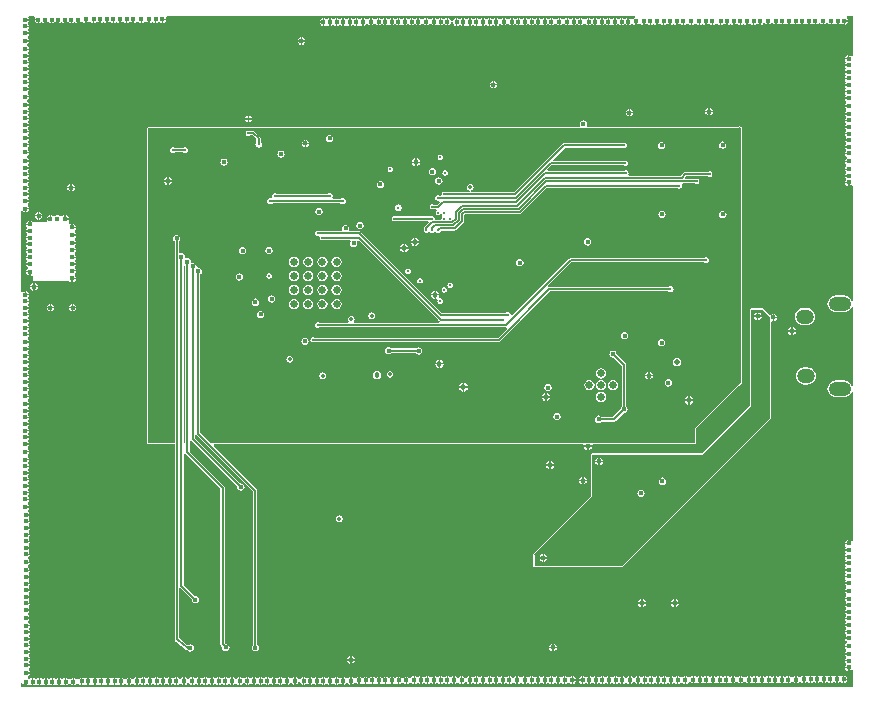
<source format=gbl>
G04 Layer_Physical_Order=4*
G04 Layer_Color=16711680*
%FSLAX25Y25*%
%MOIN*%
G70*
G01*
G75*
%ADD59C,0.00800*%
%ADD60C,0.00600*%
%ADD66O,0.05906X0.04921*%
%ADD67O,0.07480X0.04823*%
%ADD68C,0.02000*%
%ADD69C,0.01600*%
%ADD70C,0.02598*%
%ADD71C,0.01400*%
%ADD72C,0.01300*%
%ADD73C,0.01000*%
%ADD74C,0.01800*%
G36*
X278251Y211119D02*
X277751Y210968D01*
X277637Y211137D01*
X277207Y211425D01*
X276950Y211476D01*
Y210200D01*
X276700D01*
Y209950D01*
X275424D01*
X275475Y209693D01*
X275635Y209454D01*
X275723Y209100D01*
X275635Y208747D01*
X275475Y208507D01*
X275424Y208250D01*
X276700D01*
Y207750D01*
X275424D01*
X275475Y207493D01*
X275635Y207254D01*
X275723Y206900D01*
X275635Y206546D01*
X275475Y206307D01*
X275424Y206050D01*
X276700D01*
Y205550D01*
X275424D01*
X275475Y205293D01*
X275635Y205053D01*
X275723Y204700D01*
X275635Y204346D01*
X275475Y204107D01*
X275424Y203850D01*
X276700D01*
Y203350D01*
X275424D01*
X275475Y203093D01*
X275635Y202853D01*
X275723Y202500D01*
X275635Y202147D01*
X275475Y201907D01*
X275424Y201650D01*
X276700D01*
Y201150D01*
X275424D01*
X275475Y200893D01*
X275635Y200654D01*
X275723Y200300D01*
X275635Y199946D01*
X275475Y199707D01*
X275424Y199450D01*
X276700D01*
Y198950D01*
X275424D01*
X275475Y198693D01*
X275635Y198453D01*
X275723Y198100D01*
X275635Y197747D01*
X275475Y197507D01*
X275424Y197250D01*
X276700D01*
Y196750D01*
X275424D01*
X275475Y196493D01*
X275763Y196063D01*
X275906Y195967D01*
Y195366D01*
X275863Y195337D01*
X275575Y194907D01*
X275524Y194650D01*
X276800D01*
Y194150D01*
X275524D01*
X275575Y193893D01*
X275863Y193463D01*
X275956Y193401D01*
Y192799D01*
X275863Y192737D01*
X275575Y192307D01*
X275524Y192050D01*
X276800D01*
Y191550D01*
X275524D01*
X275575Y191293D01*
X275735Y191053D01*
X275823Y190700D01*
X275735Y190347D01*
X275575Y190107D01*
X275524Y189850D01*
X276800D01*
Y189350D01*
X275524D01*
X275575Y189093D01*
X275735Y188854D01*
X275823Y188500D01*
X275735Y188146D01*
X275575Y187907D01*
X275524Y187650D01*
X276800D01*
Y187150D01*
X275524D01*
X275575Y186893D01*
X275735Y186653D01*
X275823Y186300D01*
X275735Y185947D01*
X275575Y185707D01*
X275524Y185450D01*
X276800D01*
Y184950D01*
X275524D01*
X275575Y184693D01*
X275735Y184453D01*
X275823Y184100D01*
X275735Y183747D01*
X275575Y183507D01*
X275524Y183250D01*
X276800D01*
Y182750D01*
X275524D01*
X275575Y182493D01*
X275735Y182254D01*
X275823Y181900D01*
X275735Y181546D01*
X275575Y181307D01*
X275524Y181050D01*
X276800D01*
Y180550D01*
X275524D01*
X275575Y180293D01*
X275735Y180053D01*
X275823Y179700D01*
X275735Y179347D01*
X275575Y179107D01*
X275524Y178850D01*
X276800D01*
Y178350D01*
X275524D01*
X275575Y178093D01*
X275863Y177663D01*
X276039Y177545D01*
Y176955D01*
X275863Y176837D01*
X275575Y176407D01*
X275524Y176150D01*
X276800D01*
Y175650D01*
X275524D01*
X275575Y175393D01*
X275863Y174963D01*
X275956Y174901D01*
Y174299D01*
X275863Y174237D01*
X275575Y173807D01*
X275524Y173550D01*
X276800D01*
Y173050D01*
X275524D01*
X275575Y172793D01*
X275735Y172554D01*
X275823Y172200D01*
X275735Y171846D01*
X275575Y171607D01*
X275524Y171350D01*
X276800D01*
Y170850D01*
X275524D01*
X275575Y170593D01*
X275735Y170353D01*
X275823Y170000D01*
X275735Y169647D01*
X275575Y169407D01*
X275524Y169150D01*
X276800D01*
Y168900D01*
X277050D01*
Y167624D01*
X277307Y167675D01*
X277737Y167963D01*
X277751Y167983D01*
X278251Y167831D01*
Y129558D01*
X277751Y129459D01*
X277583Y129864D01*
X277132Y130452D01*
X276545Y130902D01*
X275861Y131185D01*
X275127Y131282D01*
X272469D01*
X271735Y131185D01*
X271052Y130902D01*
X270464Y130452D01*
X270013Y129864D01*
X269730Y129180D01*
X269634Y128446D01*
X269730Y127713D01*
X270013Y127029D01*
X270464Y126441D01*
X271052Y125991D01*
X271735Y125707D01*
X272469Y125611D01*
X275127D01*
X275861Y125707D01*
X276545Y125991D01*
X277132Y126441D01*
X277583Y127029D01*
X277751Y127434D01*
X278251Y127335D01*
Y101216D01*
X277751Y101117D01*
X277585Y101518D01*
X277134Y102105D01*
X276547Y102556D01*
X275863Y102839D01*
X275129Y102936D01*
X272471D01*
X271737Y102839D01*
X271053Y102556D01*
X270466Y102105D01*
X270016Y101518D01*
X269732Y100834D01*
X269636Y100100D01*
X269732Y99366D01*
X270016Y98682D01*
X270466Y98095D01*
X271053Y97644D01*
X271737Y97361D01*
X272471Y97264D01*
X275129D01*
X275863Y97361D01*
X276547Y97644D01*
X277134Y98095D01*
X277585Y98682D01*
X277751Y99083D01*
X278251Y98984D01*
Y49519D01*
X277751Y49368D01*
X277637Y49537D01*
X277207Y49825D01*
X276950Y49876D01*
Y48600D01*
X276700D01*
Y48350D01*
X275424D01*
X275475Y48093D01*
X275635Y47853D01*
X275723Y47500D01*
X275635Y47146D01*
X275475Y46907D01*
X275424Y46650D01*
X276700D01*
Y46150D01*
X275424D01*
X275475Y45893D01*
X275635Y45654D01*
X275723Y45300D01*
X275635Y44947D01*
X275475Y44707D01*
X275424Y44450D01*
X276700D01*
Y43950D01*
X275424D01*
X275475Y43693D01*
X275635Y43453D01*
X275723Y43100D01*
X275635Y42746D01*
X275475Y42507D01*
X275424Y42250D01*
X276700D01*
Y41750D01*
X275424D01*
X275475Y41493D01*
X275635Y41254D01*
X275723Y40900D01*
X275635Y40547D01*
X275475Y40307D01*
X275424Y40050D01*
X276700D01*
Y39550D01*
X275424D01*
X275475Y39293D01*
X275635Y39053D01*
X275723Y38700D01*
X275635Y38346D01*
X275475Y38107D01*
X275424Y37850D01*
X276700D01*
Y37350D01*
X275424D01*
X275475Y37093D01*
X275635Y36854D01*
X275723Y36500D01*
X275635Y36147D01*
X275475Y35907D01*
X275424Y35650D01*
X276700D01*
Y35150D01*
X275424D01*
X275475Y34893D01*
X275763Y34463D01*
X275906Y34367D01*
Y33766D01*
X275863Y33737D01*
X275575Y33307D01*
X275524Y33050D01*
X276800D01*
Y32550D01*
X275524D01*
X275575Y32293D01*
X275863Y31863D01*
X275956Y31801D01*
Y31199D01*
X275863Y31137D01*
X275575Y30707D01*
X275524Y30450D01*
X276800D01*
Y29950D01*
X275524D01*
X275575Y29693D01*
X275735Y29454D01*
X275823Y29100D01*
X275735Y28747D01*
X275575Y28507D01*
X275524Y28250D01*
X276800D01*
Y27750D01*
X275524D01*
X275575Y27493D01*
X275735Y27253D01*
X275823Y26900D01*
X275735Y26546D01*
X275575Y26307D01*
X275524Y26050D01*
X276800D01*
Y25550D01*
X275524D01*
X275575Y25293D01*
X275735Y25054D01*
X275823Y24700D01*
X275735Y24347D01*
X275575Y24107D01*
X275524Y23850D01*
X276800D01*
Y23350D01*
X275524D01*
X275575Y23093D01*
X275735Y22853D01*
X275823Y22500D01*
X275735Y22147D01*
X275575Y21907D01*
X275524Y21650D01*
X276800D01*
Y21150D01*
X275524D01*
X275575Y20893D01*
X275735Y20653D01*
X275823Y20300D01*
X275735Y19947D01*
X275575Y19707D01*
X275524Y19450D01*
X276800D01*
Y18950D01*
X275524D01*
X275575Y18693D01*
X275735Y18453D01*
X275823Y18100D01*
X275735Y17747D01*
X275575Y17507D01*
X275524Y17250D01*
X276800D01*
Y16750D01*
X275524D01*
X275575Y16493D01*
X275863Y16063D01*
X276039Y15945D01*
Y15355D01*
X275863Y15237D01*
X275575Y14807D01*
X275524Y14550D01*
X276800D01*
Y14050D01*
X275524D01*
X275575Y13793D01*
X275863Y13363D01*
X275956Y13301D01*
Y12699D01*
X275863Y12637D01*
X275575Y12207D01*
X275524Y11950D01*
X276800D01*
Y11450D01*
X275524D01*
X275575Y11193D01*
X275735Y10954D01*
X275823Y10600D01*
X275735Y10246D01*
X275575Y10007D01*
X275524Y9750D01*
X276800D01*
Y9250D01*
X275524D01*
X275575Y8993D01*
X275735Y8754D01*
X275823Y8400D01*
X275735Y8046D01*
X275575Y7807D01*
X275524Y7550D01*
X276800D01*
Y7300D01*
X277050D01*
Y6024D01*
X277307Y6075D01*
X277737Y6363D01*
X277751Y6383D01*
X278251Y6231D01*
Y649D01*
X749D01*
Y2074D01*
X1249Y2123D01*
X1275Y1993D01*
X1563Y1563D01*
X1993Y1275D01*
X2250Y1224D01*
Y2500D01*
X2750D01*
Y1224D01*
X3007Y1275D01*
X3246Y1435D01*
X3600Y1523D01*
X3954Y1435D01*
X4193Y1275D01*
X4450Y1224D01*
Y2500D01*
Y3776D01*
X4193Y3725D01*
X3954Y3565D01*
X3600Y3477D01*
X3246Y3565D01*
X3075Y3679D01*
X3038Y3950D01*
X3075Y4221D01*
X3437Y4463D01*
X3725Y4893D01*
X3776Y5150D01*
X2500D01*
Y5650D01*
X3776D01*
X3725Y5907D01*
X3437Y6337D01*
X3344Y6399D01*
Y7001D01*
X3437Y7063D01*
X3725Y7493D01*
X3776Y7750D01*
X2500D01*
Y8250D01*
X3776D01*
X3725Y8507D01*
X3437Y8937D01*
Y9263D01*
X3725Y9693D01*
X3776Y9950D01*
X2500D01*
Y10450D01*
X3776D01*
X3725Y10707D01*
X3437Y11137D01*
Y11463D01*
X3725Y11893D01*
X3776Y12150D01*
X2500D01*
Y12650D01*
X3776D01*
X3725Y12907D01*
X3437Y13337D01*
Y13663D01*
X3725Y14093D01*
X3776Y14350D01*
X2500D01*
Y14850D01*
X3776D01*
X3725Y15107D01*
X3437Y15537D01*
Y15863D01*
X3725Y16293D01*
X3776Y16550D01*
X2500D01*
Y17050D01*
X3776D01*
X3725Y17307D01*
X3437Y17737D01*
Y18063D01*
X3725Y18493D01*
X3776Y18750D01*
X2500D01*
Y19250D01*
X3776D01*
X3725Y19507D01*
X3437Y19937D01*
Y20263D01*
X3725Y20693D01*
X3776Y20950D01*
X2500D01*
Y21450D01*
X3776D01*
X3725Y21707D01*
X3437Y22137D01*
X3294Y22233D01*
Y22834D01*
X3337Y22863D01*
X3625Y23293D01*
X3676Y23550D01*
X2400D01*
Y24050D01*
X3676D01*
X3625Y24307D01*
X3337Y24737D01*
X3244Y24799D01*
Y25401D01*
X3337Y25463D01*
X3625Y25893D01*
X3676Y26150D01*
X2400D01*
Y26650D01*
X3676D01*
X3625Y26907D01*
X3337Y27337D01*
Y27663D01*
X3625Y28093D01*
X3676Y28350D01*
X2400D01*
Y28850D01*
X3676D01*
X3625Y29107D01*
X3465Y29346D01*
X3377Y29700D01*
X3465Y30053D01*
X3625Y30293D01*
X3676Y30550D01*
X2400D01*
Y31050D01*
X3676D01*
X3625Y31307D01*
X3337Y31737D01*
Y32063D01*
X3625Y32493D01*
X3676Y32750D01*
X2400D01*
Y33250D01*
X3676D01*
X3625Y33507D01*
X3337Y33937D01*
Y34263D01*
X3625Y34693D01*
X3676Y34950D01*
X2400D01*
Y35450D01*
X3676D01*
X3625Y35707D01*
X3337Y36137D01*
Y36463D01*
X3625Y36893D01*
X3676Y37150D01*
X2400D01*
Y37650D01*
X3676D01*
X3625Y37907D01*
X3337Y38337D01*
Y38663D01*
X3625Y39093D01*
X3676Y39350D01*
X2400D01*
Y39850D01*
X3676D01*
X3625Y40107D01*
X3337Y40537D01*
X3161Y40655D01*
Y41245D01*
X3337Y41363D01*
X3625Y41793D01*
X3676Y42050D01*
X2400D01*
Y42550D01*
X3676D01*
X3625Y42807D01*
X3337Y43237D01*
X3244Y43299D01*
Y43901D01*
X3337Y43963D01*
X3625Y44393D01*
X3676Y44650D01*
X2400D01*
Y45150D01*
X3676D01*
X3625Y45407D01*
X3337Y45837D01*
Y46163D01*
X3625Y46593D01*
X3676Y46850D01*
X2400D01*
Y47350D01*
X3676D01*
X3625Y47607D01*
X3337Y48037D01*
Y48363D01*
X3625Y48793D01*
X3676Y49050D01*
X2400D01*
Y49550D01*
X3676D01*
X3625Y49807D01*
X3337Y50237D01*
Y50563D01*
X3625Y50993D01*
X3676Y51250D01*
X2400D01*
Y51750D01*
X3676D01*
X3625Y52007D01*
X3337Y52437D01*
Y52763D01*
X3625Y53193D01*
X3676Y53450D01*
X2400D01*
Y53950D01*
X3676D01*
X3625Y54207D01*
X3337Y54637D01*
Y54963D01*
X3625Y55393D01*
X3676Y55650D01*
X2400D01*
Y56150D01*
X3676D01*
X3625Y56407D01*
X3337Y56837D01*
Y57163D01*
X3625Y57593D01*
X3676Y57850D01*
X2400D01*
Y58350D01*
X3676D01*
X3625Y58607D01*
X3337Y59037D01*
X3194Y59133D01*
Y59734D01*
X3237Y59763D01*
X3525Y60193D01*
X3576Y60450D01*
X2300D01*
Y60950D01*
X3576D01*
X3525Y61207D01*
X3237Y61637D01*
X3144Y61699D01*
Y62301D01*
X3237Y62363D01*
X3525Y62793D01*
X3576Y63050D01*
X2300D01*
Y63550D01*
X3576D01*
X3525Y63807D01*
X3237Y64237D01*
Y64563D01*
X3525Y64993D01*
X3576Y65250D01*
X2300D01*
Y65750D01*
X3576D01*
X3525Y66007D01*
X3237Y66437D01*
Y66763D01*
X3525Y67193D01*
X3576Y67450D01*
X2300D01*
Y67950D01*
X3576D01*
X3525Y68207D01*
X3237Y68637D01*
Y68963D01*
X3525Y69393D01*
X3576Y69650D01*
X2300D01*
Y70150D01*
X3576D01*
X3525Y70407D01*
X3237Y70837D01*
Y71163D01*
X3525Y71593D01*
X3576Y71850D01*
X2300D01*
Y72350D01*
X3576D01*
X3525Y72607D01*
X3237Y73037D01*
Y73363D01*
X3525Y73793D01*
X3576Y74050D01*
X2300D01*
Y74550D01*
X3576D01*
X3525Y74807D01*
X3237Y75237D01*
Y75563D01*
X3525Y75993D01*
X3576Y76250D01*
X2300D01*
Y76750D01*
X3576D01*
X3525Y77007D01*
X3237Y77437D01*
X3019Y77583D01*
X2984Y78158D01*
X2985Y78161D01*
X3137Y78263D01*
X3425Y78693D01*
X3476Y78950D01*
X2200D01*
Y79450D01*
X3476D01*
X3425Y79707D01*
X3137Y80137D01*
X3044Y80199D01*
Y80801D01*
X3137Y80863D01*
X3425Y81293D01*
X3476Y81550D01*
X2200D01*
Y82050D01*
X3476D01*
X3425Y82307D01*
X3137Y82737D01*
Y83063D01*
X3425Y83493D01*
X3476Y83750D01*
X2200D01*
Y84250D01*
X3476D01*
X3425Y84507D01*
X3137Y84937D01*
Y85263D01*
X3425Y85693D01*
X3476Y85950D01*
X2200D01*
Y86450D01*
X3476D01*
X3425Y86707D01*
X3137Y87137D01*
Y87463D01*
X3425Y87893D01*
X3476Y88150D01*
X2200D01*
Y88650D01*
X3476D01*
X3425Y88907D01*
X3137Y89337D01*
Y89663D01*
X3425Y90093D01*
X3476Y90350D01*
X2200D01*
Y90850D01*
X3476D01*
X3425Y91107D01*
X3137Y91537D01*
Y91863D01*
X3425Y92293D01*
X3476Y92550D01*
X2200D01*
Y93050D01*
X3476D01*
X3425Y93307D01*
X3137Y93737D01*
Y94063D01*
X3425Y94493D01*
X3476Y94750D01*
X2200D01*
Y95250D01*
X3476D01*
X3425Y95507D01*
X3137Y95937D01*
X3094Y95966D01*
Y96567D01*
X3237Y96663D01*
X3525Y97093D01*
X3576Y97350D01*
X2300D01*
Y97850D01*
X3576D01*
X3525Y98107D01*
X3237Y98537D01*
X3144Y98599D01*
Y99201D01*
X3237Y99263D01*
X3525Y99693D01*
X3576Y99950D01*
X2300D01*
Y100450D01*
X3576D01*
X3525Y100707D01*
X3237Y101137D01*
Y101463D01*
X3525Y101893D01*
X3576Y102150D01*
X2300D01*
Y102650D01*
X3576D01*
X3525Y102907D01*
X3237Y103337D01*
Y103663D01*
X3525Y104093D01*
X3576Y104350D01*
X2300D01*
Y104850D01*
X3576D01*
X3525Y105107D01*
X3237Y105537D01*
Y105863D01*
X3525Y106293D01*
X3576Y106550D01*
X2300D01*
Y107050D01*
X3576D01*
X3525Y107307D01*
X3237Y107737D01*
Y108063D01*
X3525Y108493D01*
X3576Y108750D01*
X2300D01*
Y109250D01*
X3576D01*
X3525Y109507D01*
X3237Y109937D01*
Y110263D01*
X3525Y110693D01*
X3576Y110950D01*
X2300D01*
Y111450D01*
X3576D01*
X3525Y111707D01*
X3237Y112137D01*
Y112463D01*
X3525Y112893D01*
X3576Y113150D01*
X2300D01*
Y113650D01*
X3576D01*
X3525Y113907D01*
X3319Y114216D01*
X3269Y114550D01*
X3319Y114884D01*
X3525Y115193D01*
X3576Y115450D01*
X2300D01*
Y115950D01*
X3576D01*
X3525Y116207D01*
X3237Y116637D01*
X3144Y116699D01*
Y117301D01*
X3237Y117363D01*
X3525Y117793D01*
X3576Y118050D01*
X2300D01*
Y118550D01*
X3576D01*
X3525Y118807D01*
X3237Y119237D01*
Y119563D01*
X3525Y119993D01*
X3576Y120250D01*
X2300D01*
Y120750D01*
X3576D01*
X3525Y121007D01*
X3237Y121437D01*
Y121763D01*
X3525Y122193D01*
X3576Y122450D01*
X2300D01*
Y122950D01*
X3576D01*
X3525Y123207D01*
X3237Y123637D01*
Y123963D01*
X3525Y124393D01*
X3576Y124650D01*
X2300D01*
Y125150D01*
X3576D01*
X3525Y125407D01*
X3237Y125837D01*
Y126163D01*
X3525Y126593D01*
X3576Y126850D01*
X2300D01*
Y127350D01*
X3576D01*
X3525Y127607D01*
X3237Y128037D01*
Y128363D01*
X3525Y128793D01*
X3576Y129050D01*
X2300D01*
Y129550D01*
X3576D01*
X3525Y129807D01*
X3237Y130237D01*
Y130563D01*
X3525Y130993D01*
X3576Y131250D01*
X2300D01*
Y131500D01*
X2050D01*
Y132776D01*
X1793Y132725D01*
X1363Y132437D01*
X1249Y132268D01*
X749Y132419D01*
Y159281D01*
X1249Y159432D01*
X1363Y159263D01*
X1793Y158975D01*
X2050Y158924D01*
Y160200D01*
X2300D01*
Y160450D01*
X3576D01*
X3525Y160707D01*
X3237Y161137D01*
X3144Y161199D01*
Y161801D01*
X3237Y161863D01*
X3525Y162293D01*
X3576Y162550D01*
X2300D01*
Y163050D01*
X3576D01*
X3525Y163307D01*
X3237Y163737D01*
Y164063D01*
X3525Y164493D01*
X3576Y164750D01*
X2300D01*
Y165250D01*
X3576D01*
X3525Y165507D01*
X3237Y165937D01*
Y166263D01*
X3525Y166693D01*
X3576Y166950D01*
X2300D01*
Y167450D01*
X3576D01*
X3525Y167707D01*
X3237Y168137D01*
Y168463D01*
X3525Y168893D01*
X3576Y169150D01*
X2300D01*
Y169650D01*
X3576D01*
X3525Y169907D01*
X3237Y170337D01*
Y170663D01*
X3525Y171093D01*
X3576Y171350D01*
X2300D01*
Y171850D01*
X3576D01*
X3525Y172107D01*
X3237Y172537D01*
Y172863D01*
X3525Y173293D01*
X3576Y173550D01*
X2300D01*
Y174050D01*
X3576D01*
X3525Y174307D01*
X3237Y174737D01*
Y175063D01*
X3525Y175493D01*
X3576Y175750D01*
X2300D01*
Y176250D01*
X3576D01*
X3525Y176507D01*
X3237Y176937D01*
X2836Y177206D01*
X2806Y177315D01*
X2798Y177736D01*
X3137Y177963D01*
X3425Y178393D01*
X3476Y178650D01*
X2200D01*
Y179150D01*
X3476D01*
X3425Y179407D01*
X3137Y179837D01*
X3044Y179899D01*
Y180501D01*
X3137Y180563D01*
X3425Y180993D01*
X3476Y181250D01*
X2200D01*
Y181750D01*
X3476D01*
X3425Y182007D01*
X3137Y182437D01*
Y182763D01*
X3425Y183193D01*
X3476Y183450D01*
X2200D01*
Y183950D01*
X3476D01*
X3425Y184207D01*
X3137Y184637D01*
Y184963D01*
X3425Y185393D01*
X3476Y185650D01*
X2200D01*
Y186150D01*
X3476D01*
X3425Y186407D01*
X3137Y186837D01*
Y187163D01*
X3425Y187593D01*
X3476Y187850D01*
X2200D01*
Y188350D01*
X3476D01*
X3425Y188607D01*
X3137Y189037D01*
Y189363D01*
X3425Y189793D01*
X3476Y190050D01*
X2200D01*
Y190550D01*
X3476D01*
X3425Y190807D01*
X3137Y191237D01*
Y191563D01*
X3425Y191993D01*
X3476Y192250D01*
X2200D01*
Y192750D01*
X3476D01*
X3425Y193007D01*
X3137Y193437D01*
Y193763D01*
X3425Y194193D01*
X3476Y194450D01*
X2200D01*
Y194950D01*
X3476D01*
X3425Y195207D01*
X3137Y195637D01*
X2860Y195822D01*
X2846Y195865D01*
Y196335D01*
X2860Y196378D01*
X3137Y196563D01*
X3425Y196993D01*
X3476Y197250D01*
X2200D01*
Y197750D01*
X3476D01*
X3425Y198007D01*
X3137Y198437D01*
X3044Y198499D01*
Y199101D01*
X3137Y199163D01*
X3425Y199593D01*
X3476Y199850D01*
X2200D01*
Y200350D01*
X3476D01*
X3425Y200607D01*
X3137Y201037D01*
Y201363D01*
X3425Y201793D01*
X3476Y202050D01*
X2200D01*
Y202550D01*
X3476D01*
X3425Y202807D01*
X3137Y203237D01*
Y203563D01*
X3425Y203993D01*
X3476Y204250D01*
X2200D01*
Y204750D01*
X3476D01*
X3425Y205007D01*
X3137Y205437D01*
Y205763D01*
X3425Y206193D01*
X3476Y206450D01*
X2200D01*
Y206950D01*
X3476D01*
X3425Y207207D01*
X3137Y207637D01*
Y207963D01*
X3425Y208393D01*
X3476Y208650D01*
X2200D01*
Y209150D01*
X3476D01*
X3425Y209407D01*
X3137Y209837D01*
Y210163D01*
X3425Y210593D01*
X3476Y210850D01*
X2200D01*
Y211350D01*
X3476D01*
X3425Y211607D01*
X3137Y212037D01*
Y212363D01*
X3425Y212793D01*
X3476Y213050D01*
X2200D01*
Y213550D01*
X3476D01*
X3425Y213807D01*
X3137Y214237D01*
X2860Y214422D01*
X2846Y214465D01*
Y214934D01*
X2860Y214978D01*
X3137Y215163D01*
X3425Y215593D01*
X3476Y215850D01*
X2200D01*
Y216350D01*
X3476D01*
X3425Y216607D01*
X3137Y217037D01*
X3044Y217099D01*
Y217701D01*
X3137Y217763D01*
X3425Y218193D01*
X3476Y218450D01*
X2200D01*
Y218950D01*
X3476D01*
X3425Y219207D01*
X3137Y219637D01*
Y219963D01*
X3425Y220393D01*
X3476Y220650D01*
X2200D01*
Y221150D01*
X3476D01*
X3425Y221407D01*
X3265Y221646D01*
X3177Y222000D01*
X3265Y222354D01*
X3425Y222593D01*
X3476Y222850D01*
X2200D01*
Y223350D01*
X3476D01*
X3425Y223607D01*
X3262Y223851D01*
X3500Y224351D01*
X5204D01*
X5471Y223851D01*
X5375Y223707D01*
X5324Y223450D01*
X6600D01*
Y223200D01*
X6850D01*
Y221924D01*
X7107Y221975D01*
X7537Y222263D01*
X7863D01*
X8293Y221975D01*
X8550Y221924D01*
Y223200D01*
X9050D01*
Y221924D01*
X9307Y221975D01*
X9737Y222263D01*
X10063D01*
X10493Y221975D01*
X10750Y221924D01*
Y223200D01*
X11250D01*
Y221924D01*
X11507Y221975D01*
X11937Y222263D01*
X12263D01*
X12693Y221975D01*
X12950Y221924D01*
Y223200D01*
X13450D01*
Y221924D01*
X13707Y221975D01*
X14137Y222263D01*
X14463D01*
X14893Y221975D01*
X15150Y221924D01*
Y223200D01*
X15650D01*
Y221924D01*
X15907Y221975D01*
X16337Y222263D01*
X16663D01*
X17093Y221975D01*
X17350Y221924D01*
Y223200D01*
X17850D01*
Y221924D01*
X18107Y221975D01*
X18537Y222263D01*
X18863D01*
X19293Y221975D01*
X19550Y221924D01*
Y223200D01*
X20050D01*
Y221924D01*
X20307Y221975D01*
X20737Y222263D01*
X20833Y222406D01*
X21434D01*
X21463Y222363D01*
X21893Y222075D01*
X22150Y222024D01*
Y223300D01*
X22650D01*
Y222024D01*
X22907Y222075D01*
X23337Y222363D01*
X23399Y222456D01*
X24001D01*
X24063Y222363D01*
X24493Y222075D01*
X24750Y222024D01*
Y223300D01*
X25250D01*
Y222024D01*
X25507Y222075D01*
X25937Y222363D01*
X26263D01*
X26693Y222075D01*
X26950Y222024D01*
Y223300D01*
X27450D01*
Y222024D01*
X27707Y222075D01*
X28137Y222363D01*
X28463D01*
X28893Y222075D01*
X29150Y222024D01*
Y223300D01*
X29650D01*
Y222024D01*
X29907Y222075D01*
X30337Y222363D01*
X30663D01*
X31093Y222075D01*
X31350Y222024D01*
Y223300D01*
X31850D01*
Y222024D01*
X32107Y222075D01*
X32537Y222363D01*
X32863D01*
X33293Y222075D01*
X33550Y222024D01*
Y223300D01*
X34050D01*
Y222024D01*
X34307Y222075D01*
X34737Y222363D01*
X35063D01*
X35493Y222075D01*
X35750Y222024D01*
Y223300D01*
X36250D01*
Y222024D01*
X36507Y222075D01*
X36937Y222363D01*
X37263D01*
X37693Y222075D01*
X37950Y222024D01*
Y223300D01*
X38450D01*
Y222024D01*
X38707Y222075D01*
X39137Y222363D01*
X39255Y222539D01*
X39845D01*
X39963Y222363D01*
X40393Y222075D01*
X40650Y222024D01*
Y223300D01*
X41150D01*
Y222024D01*
X41407Y222075D01*
X41837Y222363D01*
X41899Y222456D01*
X42501D01*
X42563Y222363D01*
X42993Y222075D01*
X43250Y222024D01*
Y223300D01*
X43750D01*
Y222024D01*
X44007Y222075D01*
X44437Y222363D01*
X44763D01*
X45193Y222075D01*
X45450Y222024D01*
Y223300D01*
X45950D01*
Y222024D01*
X46207Y222075D01*
X46637Y222363D01*
X46963D01*
X47393Y222075D01*
X47650Y222024D01*
Y223300D01*
X47900D01*
Y223550D01*
X49176D01*
X49125Y223807D01*
X49096Y223851D01*
X49363Y224351D01*
X205374D01*
X205423Y223851D01*
X205293Y223825D01*
X204863Y223537D01*
X204767Y223394D01*
X204166D01*
X204137Y223437D01*
X203707Y223725D01*
X203450Y223776D01*
Y222500D01*
Y221224D01*
X203707Y221275D01*
X204137Y221563D01*
X204233Y221706D01*
X204834D01*
X204863Y221663D01*
X205293Y221375D01*
X205550Y221324D01*
Y222600D01*
X206050D01*
Y221324D01*
X206307Y221375D01*
X206737Y221663D01*
X206799Y221756D01*
X207401D01*
X207463Y221663D01*
X207893Y221375D01*
X208150Y221324D01*
Y222600D01*
X208650D01*
Y221324D01*
X208907Y221375D01*
X209337Y221663D01*
X209663D01*
X210093Y221375D01*
X210350Y221324D01*
Y222600D01*
X210850D01*
Y221324D01*
X211107Y221375D01*
X211537Y221663D01*
X211863D01*
X212293Y221375D01*
X212550Y221324D01*
Y222600D01*
X213050D01*
Y221324D01*
X213307Y221375D01*
X213737Y221663D01*
X214063D01*
X214493Y221375D01*
X214750Y221324D01*
Y222600D01*
X215250D01*
Y221324D01*
X215507Y221375D01*
X215937Y221663D01*
X216263D01*
X216693Y221375D01*
X216950Y221324D01*
Y222600D01*
X217450D01*
Y221324D01*
X217707Y221375D01*
X218137Y221663D01*
X218463D01*
X218893Y221375D01*
X219150Y221324D01*
Y222600D01*
X219650D01*
Y221324D01*
X219907Y221375D01*
X220337Y221663D01*
X220663D01*
X221093Y221375D01*
X221350Y221324D01*
Y222600D01*
X221850D01*
Y221324D01*
X222107Y221375D01*
X222537Y221663D01*
X222655Y221839D01*
X223245D01*
X223363Y221663D01*
X223793Y221375D01*
X224050Y221324D01*
Y222600D01*
X224550D01*
Y221324D01*
X224807Y221375D01*
X225237Y221663D01*
X225299Y221756D01*
X225901D01*
X225963Y221663D01*
X226393Y221375D01*
X226650Y221324D01*
Y222600D01*
X227150D01*
Y221324D01*
X227407Y221375D01*
X227837Y221663D01*
X228163D01*
X228593Y221375D01*
X228850Y221324D01*
Y222600D01*
X229350D01*
Y221324D01*
X229607Y221375D01*
X230037Y221663D01*
X230363D01*
X230793Y221375D01*
X231050Y221324D01*
Y222600D01*
X231550D01*
Y221324D01*
X231807Y221375D01*
X232237Y221663D01*
X232383Y221881D01*
X232959Y221916D01*
X232961Y221915D01*
X233063Y221763D01*
X233493Y221475D01*
X233750Y221424D01*
Y222700D01*
X234250D01*
Y221424D01*
X234507Y221475D01*
X234937Y221763D01*
X235263D01*
X235693Y221475D01*
X235950Y221424D01*
Y222700D01*
X236450D01*
Y221424D01*
X236707Y221475D01*
X237137Y221763D01*
X237463D01*
X237893Y221475D01*
X238150Y221424D01*
Y222700D01*
X238650D01*
Y221424D01*
X238907Y221475D01*
X239337Y221763D01*
X239663D01*
X240093Y221475D01*
X240350Y221424D01*
Y222700D01*
X240850D01*
Y221424D01*
X241107Y221475D01*
X241537Y221763D01*
X241863D01*
X242293Y221475D01*
X242550Y221424D01*
Y222700D01*
X243050D01*
Y221424D01*
X243307Y221475D01*
X243737Y221763D01*
X244063D01*
X244493Y221475D01*
X244750Y221424D01*
Y222700D01*
X245250D01*
Y221424D01*
X245507Y221475D01*
X245937Y221763D01*
X246263D01*
X246693Y221475D01*
X246950Y221424D01*
Y222700D01*
X247450D01*
Y221424D01*
X247707Y221475D01*
X248137Y221763D01*
X248233Y221906D01*
X248834D01*
X248863Y221863D01*
X249293Y221575D01*
X249550Y221524D01*
Y222800D01*
X250050D01*
Y221524D01*
X250307Y221575D01*
X250737Y221863D01*
X250799Y221956D01*
X251401D01*
X251463Y221863D01*
X251893Y221575D01*
X252150Y221524D01*
Y222800D01*
X252650D01*
Y221524D01*
X252907Y221575D01*
X253337Y221863D01*
X253663D01*
X254093Y221575D01*
X254350Y221524D01*
Y222800D01*
X254850D01*
Y221524D01*
X255107Y221575D01*
X255537Y221863D01*
X255863D01*
X256293Y221575D01*
X256550Y221524D01*
Y222800D01*
X257050D01*
Y221524D01*
X257307Y221575D01*
X257737Y221863D01*
X258063D01*
X258493Y221575D01*
X258750Y221524D01*
Y222800D01*
X259250D01*
Y221524D01*
X259507Y221575D01*
X259937Y221863D01*
X260263D01*
X260693Y221575D01*
X260950Y221524D01*
Y222800D01*
X261450D01*
Y221524D01*
X261707Y221575D01*
X262137Y221863D01*
X262463D01*
X262893Y221575D01*
X263150Y221524D01*
Y222800D01*
X263650D01*
Y221524D01*
X263907Y221575D01*
X264337Y221863D01*
X264663D01*
X265093Y221575D01*
X265350Y221524D01*
Y222800D01*
X265850D01*
Y221524D01*
X266107Y221575D01*
X266537Y221863D01*
X266655Y222039D01*
X267245D01*
X267363Y221863D01*
X267793Y221575D01*
X268050Y221524D01*
Y222800D01*
X268550D01*
Y221524D01*
X268807Y221575D01*
X269237Y221863D01*
X269299Y221956D01*
X269901D01*
X269963Y221863D01*
X270393Y221575D01*
X270650Y221524D01*
Y222800D01*
X271150D01*
Y221524D01*
X271407Y221575D01*
X271837Y221863D01*
X272163D01*
X272593Y221575D01*
X272850Y221524D01*
Y222800D01*
X273350D01*
Y221524D01*
X273607Y221575D01*
X274037Y221863D01*
X274363D01*
X274793Y221575D01*
X275050Y221524D01*
Y222800D01*
X275300D01*
Y223050D01*
X276576D01*
X276525Y223307D01*
X276237Y223737D01*
X276068Y223851D01*
X276219Y224351D01*
X278251D01*
Y211119D01*
D02*
G37*
%LPC*%
G36*
X202950Y223776D02*
X202693Y223725D01*
X202263Y223437D01*
X201937D01*
X201507Y223725D01*
X201250Y223776D01*
Y222500D01*
Y221224D01*
X201507Y221275D01*
X201937Y221563D01*
X202263D01*
X202693Y221275D01*
X202950Y221224D01*
Y222500D01*
Y223776D01*
D02*
G37*
G36*
X200750D02*
X200493Y223725D01*
X200063Y223437D01*
X199737D01*
X199307Y223725D01*
X199050Y223776D01*
Y222500D01*
Y221224D01*
X199307Y221275D01*
X199737Y221563D01*
X200063D01*
X200493Y221275D01*
X200750Y221224D01*
Y222500D01*
Y223776D01*
D02*
G37*
G36*
X198550D02*
X198293Y223725D01*
X197863Y223437D01*
X197537D01*
X197107Y223725D01*
X196850Y223776D01*
Y222500D01*
Y221224D01*
X197107Y221275D01*
X197537Y221563D01*
X197863D01*
X198293Y221275D01*
X198550Y221224D01*
Y222500D01*
Y223776D01*
D02*
G37*
G36*
X196350D02*
X196093Y223725D01*
X195663Y223437D01*
X195337D01*
X194907Y223725D01*
X194650Y223776D01*
Y222500D01*
Y221224D01*
X194907Y221275D01*
X195337Y221563D01*
X195663D01*
X196093Y221275D01*
X196350Y221224D01*
Y222500D01*
Y223776D01*
D02*
G37*
G36*
X194150D02*
X193893Y223725D01*
X193463Y223437D01*
X193137D01*
X192707Y223725D01*
X192450Y223776D01*
Y222500D01*
Y221224D01*
X192707Y221275D01*
X193137Y221563D01*
X193463D01*
X193893Y221275D01*
X194150Y221224D01*
Y222500D01*
Y223776D01*
D02*
G37*
G36*
X191950D02*
X191693Y223725D01*
X191263Y223437D01*
X190937D01*
X190507Y223725D01*
X190250Y223776D01*
Y222500D01*
Y221224D01*
X190507Y221275D01*
X190937Y221563D01*
X191263D01*
X191693Y221275D01*
X191950Y221224D01*
Y222500D01*
Y223776D01*
D02*
G37*
G36*
X187050D02*
X186793Y223725D01*
X186363Y223437D01*
X186037D01*
X185607Y223725D01*
X185350Y223776D01*
Y222500D01*
Y221224D01*
X185607Y221275D01*
X186037Y221563D01*
X186363D01*
X186793Y221275D01*
X187050Y221224D01*
Y222500D01*
Y223776D01*
D02*
G37*
G36*
X184850D02*
X184593Y223725D01*
X184163Y223437D01*
X183837D01*
X183407Y223725D01*
X183150Y223776D01*
Y222500D01*
Y221224D01*
X183407Y221275D01*
X183837Y221563D01*
X184163D01*
X184593Y221275D01*
X184850Y221224D01*
Y222500D01*
Y223776D01*
D02*
G37*
G36*
X177350D02*
X177093Y223725D01*
X176663Y223437D01*
X176337D01*
X175907Y223725D01*
X175650Y223776D01*
Y222500D01*
Y221224D01*
X175907Y221275D01*
X176337Y221563D01*
X176663D01*
X177093Y221275D01*
X177350Y221224D01*
Y222500D01*
Y223776D01*
D02*
G37*
G36*
X175150D02*
X174893Y223725D01*
X174463Y223437D01*
X174137D01*
X173707Y223725D01*
X173450Y223776D01*
Y222500D01*
Y221224D01*
X173707Y221275D01*
X174137Y221563D01*
X174463D01*
X174893Y221275D01*
X175150Y221224D01*
Y222500D01*
Y223776D01*
D02*
G37*
G36*
X172950D02*
X172693Y223725D01*
X172263Y223437D01*
X171937D01*
X171507Y223725D01*
X171250Y223776D01*
Y222500D01*
Y221224D01*
X171507Y221275D01*
X171937Y221563D01*
X172263D01*
X172693Y221275D01*
X172950Y221224D01*
Y222500D01*
Y223776D01*
D02*
G37*
G36*
X170750D02*
X170493Y223725D01*
X170063Y223437D01*
X169737D01*
X169307Y223725D01*
X169050Y223776D01*
Y222500D01*
Y221224D01*
X169307Y221275D01*
X169737Y221563D01*
X170063D01*
X170493Y221275D01*
X170750Y221224D01*
Y222500D01*
Y223776D01*
D02*
G37*
G36*
X168550D02*
X168293Y223725D01*
X167863Y223437D01*
X167537D01*
X167107Y223725D01*
X166850Y223776D01*
Y222500D01*
Y221224D01*
X167107Y221275D01*
X167537Y221563D01*
X167863D01*
X168293Y221275D01*
X168550Y221224D01*
Y222500D01*
Y223776D01*
D02*
G37*
G36*
X166350D02*
X166093Y223725D01*
X165663Y223437D01*
X165337D01*
X164907Y223725D01*
X164650Y223776D01*
Y222500D01*
Y221224D01*
X164907Y221275D01*
X165337Y221563D01*
X165663D01*
X166093Y221275D01*
X166350Y221224D01*
Y222500D01*
Y223776D01*
D02*
G37*
G36*
X142650D02*
X142393Y223725D01*
X141963Y223437D01*
X141637D01*
X141207Y223725D01*
X140950Y223776D01*
Y222500D01*
Y221224D01*
X141207Y221275D01*
X141637Y221563D01*
X141963D01*
X142393Y221275D01*
X142650Y221224D01*
Y222500D01*
Y223776D01*
D02*
G37*
G36*
X140450D02*
X140193Y223725D01*
X139763Y223437D01*
X139437D01*
X139007Y223725D01*
X138750Y223776D01*
Y222500D01*
Y221224D01*
X139007Y221275D01*
X139437Y221563D01*
X139763D01*
X140193Y221275D01*
X140450Y221224D01*
Y222500D01*
Y223776D01*
D02*
G37*
G36*
X132950D02*
X132693Y223725D01*
X132263Y223437D01*
X131937D01*
X131507Y223725D01*
X131250Y223776D01*
Y222500D01*
Y221224D01*
X131507Y221275D01*
X131937Y221563D01*
X132263D01*
X132693Y221275D01*
X132950Y221224D01*
Y222500D01*
Y223776D01*
D02*
G37*
G36*
X130750D02*
X130493Y223725D01*
X130063Y223437D01*
X129737D01*
X129307Y223725D01*
X129050Y223776D01*
Y222500D01*
Y221224D01*
X129307Y221275D01*
X129737Y221563D01*
X130063D01*
X130493Y221275D01*
X130750Y221224D01*
Y222500D01*
Y223776D01*
D02*
G37*
G36*
X128550D02*
X128293Y223725D01*
X127863Y223437D01*
X127537D01*
X127107Y223725D01*
X126850Y223776D01*
Y222500D01*
Y221224D01*
X127107Y221275D01*
X127537Y221563D01*
X127863D01*
X128293Y221275D01*
X128550Y221224D01*
Y222500D01*
Y223776D01*
D02*
G37*
G36*
X126350D02*
X126093Y223725D01*
X125663Y223437D01*
X125337D01*
X124907Y223725D01*
X124650Y223776D01*
Y222500D01*
Y221224D01*
X124907Y221275D01*
X125337Y221563D01*
X125663D01*
X126093Y221275D01*
X126350Y221224D01*
Y222500D01*
Y223776D01*
D02*
G37*
G36*
X124150D02*
X123893Y223725D01*
X123463Y223437D01*
X123137D01*
X122707Y223725D01*
X122450Y223776D01*
Y222500D01*
Y221224D01*
X122707Y221275D01*
X123137Y221563D01*
X123463D01*
X123893Y221275D01*
X124150Y221224D01*
Y222500D01*
Y223776D01*
D02*
G37*
G36*
X121950D02*
X121693Y223725D01*
X121263Y223437D01*
X120937D01*
X120507Y223725D01*
X120250Y223776D01*
Y222500D01*
Y221224D01*
X120507Y221275D01*
X120937Y221563D01*
X121263D01*
X121693Y221275D01*
X121950Y221224D01*
Y222500D01*
Y223776D01*
D02*
G37*
G36*
X182650D02*
X182393Y223725D01*
X181963Y223437D01*
X181901Y223344D01*
X181299D01*
X181237Y223437D01*
X180807Y223725D01*
X180550Y223776D01*
Y222500D01*
Y221224D01*
X180807Y221275D01*
X181237Y221563D01*
X181299Y221656D01*
X181901D01*
X181963Y221563D01*
X182393Y221275D01*
X182650Y221224D01*
Y222500D01*
Y223776D01*
D02*
G37*
G36*
X164150D02*
X163893Y223725D01*
X163463Y223437D01*
X163401Y223344D01*
X162799D01*
X162737Y223437D01*
X162307Y223725D01*
X162050Y223776D01*
Y222500D01*
Y221224D01*
X162307Y221275D01*
X162737Y221563D01*
X162799Y221656D01*
X163401D01*
X163463Y221563D01*
X163893Y221275D01*
X164150Y221224D01*
Y222500D01*
Y223776D01*
D02*
G37*
G36*
X138250D02*
X137993Y223725D01*
X137563Y223437D01*
X137501Y223344D01*
X136899D01*
X136837Y223437D01*
X136407Y223725D01*
X136150Y223776D01*
Y222500D01*
Y221224D01*
X136407Y221275D01*
X136837Y221563D01*
X136899Y221656D01*
X137501D01*
X137563Y221563D01*
X137993Y221275D01*
X138250Y221224D01*
Y222500D01*
Y223776D01*
D02*
G37*
G36*
X119750D02*
X119493Y223725D01*
X119063Y223437D01*
X119001Y223344D01*
X118399D01*
X118337Y223437D01*
X117907Y223725D01*
X117650Y223776D01*
Y222500D01*
Y221224D01*
X117907Y221275D01*
X118337Y221563D01*
X118399Y221656D01*
X119001D01*
X119063Y221563D01*
X119493Y221275D01*
X119750Y221224D01*
Y222500D01*
Y223776D01*
D02*
G37*
G36*
X158950Y223676D02*
X158693Y223625D01*
X158263Y223337D01*
X157937D01*
X157507Y223625D01*
X157250Y223676D01*
Y222400D01*
Y221124D01*
X157507Y221175D01*
X157937Y221463D01*
X158263D01*
X158693Y221175D01*
X158950Y221124D01*
Y222400D01*
Y223676D01*
D02*
G37*
G36*
X156750D02*
X156493Y223625D01*
X156063Y223337D01*
X155737D01*
X155307Y223625D01*
X155050Y223676D01*
Y222400D01*
Y221124D01*
X155307Y221175D01*
X155737Y221463D01*
X156063D01*
X156493Y221175D01*
X156750Y221124D01*
Y222400D01*
Y223676D01*
D02*
G37*
G36*
X154550D02*
X154293Y223625D01*
X153863Y223337D01*
X153537D01*
X153107Y223625D01*
X152850Y223676D01*
Y222400D01*
Y221124D01*
X153107Y221175D01*
X153537Y221463D01*
X153863D01*
X154293Y221175D01*
X154550Y221124D01*
Y222400D01*
Y223676D01*
D02*
G37*
G36*
X152350D02*
X152093Y223625D01*
X151663Y223337D01*
X151337D01*
X150907Y223625D01*
X150650Y223676D01*
Y222400D01*
Y221124D01*
X150907Y221175D01*
X151337Y221463D01*
X151663D01*
X152093Y221175D01*
X152350Y221124D01*
Y222400D01*
Y223676D01*
D02*
G37*
G36*
X150150D02*
X149893Y223625D01*
X149463Y223337D01*
X149137D01*
X148707Y223625D01*
X148450Y223676D01*
Y222400D01*
Y221124D01*
X148707Y221175D01*
X149137Y221463D01*
X149463D01*
X149893Y221175D01*
X150150Y221124D01*
Y222400D01*
Y223676D01*
D02*
G37*
G36*
X147950D02*
X147693Y223625D01*
X147263Y223337D01*
X146937D01*
X146507Y223625D01*
X146250Y223676D01*
Y222400D01*
Y221124D01*
X146507Y221175D01*
X146937Y221463D01*
X147263D01*
X147693Y221175D01*
X147950Y221124D01*
Y222400D01*
Y223676D01*
D02*
G37*
G36*
X114550D02*
X114293Y223625D01*
X113863Y223337D01*
X113537D01*
X113107Y223625D01*
X112850Y223676D01*
Y222400D01*
Y221124D01*
X113107Y221175D01*
X113537Y221463D01*
X113863D01*
X114293Y221175D01*
X114550Y221124D01*
Y222400D01*
Y223676D01*
D02*
G37*
G36*
X112350D02*
X112093Y223625D01*
X111663Y223337D01*
X111337D01*
X110907Y223625D01*
X110650Y223676D01*
Y222400D01*
Y221124D01*
X110907Y221175D01*
X111337Y221463D01*
X111663D01*
X112093Y221175D01*
X112350Y221124D01*
Y222400D01*
Y223676D01*
D02*
G37*
G36*
X110150D02*
X109893Y223625D01*
X109463Y223337D01*
X109137D01*
X108707Y223625D01*
X108450Y223676D01*
Y222400D01*
Y221124D01*
X108707Y221175D01*
X109137Y221463D01*
X109463D01*
X109893Y221175D01*
X110150Y221124D01*
Y222400D01*
Y223676D01*
D02*
G37*
G36*
X107950D02*
X107693Y223625D01*
X107263Y223337D01*
X106937D01*
X106507Y223625D01*
X106250Y223676D01*
Y222400D01*
Y221124D01*
X106507Y221175D01*
X106937Y221463D01*
X107263D01*
X107693Y221175D01*
X107950Y221124D01*
Y222400D01*
Y223676D01*
D02*
G37*
G36*
X105750D02*
X105493Y223625D01*
X105063Y223337D01*
X104737D01*
X104307Y223625D01*
X104050Y223676D01*
Y222400D01*
Y221124D01*
X104307Y221175D01*
X104737Y221463D01*
X105063D01*
X105493Y221175D01*
X105750Y221124D01*
Y222400D01*
Y223676D01*
D02*
G37*
G36*
X103550D02*
X103293Y223625D01*
X102863Y223337D01*
X102537D01*
X102107Y223625D01*
X101850Y223676D01*
Y222400D01*
Y221124D01*
X102107Y221175D01*
X102537Y221463D01*
X102863D01*
X103293Y221175D01*
X103550Y221124D01*
Y222400D01*
Y223676D01*
D02*
G37*
G36*
X161550Y223776D02*
X161293Y223725D01*
X160863Y223437D01*
X160767Y223294D01*
X160166D01*
X160137Y223337D01*
X159707Y223625D01*
X159450Y223676D01*
Y222400D01*
Y221124D01*
X159707Y221175D01*
X160137Y221463D01*
X160233Y221606D01*
X160834D01*
X160863Y221563D01*
X161293Y221275D01*
X161550Y221224D01*
Y222500D01*
Y223776D01*
D02*
G37*
G36*
X117150D02*
X116893Y223725D01*
X116463Y223437D01*
X116367Y223294D01*
X115766D01*
X115737Y223337D01*
X115307Y223625D01*
X115050Y223676D01*
Y222400D01*
Y221124D01*
X115307Y221175D01*
X115737Y221463D01*
X115833Y221606D01*
X116434D01*
X116463Y221563D01*
X116893Y221275D01*
X117150Y221224D01*
Y222500D01*
Y223776D01*
D02*
G37*
G36*
X189750D02*
X189493Y223725D01*
X189063Y223437D01*
X188945Y223261D01*
X188355D01*
X188237Y223437D01*
X187807Y223725D01*
X187550Y223776D01*
Y222500D01*
Y221224D01*
X187807Y221275D01*
X188237Y221563D01*
X188355Y221739D01*
X188945D01*
X189063Y221563D01*
X189493Y221275D01*
X189750Y221224D01*
Y222500D01*
Y223776D01*
D02*
G37*
G36*
X180050D02*
X179793Y223725D01*
X179363Y223437D01*
X179245Y223261D01*
X178655D01*
X178537Y223437D01*
X178107Y223725D01*
X177850Y223776D01*
Y222500D01*
Y221224D01*
X178107Y221275D01*
X178537Y221563D01*
X178655Y221739D01*
X179245D01*
X179363Y221563D01*
X179793Y221275D01*
X180050Y221224D01*
Y222500D01*
Y223776D01*
D02*
G37*
G36*
X135650D02*
X135393Y223725D01*
X134963Y223437D01*
X134845Y223261D01*
X134255D01*
X134137Y223437D01*
X133707Y223725D01*
X133450Y223776D01*
Y222500D01*
Y221224D01*
X133707Y221275D01*
X134137Y221563D01*
X134255Y221739D01*
X134845D01*
X134963Y221563D01*
X135393Y221275D01*
X135650Y221224D01*
Y222500D01*
Y223776D01*
D02*
G37*
G36*
X101350Y223676D02*
X101093Y223625D01*
X100663Y223337D01*
X100375Y222907D01*
X100324Y222650D01*
X101350D01*
Y223676D01*
D02*
G37*
G36*
X49176Y223050D02*
X48150D01*
Y222024D01*
X48407Y222075D01*
X48837Y222363D01*
X49125Y222793D01*
X49176Y223050D01*
D02*
G37*
G36*
X6350Y222950D02*
X5324D01*
X5375Y222693D01*
X5663Y222263D01*
X6093Y221975D01*
X6350Y221924D01*
Y222950D01*
D02*
G37*
G36*
X276576Y222550D02*
X275550D01*
Y221524D01*
X275807Y221575D01*
X276237Y221863D01*
X276525Y222293D01*
X276576Y222550D01*
D02*
G37*
G36*
X143150Y223776D02*
Y222500D01*
Y221224D01*
X143407Y221275D01*
X143837Y221563D01*
X144125Y221993D01*
X144185Y222297D01*
X144695D01*
X144775Y221893D01*
X145063Y221463D01*
X145493Y221175D01*
X145750Y221124D01*
Y222400D01*
Y223676D01*
X145493Y223625D01*
X145063Y223337D01*
X144775Y222907D01*
X144715Y222603D01*
X144205D01*
X144125Y223007D01*
X143837Y223437D01*
X143407Y223725D01*
X143150Y223776D01*
D02*
G37*
G36*
X101350Y222150D02*
X100324D01*
X100375Y221893D01*
X100663Y221463D01*
X101093Y221175D01*
X101350Y221124D01*
Y222150D01*
D02*
G37*
G36*
X94550Y217376D02*
Y216350D01*
X95576D01*
X95525Y216607D01*
X95237Y217037D01*
X94807Y217325D01*
X94550Y217376D01*
D02*
G37*
G36*
X94050D02*
X93793Y217325D01*
X93363Y217037D01*
X93075Y216607D01*
X93024Y216350D01*
X94050D01*
Y217376D01*
D02*
G37*
G36*
X95576Y215850D02*
X94550D01*
Y214824D01*
X94807Y214875D01*
X95237Y215163D01*
X95525Y215593D01*
X95576Y215850D01*
D02*
G37*
G36*
X94050D02*
X93024D01*
X93075Y215593D01*
X93363Y215163D01*
X93793Y214875D01*
X94050Y214824D01*
Y215850D01*
D02*
G37*
G36*
X276450Y211476D02*
X276193Y211425D01*
X275763Y211137D01*
X275475Y210707D01*
X275424Y210450D01*
X276450D01*
Y211476D01*
D02*
G37*
G36*
X158550Y202776D02*
Y201750D01*
X159576D01*
X159525Y202007D01*
X159237Y202437D01*
X158807Y202725D01*
X158550Y202776D01*
D02*
G37*
G36*
X158050D02*
X157793Y202725D01*
X157363Y202437D01*
X157075Y202007D01*
X157024Y201750D01*
X158050D01*
Y202776D01*
D02*
G37*
G36*
X159576Y201250D02*
X158550D01*
Y200224D01*
X158807Y200275D01*
X159237Y200563D01*
X159525Y200993D01*
X159576Y201250D01*
D02*
G37*
G36*
X158050D02*
X157024D01*
X157075Y200993D01*
X157363Y200563D01*
X157793Y200275D01*
X158050Y200224D01*
Y201250D01*
D02*
G37*
G36*
X230437Y193788D02*
Y192763D01*
X231463D01*
X231412Y193020D01*
X231125Y193450D01*
X230695Y193737D01*
X230437Y193788D01*
D02*
G37*
G36*
X229937D02*
X229680Y193737D01*
X229250Y193450D01*
X228963Y193020D01*
X228912Y192763D01*
X229937D01*
Y193788D01*
D02*
G37*
G36*
X203863Y193488D02*
Y192463D01*
X204888D01*
X204837Y192720D01*
X204550Y193150D01*
X204120Y193437D01*
X203863Y193488D01*
D02*
G37*
G36*
X203363D02*
X203105Y193437D01*
X202675Y193150D01*
X202388Y192720D01*
X202337Y192463D01*
X203363D01*
Y193488D01*
D02*
G37*
G36*
X231463Y192263D02*
X230437D01*
Y191237D01*
X230695Y191288D01*
X231125Y191575D01*
X231412Y192005D01*
X231463Y192263D01*
D02*
G37*
G36*
X229937D02*
X228912D01*
X228963Y192005D01*
X229250Y191575D01*
X229680Y191288D01*
X229937Y191237D01*
Y192263D01*
D02*
G37*
G36*
X204888Y191963D02*
X203863D01*
Y190937D01*
X204120Y190988D01*
X204550Y191275D01*
X204837Y191705D01*
X204888Y191963D01*
D02*
G37*
G36*
X203363D02*
X202337D01*
X202388Y191705D01*
X202675Y191275D01*
X203105Y190988D01*
X203363Y190937D01*
Y191963D01*
D02*
G37*
G36*
X76850Y191223D02*
Y190350D01*
X77723D01*
X77683Y190549D01*
X77429Y190929D01*
X77049Y191183D01*
X76850Y191223D01*
D02*
G37*
G36*
X76350D02*
X76151Y191183D01*
X75771Y190929D01*
X75517Y190549D01*
X75477Y190350D01*
X76350D01*
Y191223D01*
D02*
G37*
G36*
X77723Y189850D02*
X76850D01*
Y188977D01*
X77049Y189017D01*
X77429Y189271D01*
X77683Y189651D01*
X77723Y189850D01*
D02*
G37*
G36*
X76350D02*
X75477D01*
X75517Y189651D01*
X75771Y189271D01*
X76151Y189017D01*
X76350Y188977D01*
Y189850D01*
D02*
G37*
G36*
X276550Y168650D02*
X275524D01*
X275575Y168393D01*
X275863Y167963D01*
X276293Y167675D01*
X276550Y167624D01*
Y168650D01*
D02*
G37*
G36*
X17750Y168476D02*
Y167450D01*
X18776D01*
X18725Y167707D01*
X18437Y168137D01*
X18007Y168425D01*
X17750Y168476D01*
D02*
G37*
G36*
X17250D02*
X16993Y168425D01*
X16563Y168137D01*
X16275Y167707D01*
X16224Y167450D01*
X17250D01*
Y168476D01*
D02*
G37*
G36*
X18776Y166950D02*
X17750D01*
Y165924D01*
X18007Y165975D01*
X18437Y166263D01*
X18725Y166693D01*
X18776Y166950D01*
D02*
G37*
G36*
X17250D02*
X16224D01*
X16275Y166693D01*
X16563Y166263D01*
X16993Y165975D01*
X17250Y165924D01*
Y166950D01*
D02*
G37*
G36*
X3576Y159950D02*
X2550D01*
Y158924D01*
X2807Y158975D01*
X3237Y159263D01*
X3525Y159693D01*
X3576Y159950D01*
D02*
G37*
G36*
X6916Y159085D02*
Y158059D01*
X7942D01*
X7891Y158316D01*
X7603Y158746D01*
X7173Y159033D01*
X6916Y159085D01*
D02*
G37*
G36*
X6416D02*
X6159Y159033D01*
X5729Y158746D01*
X5441Y158316D01*
X5390Y158059D01*
X6416D01*
Y159085D01*
D02*
G37*
G36*
X15185Y158016D02*
X14927Y157965D01*
X14497Y157677D01*
X14485Y157659D01*
X13884D01*
X13872Y157677D01*
X13442Y157965D01*
X13185Y158016D01*
Y156740D01*
X12685D01*
Y158016D01*
X12427Y157965D01*
X12119Y157759D01*
X11785Y157709D01*
X11450Y157759D01*
X11142Y157965D01*
X10885Y158016D01*
Y156740D01*
X10635D01*
Y156490D01*
X9359D01*
X9400Y156285D01*
X9379Y156187D01*
X9108Y155785D01*
X4894D01*
X4781Y155864D01*
X4772Y155877D01*
X4342Y156165D01*
X4085Y156216D01*
Y154940D01*
X3835D01*
Y154690D01*
X2559D01*
X2610Y154433D01*
X2897Y154003D01*
Y153677D01*
X2610Y153247D01*
X2559Y152990D01*
X3835D01*
Y152490D01*
X2559D01*
X2610Y152233D01*
X2897Y151803D01*
Y151477D01*
X2610Y151047D01*
X2559Y150790D01*
X3835D01*
Y150290D01*
X2559D01*
X2610Y150033D01*
X2897Y149603D01*
Y149277D01*
X2610Y148847D01*
X2559Y148590D01*
X3835D01*
Y148090D01*
X2559D01*
X2610Y147833D01*
X2897Y147403D01*
Y147077D01*
X2610Y146647D01*
X2559Y146390D01*
X3835D01*
Y145890D01*
X2559D01*
X2610Y145633D01*
X2897Y145203D01*
Y144877D01*
X2610Y144447D01*
X2559Y144190D01*
X3835D01*
Y143690D01*
X2559D01*
X2610Y143433D01*
X2897Y143003D01*
Y142677D01*
X2610Y142247D01*
X2559Y141990D01*
X3835D01*
Y141490D01*
X2559D01*
X2610Y141233D01*
X2897Y140803D01*
X2990Y140741D01*
Y140139D01*
X2897Y140077D01*
X2610Y139647D01*
X2559Y139390D01*
X3835D01*
Y139140D01*
X4085D01*
Y137864D01*
X4342Y137916D01*
X4394Y137951D01*
X4894Y137683D01*
Y136100D01*
X16705Y136100D01*
X17107Y135863D01*
X17327Y135716D01*
X17585Y135664D01*
Y136940D01*
X17835D01*
Y137190D01*
X19110D01*
X19059Y137447D01*
X18772Y137877D01*
X18679Y137940D01*
Y138541D01*
X18772Y138603D01*
X19059Y139033D01*
X19110Y139290D01*
X17835D01*
Y139790D01*
X19110D01*
X19059Y140047D01*
X18772Y140477D01*
Y140803D01*
X19059Y141233D01*
X19110Y141490D01*
X17835D01*
Y141990D01*
X19110D01*
X19059Y142247D01*
X18772Y142677D01*
Y143003D01*
X19059Y143433D01*
X19110Y143690D01*
X17835D01*
Y144190D01*
X19110D01*
X19059Y144447D01*
X18772Y144877D01*
X18679Y144939D01*
Y145541D01*
X18772Y145603D01*
X19059Y146033D01*
X19110Y146290D01*
X17835D01*
Y146790D01*
X19110D01*
X19059Y147047D01*
X18772Y147477D01*
Y147803D01*
X19059Y148233D01*
X19110Y148490D01*
X17835D01*
Y148990D01*
X19110D01*
X19059Y149247D01*
X18772Y149677D01*
X18679Y149740D01*
Y150341D01*
X18772Y150403D01*
X19059Y150833D01*
X19110Y151090D01*
X17835D01*
Y151590D01*
X19110D01*
X19059Y151847D01*
X18772Y152277D01*
X18679Y152339D01*
Y152941D01*
X18772Y153003D01*
X19059Y153433D01*
X19110Y153690D01*
X17835D01*
Y153940D01*
X17585D01*
Y155216D01*
X17327Y155165D01*
X17206Y155083D01*
X16752Y155325D01*
X16705Y155785D01*
X16705Y155785D01*
X16705Y155785D01*
X16670Y156285D01*
X16710Y156490D01*
X15435D01*
Y156740D01*
X15185D01*
Y158016D01*
D02*
G37*
G36*
X15685D02*
Y156990D01*
X16710D01*
X16659Y157247D01*
X16372Y157677D01*
X15942Y157965D01*
X15685Y158016D01*
D02*
G37*
G36*
X10385D02*
X10127Y157965D01*
X9697Y157677D01*
X9410Y157247D01*
X9359Y156990D01*
X10385D01*
Y158016D01*
D02*
G37*
G36*
X7942Y157559D02*
X6916D01*
Y156533D01*
X7173Y156584D01*
X7603Y156872D01*
X7891Y157302D01*
X7942Y157559D01*
D02*
G37*
G36*
X6416D02*
X5390D01*
X5441Y157302D01*
X5729Y156872D01*
X6159Y156584D01*
X6416Y156533D01*
Y157559D01*
D02*
G37*
G36*
X3585Y156216D02*
X3327Y156165D01*
X2897Y155877D01*
X2610Y155447D01*
X2559Y155190D01*
X3585D01*
Y156216D01*
D02*
G37*
G36*
X18085Y155216D02*
Y154190D01*
X19110D01*
X19059Y154447D01*
X18772Y154877D01*
X18342Y155165D01*
X18085Y155216D01*
D02*
G37*
G36*
X3585Y138890D02*
X2559D01*
X2610Y138633D01*
X2897Y138203D01*
X3327Y137916D01*
X3585Y137864D01*
Y138890D01*
D02*
G37*
G36*
X19110Y136690D02*
X18085D01*
Y135664D01*
X18342Y135716D01*
X18772Y136003D01*
X19059Y136433D01*
X19110Y136690D01*
D02*
G37*
G36*
X5385Y135416D02*
Y134390D01*
X6410D01*
X6359Y134647D01*
X6072Y135077D01*
X5642Y135365D01*
X5385Y135416D01*
D02*
G37*
G36*
X4885D02*
X4627Y135365D01*
X4197Y135077D01*
X3910Y134647D01*
X3859Y134390D01*
X4885D01*
Y135416D01*
D02*
G37*
G36*
X6410Y133890D02*
X5385D01*
Y132864D01*
X5642Y132916D01*
X6072Y133203D01*
X6359Y133633D01*
X6410Y133890D01*
D02*
G37*
G36*
X4885D02*
X3859D01*
X3910Y133633D01*
X4197Y133203D01*
X4627Y132916D01*
X4885Y132864D01*
Y133890D01*
D02*
G37*
G36*
X2550Y132776D02*
Y131750D01*
X3576D01*
X3525Y132007D01*
X3237Y132437D01*
X2807Y132725D01*
X2550Y132776D01*
D02*
G37*
G36*
X18250Y128476D02*
Y127450D01*
X19276D01*
X19225Y127707D01*
X18937Y128137D01*
X18507Y128425D01*
X18250Y128476D01*
D02*
G37*
G36*
X17750D02*
X17493Y128425D01*
X17063Y128137D01*
X16775Y127707D01*
X16724Y127450D01*
X17750D01*
Y128476D01*
D02*
G37*
G36*
X10850D02*
Y127450D01*
X11876D01*
X11825Y127707D01*
X11537Y128137D01*
X11107Y128425D01*
X10850Y128476D01*
D02*
G37*
G36*
X10350D02*
X10093Y128425D01*
X9663Y128137D01*
X9375Y127707D01*
X9324Y127450D01*
X10350D01*
Y128476D01*
D02*
G37*
G36*
X19276Y126950D02*
X18250D01*
Y125924D01*
X18507Y125975D01*
X18937Y126263D01*
X19225Y126693D01*
X19276Y126950D01*
D02*
G37*
G36*
X17750D02*
X16724D01*
X16775Y126693D01*
X17063Y126263D01*
X17493Y125975D01*
X17750Y125924D01*
Y126950D01*
D02*
G37*
G36*
X11876D02*
X10850D01*
Y125924D01*
X11107Y125975D01*
X11537Y126263D01*
X11825Y126693D01*
X11876Y126950D01*
D02*
G37*
G36*
X10350D02*
X9324D01*
X9375Y126693D01*
X9663Y126263D01*
X10093Y125975D01*
X10350Y125924D01*
Y126950D01*
D02*
G37*
G36*
X251861Y125165D02*
Y124139D01*
X252887D01*
X252836Y124396D01*
X252548Y124826D01*
X252118Y125113D01*
X251861Y125165D01*
D02*
G37*
G36*
X252887Y123639D02*
X251861D01*
Y122613D01*
X252118Y122664D01*
X252548Y122952D01*
X252836Y123382D01*
X252887Y123639D01*
D02*
G37*
G36*
X248000Y126933D02*
X244200D01*
X244107Y126894D01*
X244006Y126887D01*
X243960Y126833D01*
X243894Y126806D01*
X243855Y126713D01*
X243789Y126637D01*
X243689Y126337D01*
X243694Y126266D01*
X243667Y126200D01*
Y94479D01*
X242794Y93606D01*
X227821Y78633D01*
X191200D01*
X190894Y78506D01*
X190767Y78200D01*
Y64379D01*
X171594Y45206D01*
X171467Y44900D01*
X171567Y44659D01*
Y41100D01*
X171694Y40794D01*
X172000Y40667D01*
X201000Y40667D01*
X201306Y40794D01*
X250706Y90194D01*
X250833Y90500D01*
Y122000D01*
Y122290D01*
X251333Y122619D01*
X251361Y122613D01*
Y123889D01*
Y125165D01*
X251104Y125113D01*
X250674Y124826D01*
X250321Y124791D01*
X248306Y126806D01*
X248000Y126933D01*
D02*
G37*
G36*
X262678Y127001D02*
X261694D01*
X260947Y126903D01*
X260251Y126614D01*
X259653Y126156D01*
X259195Y125558D01*
X258907Y124863D01*
X258808Y124116D01*
X258907Y123369D01*
X259195Y122673D01*
X259653Y122075D01*
X260251Y121617D01*
X260947Y121329D01*
X261694Y121230D01*
X262678D01*
X263425Y121329D01*
X264121Y121617D01*
X264718Y122075D01*
X265177Y122673D01*
X265465Y123369D01*
X265563Y124116D01*
X265465Y124863D01*
X265177Y125558D01*
X264718Y126156D01*
X264121Y126614D01*
X263425Y126903D01*
X262678Y127001D01*
D02*
G37*
G36*
X258041Y120667D02*
Y119641D01*
X259067D01*
X259016Y119899D01*
X258729Y120329D01*
X258299Y120616D01*
X258041Y120667D01*
D02*
G37*
G36*
X257541D02*
X257284Y120616D01*
X256854Y120329D01*
X256567Y119899D01*
X256516Y119641D01*
X257541D01*
Y120667D01*
D02*
G37*
G36*
X259067Y119141D02*
X258041D01*
Y118116D01*
X258299Y118167D01*
X258729Y118454D01*
X259016Y118884D01*
X259067Y119141D01*
D02*
G37*
G36*
X257541D02*
X256516D01*
X256567Y118884D01*
X256854Y118454D01*
X257284Y118167D01*
X257541Y118116D01*
Y119141D01*
D02*
G37*
G36*
X262875Y107316D02*
X261891D01*
X261144Y107218D01*
X260448Y106930D01*
X259850Y106471D01*
X259392Y105873D01*
X259104Y105177D01*
X259005Y104431D01*
X259104Y103684D01*
X259392Y102988D01*
X259850Y102391D01*
X260448Y101932D01*
X261144Y101644D01*
X261891Y101545D01*
X262875D01*
X263622Y101644D01*
X264317Y101932D01*
X264915Y102391D01*
X265374Y102988D01*
X265662Y103684D01*
X265760Y104431D01*
X265662Y105177D01*
X265374Y105873D01*
X264915Y106471D01*
X264317Y106930D01*
X263622Y107218D01*
X262875Y107316D01*
D02*
G37*
G36*
X188300Y189623D02*
X187832Y189530D01*
X187435Y189265D01*
X187170Y188868D01*
X187076Y188400D01*
X187170Y187932D01*
X187236Y187833D01*
X186968Y187333D01*
X43200D01*
X42894Y187206D01*
X42767Y186900D01*
Y82400D01*
X42820Y82271D01*
X42857Y82136D01*
X43164Y81736D01*
X43189Y81721D01*
X43201Y81694D01*
X43330Y81640D01*
X43451Y81571D01*
X43479Y81578D01*
X43507Y81567D01*
X51998D01*
Y16650D01*
X52052Y16377D01*
X52207Y16145D01*
X52473Y15879D01*
X52502Y15860D01*
X52523Y15834D01*
X55878Y13059D01*
X56123Y12926D01*
X56392Y12899D01*
X56435Y12835D01*
X56832Y12570D01*
X57300Y12477D01*
X57768Y12570D01*
X58165Y12835D01*
X58430Y13232D01*
X58523Y13700D01*
X58430Y14168D01*
X58165Y14565D01*
X57768Y14830D01*
X57300Y14923D01*
X56832Y14830D01*
X56435Y14565D01*
X56317Y14548D01*
X53459Y16912D01*
X53426Y16946D01*
Y33581D01*
X53926Y33765D01*
X57712Y29979D01*
X57677Y29800D01*
X57770Y29332D01*
X58035Y28935D01*
X58432Y28670D01*
X58900Y28576D01*
X59368Y28670D01*
X59765Y28935D01*
X60030Y29332D01*
X60123Y29800D01*
X60030Y30268D01*
X59765Y30665D01*
X59368Y30930D01*
X58900Y31023D01*
X58721Y30988D01*
X55014Y34696D01*
Y81567D01*
X55586D01*
Y78900D01*
X55641Y78627D01*
X55795Y78395D01*
X67286Y66904D01*
Y15000D01*
X67341Y14727D01*
X67495Y14495D01*
X67912Y14079D01*
X67876Y13900D01*
X67970Y13432D01*
X68235Y13035D01*
X68632Y12770D01*
X69100Y12676D01*
X69568Y12770D01*
X69965Y13035D01*
X70230Y13432D01*
X70323Y13900D01*
X70230Y14368D01*
X69965Y14765D01*
X69568Y15030D01*
X69100Y15123D01*
X68714Y15505D01*
Y67200D01*
X68659Y67473D01*
X68505Y67705D01*
X57014Y79196D01*
Y82905D01*
X57514Y83017D01*
X57595Y82895D01*
X72912Y67579D01*
X72877Y67400D01*
X72970Y66932D01*
X73235Y66535D01*
X73632Y66270D01*
X74100Y66176D01*
X74568Y66270D01*
X74965Y66535D01*
X75230Y66932D01*
X75323Y67400D01*
X75230Y67868D01*
X74965Y68265D01*
X74568Y68530D01*
X74100Y68624D01*
X73921Y68588D01*
X58814Y83696D01*
Y84705D01*
X59314Y84817D01*
X59395Y84695D01*
X78186Y65904D01*
Y14766D01*
X78035Y14665D01*
X77770Y14268D01*
X77676Y13800D01*
X77770Y13332D01*
X78035Y12935D01*
X78432Y12670D01*
X78900Y12576D01*
X79368Y12670D01*
X79765Y12935D01*
X80030Y13332D01*
X80124Y13800D01*
X80030Y14268D01*
X79765Y14665D01*
X79614Y14766D01*
Y66200D01*
X79559Y66473D01*
X79405Y66705D01*
X65004Y81105D01*
X65196Y81567D01*
X188077D01*
X188338Y81250D01*
X191262D01*
X191523Y81567D01*
X225500D01*
X225806Y81694D01*
X225933Y82000D01*
Y86921D01*
X240106Y101094D01*
X241006Y101994D01*
X241133Y102300D01*
Y123000D01*
Y187047D01*
X241100Y187126D01*
Y187212D01*
X241039Y187273D01*
X241006Y187353D01*
X240927Y187386D01*
X240866Y187447D01*
X240404Y187638D01*
X240318D01*
X240238Y187671D01*
X240159Y187638D01*
X240072D01*
X240012Y187577D01*
X239932Y187544D01*
X239721Y187333D01*
X189632D01*
X189364Y187833D01*
X189430Y187932D01*
X189523Y188400D01*
X189430Y188868D01*
X189165Y189265D01*
X188768Y189530D01*
X188300Y189623D01*
D02*
G37*
G36*
X191076Y80750D02*
X190050D01*
Y79724D01*
X190307Y79776D01*
X190737Y80063D01*
X191025Y80493D01*
X191076Y80750D01*
D02*
G37*
G36*
X189550D02*
X188524D01*
X188575Y80493D01*
X188863Y80063D01*
X189293Y79776D01*
X189550Y79724D01*
Y80750D01*
D02*
G37*
G36*
X177438Y75987D02*
Y74962D01*
X178464D01*
X178413Y75219D01*
X178126Y75649D01*
X177696Y75936D01*
X177438Y75987D01*
D02*
G37*
G36*
X176938D02*
X176681Y75936D01*
X176251Y75649D01*
X175964Y75219D01*
X175912Y74962D01*
X176938D01*
Y75987D01*
D02*
G37*
G36*
X178464Y74462D02*
X177438D01*
Y73436D01*
X177696Y73487D01*
X178126Y73774D01*
X178413Y74204D01*
X178464Y74462D01*
D02*
G37*
G36*
X176938D02*
X175912D01*
X175964Y74204D01*
X176251Y73774D01*
X176681Y73487D01*
X176938Y73436D01*
Y74462D01*
D02*
G37*
G36*
X188350Y70776D02*
Y69750D01*
X189376D01*
X189325Y70007D01*
X189037Y70437D01*
X188607Y70724D01*
X188350Y70776D01*
D02*
G37*
G36*
X187850D02*
X187593Y70724D01*
X187163Y70437D01*
X186875Y70007D01*
X186824Y69750D01*
X187850D01*
Y70776D01*
D02*
G37*
G36*
X189376Y69250D02*
X188350D01*
Y68224D01*
X188607Y68275D01*
X189037Y68563D01*
X189325Y68993D01*
X189376Y69250D01*
D02*
G37*
G36*
X187850D02*
X186824D01*
X186875Y68993D01*
X187163Y68563D01*
X187593Y68275D01*
X187850Y68224D01*
Y69250D01*
D02*
G37*
G36*
X106900Y57922D02*
X106471Y57836D01*
X106107Y57593D01*
X105864Y57229D01*
X105778Y56800D01*
X105864Y56371D01*
X106107Y56007D01*
X106471Y55764D01*
X106900Y55678D01*
X107329Y55764D01*
X107693Y56007D01*
X107936Y56371D01*
X108022Y56800D01*
X107936Y57229D01*
X107693Y57593D01*
X107329Y57836D01*
X106900Y57922D01*
D02*
G37*
G36*
X276450Y49876D02*
X276193Y49825D01*
X275763Y49537D01*
X275475Y49107D01*
X275424Y48850D01*
X276450D01*
Y49876D01*
D02*
G37*
G36*
X218976Y29950D02*
Y28924D01*
X220002D01*
X219951Y29181D01*
X219663Y29611D01*
X219233Y29899D01*
X218976Y29950D01*
D02*
G37*
G36*
X218476D02*
X218219Y29899D01*
X217789Y29611D01*
X217501Y29181D01*
X217450Y28924D01*
X218476D01*
Y29950D01*
D02*
G37*
G36*
X208024D02*
Y28924D01*
X209050D01*
X208999Y29181D01*
X208711Y29611D01*
X208281Y29899D01*
X208024Y29950D01*
D02*
G37*
G36*
X207524D02*
X207267Y29899D01*
X206837Y29611D01*
X206549Y29181D01*
X206498Y28924D01*
X207524D01*
Y29950D01*
D02*
G37*
G36*
X220002Y28424D02*
X218976D01*
Y27398D01*
X219233Y27449D01*
X219663Y27737D01*
X219951Y28167D01*
X220002Y28424D01*
D02*
G37*
G36*
X218476D02*
X217450D01*
X217501Y28167D01*
X217789Y27737D01*
X218219Y27449D01*
X218476Y27398D01*
Y28424D01*
D02*
G37*
G36*
X209050D02*
X208024D01*
Y27398D01*
X208281Y27449D01*
X208711Y27737D01*
X208999Y28167D01*
X209050Y28424D01*
D02*
G37*
G36*
X207524D02*
X206498D01*
X206549Y28167D01*
X206837Y27737D01*
X207267Y27449D01*
X207524Y27398D01*
Y28424D01*
D02*
G37*
G36*
X178350Y15176D02*
Y14150D01*
X179376D01*
X179325Y14407D01*
X179037Y14837D01*
X178607Y15125D01*
X178350Y15176D01*
D02*
G37*
G36*
X177850D02*
X177593Y15125D01*
X177163Y14837D01*
X176875Y14407D01*
X176824Y14150D01*
X177850D01*
Y15176D01*
D02*
G37*
G36*
X179376Y13650D02*
X178350D01*
Y12624D01*
X178607Y12675D01*
X179037Y12963D01*
X179325Y13393D01*
X179376Y13650D01*
D02*
G37*
G36*
X177850D02*
X176824D01*
X176875Y13393D01*
X177163Y12963D01*
X177593Y12675D01*
X177850Y12624D01*
Y13650D01*
D02*
G37*
G36*
X111050Y11076D02*
Y10050D01*
X112076D01*
X112025Y10307D01*
X111737Y10737D01*
X111307Y11025D01*
X111050Y11076D01*
D02*
G37*
G36*
X110550D02*
X110293Y11025D01*
X109863Y10737D01*
X109575Y10307D01*
X109524Y10050D01*
X110550D01*
Y11076D01*
D02*
G37*
G36*
X112076Y9550D02*
X111050D01*
Y8524D01*
X111307Y8575D01*
X111737Y8863D01*
X112025Y9293D01*
X112076Y9550D01*
D02*
G37*
G36*
X110550D02*
X109524D01*
X109575Y9293D01*
X109863Y8863D01*
X110293Y8575D01*
X110550Y8524D01*
Y9550D01*
D02*
G37*
G36*
X276550Y7050D02*
X275524D01*
X275575Y6793D01*
X275863Y6363D01*
X276293Y6075D01*
X276550Y6024D01*
Y7050D01*
D02*
G37*
G36*
X274750Y4576D02*
X274493Y4525D01*
X274254Y4365D01*
X273900Y4277D01*
X273547Y4365D01*
X273307Y4525D01*
X273050Y4576D01*
Y3300D01*
Y2024D01*
X273307Y2075D01*
X273547Y2235D01*
X273900Y2323D01*
X274254Y2235D01*
X274493Y2075D01*
X274750Y2024D01*
Y3300D01*
Y4576D01*
D02*
G37*
G36*
X272550D02*
X272293Y4525D01*
X272054Y4365D01*
X271700Y4277D01*
X271346Y4365D01*
X271107Y4525D01*
X270850Y4576D01*
Y3300D01*
Y2024D01*
X271107Y2075D01*
X271346Y2235D01*
X271700Y2323D01*
X272054Y2235D01*
X272293Y2075D01*
X272550Y2024D01*
Y3300D01*
Y4576D01*
D02*
G37*
G36*
X268150D02*
X267893Y4525D01*
X267653Y4365D01*
X267300Y4277D01*
X266947Y4365D01*
X266707Y4525D01*
X266450Y4576D01*
Y3300D01*
Y2024D01*
X266707Y2075D01*
X266947Y2235D01*
X267300Y2323D01*
X267653Y2235D01*
X267893Y2075D01*
X268150Y2024D01*
Y3300D01*
Y4576D01*
D02*
G37*
G36*
X270350D02*
X270093Y4525D01*
X269663Y4237D01*
X269337D01*
X268907Y4525D01*
X268650Y4576D01*
Y3300D01*
Y2024D01*
X268907Y2075D01*
X269146Y2235D01*
X269500Y2323D01*
X269853Y2235D01*
X270093Y2075D01*
X270350Y2024D01*
Y3300D01*
Y4576D01*
D02*
G37*
G36*
X265950D02*
X265693Y4525D01*
X265263Y4237D01*
X264937D01*
X264507Y4525D01*
X264250Y4576D01*
Y3300D01*
Y2024D01*
X264507Y2075D01*
X264746Y2235D01*
X265100Y2323D01*
X265454Y2235D01*
X265693Y2075D01*
X265950Y2024D01*
Y3300D01*
Y4576D01*
D02*
G37*
G36*
X263750D02*
X263493Y4525D01*
X263063Y4237D01*
X262737D01*
X262307Y4525D01*
X262050Y4576D01*
Y3300D01*
Y2024D01*
X262307Y2075D01*
X262546Y2235D01*
X262900Y2323D01*
X263253Y2235D01*
X263493Y2075D01*
X263750Y2024D01*
Y3300D01*
Y4576D01*
D02*
G37*
G36*
X256350Y4476D02*
X256093Y4425D01*
X255854Y4265D01*
X255500Y4177D01*
X255147Y4265D01*
X254907Y4425D01*
X254650Y4476D01*
Y3200D01*
Y1924D01*
X254907Y1975D01*
X255147Y2135D01*
X255500Y2223D01*
X255854Y2135D01*
X256093Y1975D01*
X256350Y1924D01*
Y3200D01*
Y4476D01*
D02*
G37*
G36*
X254150D02*
X253893Y4425D01*
X253654Y4265D01*
X253300Y4177D01*
X252946Y4265D01*
X252707Y4425D01*
X252450Y4476D01*
Y3200D01*
Y1924D01*
X252707Y1975D01*
X252946Y2135D01*
X253300Y2223D01*
X253654Y2135D01*
X253893Y1975D01*
X254150Y1924D01*
Y3200D01*
Y4476D01*
D02*
G37*
G36*
X251950D02*
X251693Y4425D01*
X251453Y4265D01*
X251100Y4177D01*
X250746Y4265D01*
X250507Y4425D01*
X250250Y4476D01*
Y3200D01*
Y1924D01*
X250507Y1975D01*
X250746Y2135D01*
X251100Y2223D01*
X251453Y2135D01*
X251693Y1975D01*
X251950Y1924D01*
Y3200D01*
Y4476D01*
D02*
G37*
G36*
X249750D02*
X249493Y4425D01*
X249254Y4265D01*
X248900Y4177D01*
X248547Y4265D01*
X248307Y4425D01*
X248050Y4476D01*
Y3200D01*
Y1924D01*
X248307Y1975D01*
X248547Y2135D01*
X248900Y2223D01*
X249254Y2135D01*
X249493Y1975D01*
X249750Y1924D01*
Y3200D01*
Y4476D01*
D02*
G37*
G36*
X247550D02*
X247293Y4425D01*
X247054Y4265D01*
X246700Y4177D01*
X246346Y4265D01*
X246107Y4425D01*
X245850Y4476D01*
Y3200D01*
Y1924D01*
X246107Y1975D01*
X246346Y2135D01*
X246700Y2223D01*
X247054Y2135D01*
X247293Y1975D01*
X247550Y1924D01*
Y3200D01*
Y4476D01*
D02*
G37*
G36*
X245350D02*
X245093Y4425D01*
X244853Y4265D01*
X244500Y4177D01*
X244146Y4265D01*
X243907Y4425D01*
X243650Y4476D01*
Y3200D01*
Y1924D01*
X243907Y1975D01*
X244146Y2135D01*
X244500Y2223D01*
X244853Y2135D01*
X245093Y1975D01*
X245350Y1924D01*
Y3200D01*
Y4476D01*
D02*
G37*
G36*
X237850D02*
X237593Y4425D01*
X237353Y4265D01*
X237000Y4177D01*
X236647Y4265D01*
X236407Y4425D01*
X236150Y4476D01*
Y3200D01*
Y1924D01*
X236407Y1975D01*
X236647Y2135D01*
X237000Y2223D01*
X237353Y2135D01*
X237593Y1975D01*
X237850Y1924D01*
Y3200D01*
Y4476D01*
D02*
G37*
G36*
X235650D02*
X235393Y4425D01*
X235154Y4265D01*
X234800Y4177D01*
X234447Y4265D01*
X234207Y4425D01*
X233950Y4476D01*
Y3200D01*
Y1924D01*
X234207Y1975D01*
X234447Y2135D01*
X234800Y2223D01*
X235154Y2135D01*
X235393Y1975D01*
X235650Y1924D01*
Y3200D01*
Y4476D01*
D02*
G37*
G36*
X233450D02*
X233193Y4425D01*
X232954Y4265D01*
X232600Y4177D01*
X232246Y4265D01*
X232007Y4425D01*
X231750Y4476D01*
Y3200D01*
Y1924D01*
X232007Y1975D01*
X232246Y2135D01*
X232600Y2223D01*
X232954Y2135D01*
X233193Y1975D01*
X233450Y1924D01*
Y3200D01*
Y4476D01*
D02*
G37*
G36*
X231250D02*
X230993Y4425D01*
X230753Y4265D01*
X230400Y4177D01*
X230047Y4265D01*
X229807Y4425D01*
X229550Y4476D01*
Y3200D01*
Y1924D01*
X229807Y1975D01*
X230047Y2135D01*
X230400Y2223D01*
X230753Y2135D01*
X230993Y1975D01*
X231250Y1924D01*
Y3200D01*
Y4476D01*
D02*
G37*
G36*
X229050D02*
X228793Y4425D01*
X228554Y4265D01*
X228200Y4177D01*
X227847Y4265D01*
X227607Y4425D01*
X227350Y4476D01*
Y3200D01*
Y1924D01*
X227607Y1975D01*
X227847Y2135D01*
X228200Y2223D01*
X228554Y2135D01*
X228793Y1975D01*
X229050Y1924D01*
Y3200D01*
Y4476D01*
D02*
G37*
G36*
X226850D02*
X226593Y4425D01*
X226354Y4265D01*
X226000Y4177D01*
X225646Y4265D01*
X225407Y4425D01*
X225150Y4476D01*
Y3200D01*
Y1924D01*
X225407Y1975D01*
X225646Y2135D01*
X226000Y2223D01*
X226354Y2135D01*
X226593Y1975D01*
X226850Y1924D01*
Y3200D01*
Y4476D01*
D02*
G37*
G36*
X261550Y4576D02*
X261293Y4525D01*
X260863Y4237D01*
X260767Y4094D01*
X260166D01*
X260137Y4137D01*
X259707Y4425D01*
X259450Y4476D01*
Y3200D01*
Y1924D01*
X259707Y1975D01*
X260137Y2263D01*
X260233Y2406D01*
X260834D01*
X260863Y2363D01*
X261293Y2075D01*
X261550Y2024D01*
Y3300D01*
Y4576D01*
D02*
G37*
G36*
X219450Y4376D02*
X219193Y4325D01*
X218953Y4165D01*
X218600Y4077D01*
X218247Y4165D01*
X218007Y4325D01*
X217750Y4376D01*
Y3100D01*
Y1824D01*
X218007Y1875D01*
X218247Y2035D01*
X218600Y2123D01*
X218953Y2035D01*
X219193Y1875D01*
X219450Y1824D01*
Y3100D01*
Y4376D01*
D02*
G37*
G36*
X217250D02*
X216993Y4325D01*
X216754Y4165D01*
X216400Y4077D01*
X216047Y4165D01*
X215807Y4325D01*
X215550Y4376D01*
Y3100D01*
Y1824D01*
X215807Y1875D01*
X216047Y2035D01*
X216400Y2123D01*
X216754Y2035D01*
X216993Y1875D01*
X217250Y1824D01*
Y3100D01*
Y4376D01*
D02*
G37*
G36*
X212850D02*
X212593Y4325D01*
X212353Y4165D01*
X212000Y4077D01*
X211647Y4165D01*
X211407Y4325D01*
X211150Y4376D01*
Y3100D01*
Y1824D01*
X211407Y1875D01*
X211647Y2035D01*
X212000Y2123D01*
X212353Y2035D01*
X212593Y1875D01*
X212850Y1824D01*
Y3100D01*
Y4376D01*
D02*
G37*
G36*
X181750D02*
X181493Y4325D01*
X181254Y4165D01*
X180900Y4077D01*
X180546Y4165D01*
X180307Y4325D01*
X180050Y4376D01*
Y3100D01*
Y1824D01*
X180307Y1875D01*
X180546Y2035D01*
X180900Y2123D01*
X181254Y2035D01*
X181493Y1875D01*
X181750Y1824D01*
Y3100D01*
Y4376D01*
D02*
G37*
G36*
X179550D02*
X179293Y4325D01*
X179053Y4165D01*
X178700Y4077D01*
X178347Y4165D01*
X178107Y4325D01*
X177850Y4376D01*
Y3100D01*
Y1824D01*
X178107Y1875D01*
X178347Y2035D01*
X178700Y2123D01*
X179053Y2035D01*
X179293Y1875D01*
X179550Y1824D01*
Y3100D01*
Y4376D01*
D02*
G37*
G36*
X177350D02*
X177093Y4325D01*
X176854Y4165D01*
X176500Y4077D01*
X176146Y4165D01*
X175907Y4325D01*
X175650Y4376D01*
Y3100D01*
Y1824D01*
X175907Y1875D01*
X176146Y2035D01*
X176500Y2123D01*
X176854Y2035D01*
X177093Y1875D01*
X177350Y1824D01*
Y3100D01*
Y4376D01*
D02*
G37*
G36*
X175150D02*
X174893Y4325D01*
X174653Y4165D01*
X174300Y4077D01*
X173946Y4165D01*
X173707Y4325D01*
X173450Y4376D01*
Y3100D01*
Y1824D01*
X173707Y1875D01*
X173946Y2035D01*
X174300Y2123D01*
X174653Y2035D01*
X174893Y1875D01*
X175150Y1824D01*
Y3100D01*
Y4376D01*
D02*
G37*
G36*
X172950D02*
X172693Y4325D01*
X172453Y4165D01*
X172100Y4077D01*
X171747Y4165D01*
X171507Y4325D01*
X171250Y4376D01*
Y3100D01*
Y1824D01*
X171507Y1875D01*
X171747Y2035D01*
X172100Y2123D01*
X172453Y2035D01*
X172693Y1875D01*
X172950Y1824D01*
Y3100D01*
Y4376D01*
D02*
G37*
G36*
X170750D02*
X170493Y4325D01*
X170254Y4165D01*
X169900Y4077D01*
X169546Y4165D01*
X169307Y4325D01*
X169050Y4376D01*
Y3100D01*
Y1824D01*
X169307Y1875D01*
X169546Y2035D01*
X169900Y2123D01*
X170254Y2035D01*
X170493Y1875D01*
X170750Y1824D01*
Y3100D01*
Y4376D01*
D02*
G37*
G36*
X258950Y4476D02*
X258693Y4425D01*
X258263Y4137D01*
X258201Y4044D01*
X257599D01*
X257537Y4137D01*
X257107Y4425D01*
X256850Y4476D01*
Y3200D01*
Y1924D01*
X257107Y1975D01*
X257537Y2263D01*
X257599Y2356D01*
X258201D01*
X258263Y2263D01*
X258693Y1975D01*
X258950Y1924D01*
Y3200D01*
Y4476D01*
D02*
G37*
G36*
X240450D02*
X240193Y4425D01*
X239763Y4137D01*
X239701Y4044D01*
X239099D01*
X239037Y4137D01*
X238607Y4425D01*
X238350Y4476D01*
Y3200D01*
Y1924D01*
X238607Y1975D01*
X239037Y2263D01*
X239099Y2356D01*
X239701D01*
X239763Y2263D01*
X240193Y1975D01*
X240450Y1924D01*
Y3200D01*
Y4476D01*
D02*
G37*
G36*
X215050Y4376D02*
X214793Y4325D01*
X214363Y4037D01*
X214037D01*
X213607Y4325D01*
X213350Y4376D01*
Y3100D01*
Y1824D01*
X213607Y1875D01*
X213846Y2035D01*
X214200Y2123D01*
X214553Y2035D01*
X214793Y1875D01*
X215050Y1824D01*
Y3100D01*
Y4376D01*
D02*
G37*
G36*
X210650D02*
X210393Y4325D01*
X209963Y4037D01*
X209637D01*
X209207Y4325D01*
X208950Y4376D01*
Y3100D01*
Y1824D01*
X209207Y1875D01*
X209447Y2035D01*
X209800Y2123D01*
X210154Y2035D01*
X210393Y1875D01*
X210650Y1824D01*
Y3100D01*
Y4376D01*
D02*
G37*
G36*
X208450D02*
X208193Y4325D01*
X207763Y4037D01*
X207437D01*
X207007Y4325D01*
X206750Y4376D01*
Y3100D01*
Y1824D01*
X207007Y1875D01*
X207246Y2035D01*
X207600Y2123D01*
X207954Y2035D01*
X208193Y1875D01*
X208450Y1824D01*
Y3100D01*
Y4376D01*
D02*
G37*
G36*
X224650Y4476D02*
X224393Y4425D01*
X223963Y4137D01*
X223867Y3994D01*
X223266D01*
X223237Y4037D01*
X222807Y4325D01*
X222550Y4376D01*
Y3100D01*
Y1824D01*
X222807Y1875D01*
X223237Y2163D01*
X223333Y2306D01*
X223934D01*
X223963Y2263D01*
X224393Y1975D01*
X224650Y1924D01*
Y3200D01*
Y4476D01*
D02*
G37*
G36*
X200950Y4276D02*
X200693Y4225D01*
X200453Y4065D01*
X200100Y3977D01*
X199747Y4065D01*
X199507Y4225D01*
X199250Y4276D01*
Y3000D01*
Y1724D01*
X199507Y1775D01*
X199747Y1935D01*
X200100Y2023D01*
X200453Y1935D01*
X200693Y1775D01*
X200950Y1724D01*
Y3000D01*
Y4276D01*
D02*
G37*
G36*
X198750D02*
X198493Y4225D01*
X198254Y4065D01*
X197900Y3977D01*
X197547Y4065D01*
X197307Y4225D01*
X197050Y4276D01*
Y3000D01*
Y1724D01*
X197307Y1775D01*
X197547Y1935D01*
X197900Y2023D01*
X198254Y1935D01*
X198493Y1775D01*
X198750Y1724D01*
Y3000D01*
Y4276D01*
D02*
G37*
G36*
X196550D02*
X196293Y4225D01*
X196054Y4065D01*
X195700Y3977D01*
X195346Y4065D01*
X195107Y4225D01*
X194850Y4276D01*
Y3000D01*
Y1724D01*
X195107Y1775D01*
X195346Y1935D01*
X195700Y2023D01*
X196054Y1935D01*
X196293Y1775D01*
X196550Y1724D01*
Y3000D01*
Y4276D01*
D02*
G37*
G36*
X194350D02*
X194093Y4225D01*
X193853Y4065D01*
X193500Y3977D01*
X193147Y4065D01*
X192907Y4225D01*
X192650Y4276D01*
Y3000D01*
Y1724D01*
X192907Y1775D01*
X193147Y1935D01*
X193500Y2023D01*
X193853Y1935D01*
X194093Y1775D01*
X194350Y1724D01*
Y3000D01*
Y4276D01*
D02*
G37*
G36*
X192150D02*
X191893Y4225D01*
X191654Y4065D01*
X191300Y3977D01*
X190946Y4065D01*
X190707Y4225D01*
X190450Y4276D01*
Y3000D01*
Y1724D01*
X190707Y1775D01*
X190946Y1935D01*
X191300Y2023D01*
X191654Y1935D01*
X191893Y1775D01*
X192150Y1724D01*
Y3000D01*
Y4276D01*
D02*
G37*
G36*
X189950D02*
X189693Y4225D01*
X189453Y4065D01*
X189100Y3977D01*
X188747Y4065D01*
X188507Y4225D01*
X188250Y4276D01*
Y3000D01*
Y1724D01*
X188507Y1775D01*
X188747Y1935D01*
X189100Y2023D01*
X189453Y1935D01*
X189693Y1775D01*
X189950Y1724D01*
Y3000D01*
Y4276D01*
D02*
G37*
G36*
X163350D02*
X163093Y4225D01*
X162854Y4065D01*
X162500Y3977D01*
X162146Y4065D01*
X161907Y4225D01*
X161650Y4276D01*
Y3000D01*
Y1724D01*
X161907Y1775D01*
X162146Y1935D01*
X162500Y2023D01*
X162854Y1935D01*
X163093Y1775D01*
X163350Y1724D01*
Y3000D01*
Y4276D01*
D02*
G37*
G36*
X161150D02*
X160893Y4225D01*
X160653Y4065D01*
X160300Y3977D01*
X159947Y4065D01*
X159707Y4225D01*
X159450Y4276D01*
Y3000D01*
Y1724D01*
X159707Y1775D01*
X159947Y1935D01*
X160300Y2023D01*
X160653Y1935D01*
X160893Y1775D01*
X161150Y1724D01*
Y3000D01*
Y4276D01*
D02*
G37*
G36*
X158950D02*
X158693Y4225D01*
X158454Y4065D01*
X158100Y3977D01*
X157747Y4065D01*
X157507Y4225D01*
X157250Y4276D01*
Y3000D01*
Y1724D01*
X157507Y1775D01*
X157747Y1935D01*
X158100Y2023D01*
X158454Y1935D01*
X158693Y1775D01*
X158950Y1724D01*
Y3000D01*
Y4276D01*
D02*
G37*
G36*
X156750D02*
X156493Y4225D01*
X156254Y4065D01*
X155900Y3977D01*
X155546Y4065D01*
X155307Y4225D01*
X155050Y4276D01*
Y3000D01*
Y1724D01*
X155307Y1775D01*
X155546Y1935D01*
X155900Y2023D01*
X156254Y1935D01*
X156493Y1775D01*
X156750Y1724D01*
Y3000D01*
Y4276D01*
D02*
G37*
G36*
X154550D02*
X154293Y4225D01*
X154053Y4065D01*
X153700Y3977D01*
X153347Y4065D01*
X153107Y4225D01*
X152850Y4276D01*
Y3000D01*
Y1724D01*
X153107Y1775D01*
X153347Y1935D01*
X153700Y2023D01*
X154053Y1935D01*
X154293Y1775D01*
X154550Y1724D01*
Y3000D01*
Y4276D01*
D02*
G37*
G36*
X152350D02*
X152093Y4225D01*
X151854Y4065D01*
X151500Y3977D01*
X151146Y4065D01*
X150907Y4225D01*
X150650Y4276D01*
Y3000D01*
Y1724D01*
X150907Y1775D01*
X151146Y1935D01*
X151500Y2023D01*
X151854Y1935D01*
X152093Y1775D01*
X152350Y1724D01*
Y3000D01*
Y4276D01*
D02*
G37*
G36*
X144850D02*
X144593Y4225D01*
X144353Y4065D01*
X144000Y3977D01*
X143647Y4065D01*
X143407Y4225D01*
X143150Y4276D01*
Y3000D01*
Y1724D01*
X143407Y1775D01*
X143647Y1935D01*
X144000Y2023D01*
X144353Y1935D01*
X144593Y1775D01*
X144850Y1724D01*
Y3000D01*
Y4276D01*
D02*
G37*
G36*
X142650D02*
X142393Y4225D01*
X142154Y4065D01*
X141800Y3977D01*
X141446Y4065D01*
X141207Y4225D01*
X140950Y4276D01*
Y3000D01*
Y1724D01*
X141207Y1775D01*
X141446Y1935D01*
X141800Y2023D01*
X142154Y1935D01*
X142393Y1775D01*
X142650Y1724D01*
Y3000D01*
Y4276D01*
D02*
G37*
G36*
X140450D02*
X140193Y4225D01*
X139953Y4065D01*
X139600Y3977D01*
X139246Y4065D01*
X139007Y4225D01*
X138750Y4276D01*
Y3000D01*
Y1724D01*
X139007Y1775D01*
X139246Y1935D01*
X139600Y2023D01*
X139953Y1935D01*
X140193Y1775D01*
X140450Y1724D01*
Y3000D01*
Y4276D01*
D02*
G37*
G36*
X138250D02*
X137993Y4225D01*
X137753Y4065D01*
X137400Y3977D01*
X137047Y4065D01*
X136807Y4225D01*
X136550Y4276D01*
Y3000D01*
Y1724D01*
X136807Y1775D01*
X137047Y1935D01*
X137400Y2023D01*
X137753Y1935D01*
X137993Y1775D01*
X138250Y1724D01*
Y3000D01*
Y4276D01*
D02*
G37*
G36*
X136050D02*
X135793Y4225D01*
X135554Y4065D01*
X135200Y3977D01*
X134846Y4065D01*
X134607Y4225D01*
X134350Y4276D01*
Y3000D01*
Y1724D01*
X134607Y1775D01*
X134846Y1935D01*
X135200Y2023D01*
X135554Y1935D01*
X135793Y1775D01*
X136050Y1724D01*
Y3000D01*
Y4276D01*
D02*
G37*
G36*
X133850D02*
X133593Y4225D01*
X133353Y4065D01*
X133000Y3977D01*
X132647Y4065D01*
X132407Y4225D01*
X132150Y4276D01*
Y3000D01*
Y1724D01*
X132407Y1775D01*
X132647Y1935D01*
X133000Y2023D01*
X133353Y1935D01*
X133593Y1775D01*
X133850Y1724D01*
Y3000D01*
Y4276D01*
D02*
G37*
G36*
X243150Y4476D02*
X242893Y4425D01*
X242463Y4137D01*
X242345Y3961D01*
X241755D01*
X241637Y4137D01*
X241207Y4425D01*
X240950Y4476D01*
Y3200D01*
Y1924D01*
X241207Y1975D01*
X241637Y2263D01*
X241755Y2439D01*
X242345D01*
X242463Y2263D01*
X242893Y1975D01*
X243150Y1924D01*
Y3200D01*
Y4476D01*
D02*
G37*
G36*
X222050Y4376D02*
X221793Y4325D01*
X221363Y4037D01*
X221301Y3944D01*
X220699D01*
X220637Y4037D01*
X220207Y4325D01*
X219950Y4376D01*
Y3100D01*
Y1824D01*
X220207Y1875D01*
X220637Y2163D01*
X220699Y2256D01*
X221301D01*
X221363Y2163D01*
X221793Y1875D01*
X222050Y1824D01*
Y3100D01*
Y4376D01*
D02*
G37*
G36*
X184350D02*
X184093Y4325D01*
X183663Y4037D01*
X183601Y3944D01*
X182999D01*
X182937Y4037D01*
X182507Y4325D01*
X182250Y4376D01*
Y3100D01*
Y1824D01*
X182507Y1875D01*
X182937Y2163D01*
X182999Y2256D01*
X183601D01*
X183663Y2163D01*
X184093Y1875D01*
X184350Y1824D01*
Y3100D01*
Y4376D01*
D02*
G37*
G36*
X168550D02*
X168293Y4325D01*
X167863Y4037D01*
X167767Y3894D01*
X167166D01*
X167137Y3937D01*
X166707Y4225D01*
X166450Y4276D01*
Y3000D01*
Y1724D01*
X166707Y1775D01*
X167137Y2063D01*
X167233Y2206D01*
X167834D01*
X167863Y2163D01*
X168293Y1875D01*
X168550Y1824D01*
Y3100D01*
Y4376D01*
D02*
G37*
G36*
X126450Y4176D02*
X126193Y4125D01*
X125953Y3965D01*
X125600Y3877D01*
X125247Y3965D01*
X125007Y4125D01*
X124750Y4176D01*
Y2900D01*
Y1624D01*
X125007Y1675D01*
X125247Y1835D01*
X125600Y1923D01*
X125953Y1835D01*
X126193Y1675D01*
X126450Y1624D01*
Y2900D01*
Y4176D01*
D02*
G37*
G36*
X124250D02*
X123993Y4125D01*
X123753Y3965D01*
X123400Y3877D01*
X123047Y3965D01*
X122807Y4125D01*
X122550Y4176D01*
Y2900D01*
Y1624D01*
X122807Y1675D01*
X123047Y1835D01*
X123400Y1923D01*
X123753Y1835D01*
X123993Y1675D01*
X124250Y1624D01*
Y2900D01*
Y4176D01*
D02*
G37*
G36*
X119850D02*
X119593Y4125D01*
X119353Y3965D01*
X119000Y3877D01*
X118647Y3965D01*
X118407Y4125D01*
X118150Y4176D01*
Y2900D01*
Y1624D01*
X118407Y1675D01*
X118647Y1835D01*
X119000Y1923D01*
X119353Y1835D01*
X119593Y1675D01*
X119850Y1624D01*
Y2900D01*
Y4176D01*
D02*
G37*
G36*
X203550Y4276D02*
X203293Y4225D01*
X202863Y3937D01*
X202801Y3844D01*
X202199D01*
X202137Y3937D01*
X201707Y4225D01*
X201450Y4276D01*
Y3000D01*
Y1724D01*
X201707Y1775D01*
X202137Y2063D01*
X202199Y2156D01*
X202801D01*
X202863Y2063D01*
X203293Y1775D01*
X203550Y1724D01*
Y3000D01*
Y4276D01*
D02*
G37*
G36*
X165950D02*
X165693Y4225D01*
X165263Y3937D01*
X165201Y3844D01*
X164599D01*
X164537Y3937D01*
X164107Y4225D01*
X163850Y4276D01*
Y3000D01*
Y1724D01*
X164107Y1775D01*
X164537Y2063D01*
X164599Y2156D01*
X165201D01*
X165263Y2063D01*
X165693Y1775D01*
X165950Y1724D01*
Y3000D01*
Y4276D01*
D02*
G37*
G36*
X147450D02*
X147193Y4225D01*
X146763Y3937D01*
X146701Y3844D01*
X146099D01*
X146037Y3937D01*
X145607Y4225D01*
X145350Y4276D01*
Y3000D01*
Y1724D01*
X145607Y1775D01*
X146037Y2063D01*
X146099Y2156D01*
X146701D01*
X146763Y2063D01*
X147193Y1775D01*
X147450Y1724D01*
Y3000D01*
Y4276D01*
D02*
G37*
G36*
X122050Y4176D02*
X121793Y4125D01*
X121363Y3837D01*
X121037D01*
X120607Y4125D01*
X120350Y4176D01*
Y2900D01*
Y1624D01*
X120607Y1675D01*
X120846Y1835D01*
X121200Y1923D01*
X121554Y1835D01*
X121793Y1675D01*
X122050Y1624D01*
Y2900D01*
Y4176D01*
D02*
G37*
G36*
X117650D02*
X117393Y4125D01*
X116963Y3837D01*
X116637D01*
X116207Y4125D01*
X115950Y4176D01*
Y2900D01*
Y1624D01*
X116207Y1675D01*
X116446Y1835D01*
X116800Y1923D01*
X117154Y1835D01*
X117393Y1675D01*
X117650Y1624D01*
Y2900D01*
Y4176D01*
D02*
G37*
G36*
X115450D02*
X115193Y4125D01*
X114763Y3837D01*
X114437D01*
X114007Y4125D01*
X113750Y4176D01*
Y2900D01*
Y1624D01*
X114007Y1675D01*
X114246Y1835D01*
X114600Y1923D01*
X114953Y1835D01*
X115193Y1675D01*
X115450Y1624D01*
Y2900D01*
Y4176D01*
D02*
G37*
G36*
X131650Y4276D02*
X131393Y4225D01*
X130963Y3937D01*
X130867Y3794D01*
X130266D01*
X130237Y3837D01*
X129807Y4125D01*
X129550Y4176D01*
Y2900D01*
Y1624D01*
X129807Y1675D01*
X130237Y1963D01*
X130333Y2106D01*
X130934D01*
X130963Y2063D01*
X131393Y1775D01*
X131650Y1724D01*
Y3000D01*
Y4276D01*
D02*
G37*
G36*
X206250Y4376D02*
X205993Y4325D01*
X205563Y4037D01*
X205417Y3819D01*
X204841Y3784D01*
X204839Y3785D01*
X204737Y3937D01*
X204307Y4225D01*
X204050Y4276D01*
Y3000D01*
Y1724D01*
X204307Y1775D01*
X204737Y2063D01*
X204883Y2280D01*
X205458Y2316D01*
X205461Y2315D01*
X205563Y2163D01*
X205993Y1875D01*
X206250Y1824D01*
Y3100D01*
Y4376D01*
D02*
G37*
G36*
X107950Y4076D02*
X107693Y4025D01*
X107454Y3865D01*
X107100Y3777D01*
X106746Y3865D01*
X106507Y4025D01*
X106250Y4076D01*
Y2800D01*
Y1524D01*
X106507Y1575D01*
X106746Y1735D01*
X107100Y1823D01*
X107454Y1735D01*
X107693Y1575D01*
X107950Y1524D01*
Y2800D01*
Y4076D01*
D02*
G37*
G36*
X105750D02*
X105493Y4025D01*
X105254Y3865D01*
X104900Y3777D01*
X104546Y3865D01*
X104307Y4025D01*
X104050Y4076D01*
Y2800D01*
Y1524D01*
X104307Y1575D01*
X104546Y1735D01*
X104900Y1823D01*
X105254Y1735D01*
X105493Y1575D01*
X105750Y1524D01*
Y2800D01*
Y4076D01*
D02*
G37*
G36*
X103550D02*
X103293Y4025D01*
X103053Y3865D01*
X102700Y3777D01*
X102347Y3865D01*
X102107Y4025D01*
X101850Y4076D01*
Y2800D01*
Y1524D01*
X102107Y1575D01*
X102347Y1735D01*
X102700Y1823D01*
X103053Y1735D01*
X103293Y1575D01*
X103550Y1524D01*
Y2800D01*
Y4076D01*
D02*
G37*
G36*
X101350D02*
X101093Y4025D01*
X100854Y3865D01*
X100500Y3777D01*
X100146Y3865D01*
X99907Y4025D01*
X99650Y4076D01*
Y2800D01*
Y1524D01*
X99907Y1575D01*
X100146Y1735D01*
X100500Y1823D01*
X100854Y1735D01*
X101093Y1575D01*
X101350Y1524D01*
Y2800D01*
Y4076D01*
D02*
G37*
G36*
X99150D02*
X98893Y4025D01*
X98654Y3865D01*
X98300Y3777D01*
X97947Y3865D01*
X97707Y4025D01*
X97450Y4076D01*
Y2800D01*
Y1524D01*
X97707Y1575D01*
X97947Y1735D01*
X98300Y1823D01*
X98654Y1735D01*
X98893Y1575D01*
X99150Y1524D01*
Y2800D01*
Y4076D01*
D02*
G37*
G36*
X96950D02*
X96693Y4025D01*
X96453Y3865D01*
X96100Y3777D01*
X95746Y3865D01*
X95507Y4025D01*
X95250Y4076D01*
Y2800D01*
Y1524D01*
X95507Y1575D01*
X95746Y1735D01*
X96100Y1823D01*
X96453Y1735D01*
X96693Y1575D01*
X96950Y1524D01*
Y2800D01*
Y4076D01*
D02*
G37*
G36*
X89250D02*
X88993Y4025D01*
X88753Y3865D01*
X88400Y3777D01*
X88046Y3865D01*
X87807Y4025D01*
X87550Y4076D01*
Y2800D01*
Y1524D01*
X87807Y1575D01*
X88046Y1735D01*
X88400Y1823D01*
X88753Y1735D01*
X88993Y1575D01*
X89250Y1524D01*
Y2800D01*
Y4076D01*
D02*
G37*
G36*
X87050D02*
X86793Y4025D01*
X86554Y3865D01*
X86200Y3777D01*
X85847Y3865D01*
X85607Y4025D01*
X85350Y4076D01*
Y2800D01*
Y1524D01*
X85607Y1575D01*
X85847Y1735D01*
X86200Y1823D01*
X86554Y1735D01*
X86793Y1575D01*
X87050Y1524D01*
Y2800D01*
Y4076D01*
D02*
G37*
G36*
X84850D02*
X84593Y4025D01*
X84354Y3865D01*
X84000Y3777D01*
X83647Y3865D01*
X83407Y4025D01*
X83150Y4076D01*
Y2800D01*
Y1524D01*
X83407Y1575D01*
X83647Y1735D01*
X84000Y1823D01*
X84354Y1735D01*
X84593Y1575D01*
X84850Y1524D01*
Y2800D01*
Y4076D01*
D02*
G37*
G36*
X150150Y4276D02*
X149893Y4225D01*
X149463Y3937D01*
X149345Y3761D01*
X148755D01*
X148637Y3937D01*
X148207Y4225D01*
X147950Y4276D01*
Y3000D01*
Y1724D01*
X148207Y1775D01*
X148637Y2063D01*
X148755Y2239D01*
X149345D01*
X149463Y2063D01*
X149893Y1775D01*
X150150Y1724D01*
Y3000D01*
Y4276D01*
D02*
G37*
G36*
X129050Y4176D02*
X128793Y4125D01*
X128363Y3837D01*
X128301Y3744D01*
X127699D01*
X127637Y3837D01*
X127207Y4125D01*
X126950Y4176D01*
Y2900D01*
Y1624D01*
X127207Y1675D01*
X127637Y1963D01*
X127699Y2056D01*
X128301D01*
X128363Y1963D01*
X128793Y1675D01*
X129050Y1624D01*
Y2900D01*
Y4176D01*
D02*
G37*
G36*
X82650Y4076D02*
X82393Y4025D01*
X81963Y3737D01*
X81637D01*
X81207Y4025D01*
X80950Y4076D01*
Y2800D01*
Y1524D01*
X81207Y1575D01*
X81446Y1735D01*
X81800Y1823D01*
X82153Y1735D01*
X82393Y1575D01*
X82650Y1524D01*
Y2800D01*
Y4076D01*
D02*
G37*
G36*
X80450D02*
X80193Y4025D01*
X79763Y3737D01*
X79437D01*
X79007Y4025D01*
X78750Y4076D01*
Y2800D01*
Y1524D01*
X79007Y1575D01*
X79246Y1735D01*
X79600Y1823D01*
X79953Y1735D01*
X80193Y1575D01*
X80450Y1524D01*
Y2800D01*
Y4076D01*
D02*
G37*
G36*
X78250D02*
X77993Y4025D01*
X77563Y3737D01*
X77237D01*
X76807Y4025D01*
X76550Y4076D01*
Y2800D01*
Y1524D01*
X76807Y1575D01*
X77047Y1735D01*
X77400Y1823D01*
X77754Y1735D01*
X77993Y1575D01*
X78250Y1524D01*
Y2800D01*
Y4076D01*
D02*
G37*
G36*
X70850Y3976D02*
X70593Y3925D01*
X70354Y3765D01*
X70000Y3677D01*
X69647Y3765D01*
X69407Y3925D01*
X69150Y3976D01*
Y2700D01*
Y1424D01*
X69407Y1475D01*
X69647Y1635D01*
X70000Y1723D01*
X70354Y1635D01*
X70593Y1475D01*
X70850Y1424D01*
Y2700D01*
Y3976D01*
D02*
G37*
G36*
X68650D02*
X68393Y3925D01*
X68154Y3765D01*
X67800Y3677D01*
X67447Y3765D01*
X67207Y3925D01*
X66950Y3976D01*
Y2700D01*
Y1424D01*
X67207Y1475D01*
X67447Y1635D01*
X67800Y1723D01*
X68154Y1635D01*
X68393Y1475D01*
X68650Y1424D01*
Y2700D01*
Y3976D01*
D02*
G37*
G36*
X66450D02*
X66193Y3925D01*
X65953Y3765D01*
X65600Y3677D01*
X65246Y3765D01*
X65007Y3925D01*
X64750Y3976D01*
Y2700D01*
Y1424D01*
X65007Y1475D01*
X65246Y1635D01*
X65600Y1723D01*
X65953Y1635D01*
X66193Y1475D01*
X66450Y1424D01*
Y2700D01*
Y3976D01*
D02*
G37*
G36*
X64250D02*
X63993Y3925D01*
X63753Y3765D01*
X63400Y3677D01*
X63046Y3765D01*
X62807Y3925D01*
X62550Y3976D01*
Y2700D01*
Y1424D01*
X62807Y1475D01*
X63046Y1635D01*
X63400Y1723D01*
X63753Y1635D01*
X63993Y1475D01*
X64250Y1424D01*
Y2700D01*
Y3976D01*
D02*
G37*
G36*
X62050D02*
X61793Y3925D01*
X61554Y3765D01*
X61200Y3677D01*
X60847Y3765D01*
X60607Y3925D01*
X60350Y3976D01*
Y2700D01*
Y1424D01*
X60607Y1475D01*
X60847Y1635D01*
X61200Y1723D01*
X61554Y1635D01*
X61793Y1475D01*
X62050Y1424D01*
Y2700D01*
Y3976D01*
D02*
G37*
G36*
X59850D02*
X59593Y3925D01*
X59354Y3765D01*
X59000Y3677D01*
X58647Y3765D01*
X58407Y3925D01*
X58150Y3976D01*
Y2700D01*
Y1424D01*
X58407Y1475D01*
X58647Y1635D01*
X59000Y1723D01*
X59354Y1635D01*
X59593Y1475D01*
X59850Y1424D01*
Y2700D01*
Y3976D01*
D02*
G37*
G36*
X52350D02*
X52093Y3925D01*
X51854Y3765D01*
X51500Y3677D01*
X51147Y3765D01*
X50907Y3925D01*
X50650Y3976D01*
Y2700D01*
Y1424D01*
X50907Y1475D01*
X51147Y1635D01*
X51500Y1723D01*
X51854Y1635D01*
X52093Y1475D01*
X52350Y1424D01*
Y2700D01*
Y3976D01*
D02*
G37*
G36*
X50150D02*
X49893Y3925D01*
X49654Y3765D01*
X49300Y3677D01*
X48946Y3765D01*
X48707Y3925D01*
X48450Y3976D01*
Y2700D01*
Y1424D01*
X48707Y1475D01*
X48946Y1635D01*
X49300Y1723D01*
X49654Y1635D01*
X49893Y1475D01*
X50150Y1424D01*
Y2700D01*
Y3976D01*
D02*
G37*
G36*
X47950D02*
X47693Y3925D01*
X47453Y3765D01*
X47100Y3677D01*
X46747Y3765D01*
X46507Y3925D01*
X46250Y3976D01*
Y2700D01*
Y1424D01*
X46507Y1475D01*
X46747Y1635D01*
X47100Y1723D01*
X47453Y1635D01*
X47693Y1475D01*
X47950Y1424D01*
Y2700D01*
Y3976D01*
D02*
G37*
G36*
X45750D02*
X45493Y3925D01*
X45254Y3765D01*
X44900Y3677D01*
X44546Y3765D01*
X44307Y3925D01*
X44050Y3976D01*
Y2700D01*
Y1424D01*
X44307Y1475D01*
X44546Y1635D01*
X44900Y1723D01*
X45254Y1635D01*
X45493Y1475D01*
X45750Y1424D01*
Y2700D01*
Y3976D01*
D02*
G37*
G36*
X43550D02*
X43293Y3925D01*
X43053Y3765D01*
X42700Y3677D01*
X42347Y3765D01*
X42107Y3925D01*
X41850Y3976D01*
Y2700D01*
Y1424D01*
X42107Y1475D01*
X42347Y1635D01*
X42700Y1723D01*
X43053Y1635D01*
X43293Y1475D01*
X43550Y1424D01*
Y2700D01*
Y3976D01*
D02*
G37*
G36*
X41350D02*
X41093Y3925D01*
X40854Y3765D01*
X40500Y3677D01*
X40146Y3765D01*
X39907Y3925D01*
X39650Y3976D01*
Y2700D01*
Y1424D01*
X39907Y1475D01*
X40146Y1635D01*
X40500Y1723D01*
X40854Y1635D01*
X41093Y1475D01*
X41350Y1424D01*
Y2700D01*
Y3976D01*
D02*
G37*
G36*
X110550Y4076D02*
X110293Y4025D01*
X109863Y3737D01*
X109801Y3644D01*
X109199D01*
X109137Y3737D01*
X108707Y4025D01*
X108450Y4076D01*
Y2800D01*
Y1524D01*
X108707Y1575D01*
X109137Y1863D01*
X109199Y1956D01*
X109801D01*
X109863Y1863D01*
X110293Y1575D01*
X110550Y1524D01*
Y2800D01*
Y4076D01*
D02*
G37*
G36*
X91850D02*
X91593Y4025D01*
X91163Y3737D01*
X91101Y3644D01*
X90499D01*
X90437Y3737D01*
X90007Y4025D01*
X89750Y4076D01*
Y2800D01*
Y1524D01*
X90007Y1575D01*
X90437Y1863D01*
X90499Y1956D01*
X91101D01*
X91163Y1863D01*
X91593Y1575D01*
X91850Y1524D01*
Y2800D01*
Y4076D01*
D02*
G37*
G36*
X76050D02*
X75793Y4025D01*
X75363Y3737D01*
X75267Y3594D01*
X74666D01*
X74637Y3637D01*
X74207Y3925D01*
X73950Y3976D01*
Y2700D01*
Y1424D01*
X74207Y1475D01*
X74637Y1763D01*
X74733Y1906D01*
X75334D01*
X75363Y1863D01*
X75793Y1575D01*
X76050Y1524D01*
Y2800D01*
Y4076D01*
D02*
G37*
G36*
X113250Y4176D02*
X112993Y4125D01*
X112563Y3837D01*
X112417Y3619D01*
X111841Y3584D01*
X111839Y3585D01*
X111737Y3737D01*
X111307Y4025D01*
X111050Y4076D01*
Y2800D01*
Y1524D01*
X111307Y1575D01*
X111737Y1863D01*
X111883Y2080D01*
X112459Y2116D01*
X112461Y2115D01*
X112563Y1963D01*
X112993Y1675D01*
X113250Y1624D01*
Y2900D01*
Y4176D01*
D02*
G37*
G36*
X33950Y3876D02*
X33693Y3825D01*
X33454Y3665D01*
X33100Y3577D01*
X32746Y3665D01*
X32507Y3825D01*
X32250Y3876D01*
Y2600D01*
Y1324D01*
X32507Y1375D01*
X32746Y1535D01*
X33100Y1623D01*
X33454Y1535D01*
X33693Y1375D01*
X33950Y1324D01*
Y2600D01*
Y3876D01*
D02*
G37*
G36*
X31750D02*
X31493Y3825D01*
X31253Y3665D01*
X30900Y3577D01*
X30547Y3665D01*
X30307Y3825D01*
X30050Y3876D01*
Y2600D01*
Y1324D01*
X30307Y1375D01*
X30547Y1535D01*
X30900Y1623D01*
X31253Y1535D01*
X31493Y1375D01*
X31750Y1324D01*
Y2600D01*
Y3876D01*
D02*
G37*
G36*
X29550D02*
X29293Y3825D01*
X29054Y3665D01*
X28700Y3577D01*
X28346Y3665D01*
X28107Y3825D01*
X27850Y3876D01*
Y2600D01*
Y1324D01*
X28107Y1375D01*
X28346Y1535D01*
X28700Y1623D01*
X29054Y1535D01*
X29293Y1375D01*
X29550Y1324D01*
Y2600D01*
Y3876D01*
D02*
G37*
G36*
X27350D02*
X27093Y3825D01*
X26853Y3665D01*
X26500Y3577D01*
X26147Y3665D01*
X25907Y3825D01*
X25650Y3876D01*
Y2600D01*
Y1324D01*
X25907Y1375D01*
X26147Y1535D01*
X26500Y1623D01*
X26853Y1535D01*
X27093Y1375D01*
X27350Y1324D01*
Y2600D01*
Y3876D01*
D02*
G37*
G36*
X25150D02*
X24893Y3825D01*
X24654Y3665D01*
X24300Y3577D01*
X23946Y3665D01*
X23707Y3825D01*
X23450Y3876D01*
Y2600D01*
Y1324D01*
X23707Y1375D01*
X23946Y1535D01*
X24300Y1623D01*
X24654Y1535D01*
X24893Y1375D01*
X25150Y1324D01*
Y2600D01*
Y3876D01*
D02*
G37*
G36*
X22950D02*
X22693Y3825D01*
X22454Y3665D01*
X22100Y3577D01*
X21746Y3665D01*
X21507Y3825D01*
X21250Y3876D01*
Y2600D01*
Y1324D01*
X21507Y1375D01*
X21746Y1535D01*
X22100Y1623D01*
X22454Y1535D01*
X22693Y1375D01*
X22950Y1324D01*
Y2600D01*
Y3876D01*
D02*
G37*
G36*
X275250Y4576D02*
Y3550D01*
X276276D01*
X276225Y3807D01*
X275937Y4237D01*
X275507Y4525D01*
X275250Y4576D01*
D02*
G37*
G36*
X73450Y3976D02*
X73193Y3925D01*
X72763Y3637D01*
X72701Y3544D01*
X72099D01*
X72037Y3637D01*
X71607Y3925D01*
X71350Y3976D01*
Y2700D01*
Y1424D01*
X71607Y1475D01*
X72037Y1763D01*
X72099Y1856D01*
X72701D01*
X72763Y1763D01*
X73193Y1475D01*
X73450Y1424D01*
Y2700D01*
Y3976D01*
D02*
G37*
G36*
X54950D02*
X54693Y3925D01*
X54263Y3637D01*
X54201Y3544D01*
X53599D01*
X53537Y3637D01*
X53107Y3925D01*
X52850Y3976D01*
Y2700D01*
Y1424D01*
X53107Y1475D01*
X53537Y1763D01*
X53599Y1856D01*
X54201D01*
X54263Y1763D01*
X54693Y1475D01*
X54950Y1424D01*
Y2700D01*
Y3976D01*
D02*
G37*
G36*
X39150D02*
X38893Y3925D01*
X38463Y3637D01*
X38367Y3494D01*
X37766D01*
X37737Y3537D01*
X37307Y3825D01*
X37050Y3876D01*
Y2600D01*
Y1324D01*
X37307Y1375D01*
X37737Y1663D01*
X37833Y1806D01*
X38434D01*
X38463Y1763D01*
X38893Y1475D01*
X39150Y1424D01*
Y2700D01*
Y3976D01*
D02*
G37*
G36*
X15450Y3776D02*
X15193Y3725D01*
X14954Y3565D01*
X14600Y3477D01*
X14246Y3565D01*
X14007Y3725D01*
X13750Y3776D01*
Y2500D01*
Y1224D01*
X14007Y1275D01*
X14246Y1435D01*
X14600Y1523D01*
X14954Y1435D01*
X15193Y1275D01*
X15450Y1224D01*
Y2500D01*
Y3776D01*
D02*
G37*
G36*
X13250D02*
X12993Y3725D01*
X12754Y3565D01*
X12400Y3477D01*
X12047Y3565D01*
X11807Y3725D01*
X11550Y3776D01*
Y2500D01*
Y1224D01*
X11807Y1275D01*
X12047Y1435D01*
X12400Y1523D01*
X12754Y1435D01*
X12993Y1275D01*
X13250Y1224D01*
Y2500D01*
Y3776D01*
D02*
G37*
G36*
X11050D02*
X10793Y3725D01*
X10554Y3565D01*
X10200Y3477D01*
X9847Y3565D01*
X9607Y3725D01*
X9350Y3776D01*
Y2500D01*
Y1224D01*
X9607Y1275D01*
X9847Y1435D01*
X10200Y1523D01*
X10554Y1435D01*
X10793Y1275D01*
X11050Y1224D01*
Y2500D01*
Y3776D01*
D02*
G37*
G36*
X8850D02*
X8593Y3725D01*
X8354Y3565D01*
X8000Y3477D01*
X7647Y3565D01*
X7407Y3725D01*
X7150Y3776D01*
Y2500D01*
Y1224D01*
X7407Y1275D01*
X7647Y1435D01*
X8000Y1523D01*
X8354Y1435D01*
X8593Y1275D01*
X8850Y1224D01*
Y2500D01*
Y3776D01*
D02*
G37*
G36*
X6650D02*
X6393Y3725D01*
X6154Y3565D01*
X5800Y3477D01*
X5446Y3565D01*
X5207Y3725D01*
X4950Y3776D01*
Y2500D01*
Y1224D01*
X5207Y1275D01*
X5446Y1435D01*
X5800Y1523D01*
X6154Y1435D01*
X6393Y1275D01*
X6650Y1224D01*
Y2500D01*
Y3776D01*
D02*
G37*
G36*
X57650Y3976D02*
X57393Y3925D01*
X56963Y3637D01*
X56845Y3461D01*
X56255D01*
X56137Y3637D01*
X55707Y3925D01*
X55450Y3976D01*
Y2700D01*
Y1424D01*
X55707Y1475D01*
X56137Y1763D01*
X56255Y1939D01*
X56845D01*
X56963Y1763D01*
X57393Y1475D01*
X57650Y1424D01*
Y2700D01*
Y3976D01*
D02*
G37*
G36*
X36550Y3876D02*
X36293Y3825D01*
X35863Y3537D01*
X35801Y3444D01*
X35199D01*
X35137Y3537D01*
X34707Y3825D01*
X34450Y3876D01*
Y2600D01*
Y1324D01*
X34707Y1375D01*
X35137Y1663D01*
X35199Y1756D01*
X35801D01*
X35863Y1663D01*
X36293Y1375D01*
X36550Y1324D01*
Y2600D01*
Y3876D01*
D02*
G37*
G36*
X184850Y4376D02*
Y3350D01*
X185876D01*
X185825Y3607D01*
X185537Y4037D01*
X185107Y4325D01*
X184850Y4376D01*
D02*
G37*
G36*
X18050Y3776D02*
X17793Y3725D01*
X17363Y3437D01*
X17301Y3344D01*
X16699D01*
X16637Y3437D01*
X16207Y3725D01*
X15950Y3776D01*
Y2500D01*
Y1224D01*
X16207Y1275D01*
X16637Y1563D01*
X16699Y1656D01*
X17301D01*
X17363Y1563D01*
X17793Y1275D01*
X18050Y1224D01*
Y2500D01*
Y3776D01*
D02*
G37*
G36*
X94750Y4076D02*
X94493Y4025D01*
X94063Y3737D01*
X93821Y3375D01*
X93550Y3338D01*
X93279Y3375D01*
X93037Y3737D01*
X92607Y4025D01*
X92350Y4076D01*
Y2800D01*
Y1524D01*
X92607Y1575D01*
X93037Y1863D01*
X93279Y2225D01*
X93550Y2262D01*
X93821Y2225D01*
X94063Y1863D01*
X94493Y1575D01*
X94750Y1524D01*
Y2800D01*
Y4076D01*
D02*
G37*
G36*
X20750Y3876D02*
X20493Y3825D01*
X20063Y3537D01*
X19917Y3320D01*
X19342Y3284D01*
X19339Y3285D01*
X19237Y3437D01*
X18807Y3725D01*
X18550Y3776D01*
Y2500D01*
Y1224D01*
X18807Y1275D01*
X19237Y1563D01*
X19383Y1781D01*
X19959Y1816D01*
X19961Y1815D01*
X20063Y1663D01*
X20493Y1375D01*
X20750Y1324D01*
Y2600D01*
Y3876D01*
D02*
G37*
G36*
X187750Y4276D02*
X187493Y4225D01*
X187063Y3937D01*
X186775Y3507D01*
X186724Y3250D01*
X187750D01*
Y4276D01*
D02*
G37*
G36*
X276276Y3050D02*
X275250D01*
Y2024D01*
X275507Y2075D01*
X275937Y2363D01*
X276225Y2793D01*
X276276Y3050D01*
D02*
G37*
G36*
X185876Y2850D02*
X184850D01*
Y1824D01*
X185107Y1875D01*
X185537Y2163D01*
X185825Y2593D01*
X185876Y2850D01*
D02*
G37*
G36*
X187750Y2750D02*
X186724D01*
X186775Y2493D01*
X187063Y2063D01*
X187493Y1775D01*
X187750Y1724D01*
Y2750D01*
D02*
G37*
%LPD*%
G36*
X248200Y126300D02*
X250400Y124100D01*
Y123951D01*
X250388Y123889D01*
X250400Y123826D01*
Y122000D01*
Y90500D01*
X201000Y41100D01*
X172000Y41100D01*
Y44800D01*
X171900Y44900D01*
X191200Y64200D01*
Y78200D01*
X228000D01*
X243100Y93300D01*
X244100Y94300D01*
Y126200D01*
X244200Y126500D01*
X248000D01*
X248200Y126300D01*
D02*
G37*
%LPC*%
G36*
X246639Y125587D02*
Y124561D01*
X247665D01*
X247614Y124818D01*
X247326Y125248D01*
X246896Y125536D01*
X246639Y125587D01*
D02*
G37*
G36*
X246139D02*
X245882Y125536D01*
X245452Y125248D01*
X245164Y124818D01*
X245113Y124561D01*
X246139D01*
Y125587D01*
D02*
G37*
G36*
X247665Y124061D02*
X246639D01*
Y123035D01*
X246896Y123086D01*
X247326Y123374D01*
X247614Y123804D01*
X247665Y124061D01*
D02*
G37*
G36*
X246139D02*
X245113D01*
X245164Y123804D01*
X245452Y123374D01*
X245882Y123086D01*
X246139Y123035D01*
Y124061D01*
D02*
G37*
G36*
X193739Y77187D02*
Y76161D01*
X194765D01*
X194714Y76418D01*
X194426Y76848D01*
X193996Y77135D01*
X193739Y77187D01*
D02*
G37*
G36*
X193239D02*
X192982Y77135D01*
X192552Y76848D01*
X192264Y76418D01*
X192213Y76161D01*
X193239D01*
Y77187D01*
D02*
G37*
G36*
X194765Y75661D02*
X193739D01*
Y74635D01*
X193996Y74686D01*
X194426Y74974D01*
X194714Y75404D01*
X194765Y75661D01*
D02*
G37*
G36*
X193239D02*
X192213D01*
X192264Y75404D01*
X192552Y74974D01*
X192982Y74686D01*
X193239Y74635D01*
Y75661D01*
D02*
G37*
G36*
X214641Y70564D02*
X214173Y70471D01*
X213776Y70206D01*
X213511Y69809D01*
X213417Y69341D01*
X213511Y68873D01*
X213776Y68476D01*
X214173Y68211D01*
X214641Y68117D01*
X215109Y68211D01*
X215506Y68476D01*
X215771Y68873D01*
X215864Y69341D01*
X215771Y69809D01*
X215506Y70206D01*
X215109Y70471D01*
X214641Y70564D01*
D02*
G37*
G36*
X207500Y66523D02*
X207032Y66430D01*
X206635Y66165D01*
X206370Y65768D01*
X206276Y65300D01*
X206370Y64832D01*
X206635Y64435D01*
X207032Y64170D01*
X207500Y64077D01*
X207968Y64170D01*
X208365Y64435D01*
X208630Y64832D01*
X208723Y65300D01*
X208630Y65768D01*
X208365Y66165D01*
X207968Y66430D01*
X207500Y66523D01*
D02*
G37*
G36*
X175150Y45076D02*
Y44050D01*
X176176D01*
X176125Y44307D01*
X175837Y44737D01*
X175407Y45025D01*
X175150Y45076D01*
D02*
G37*
G36*
X174650D02*
X174393Y45025D01*
X173963Y44737D01*
X173675Y44307D01*
X173624Y44050D01*
X174650D01*
Y45076D01*
D02*
G37*
G36*
X176176Y43550D02*
X175150D01*
Y42524D01*
X175407Y42575D01*
X175837Y42863D01*
X176125Y43293D01*
X176176Y43550D01*
D02*
G37*
G36*
X174650D02*
X173624D01*
X173675Y43293D01*
X173963Y42863D01*
X174393Y42575D01*
X174650Y42524D01*
Y43550D01*
D02*
G37*
%LPD*%
G36*
X240700Y187047D02*
Y123000D01*
Y102300D01*
X239800Y101400D01*
X225500Y87100D01*
Y82000D01*
X190463D01*
X190268Y82130D01*
X189800Y82223D01*
X189332Y82130D01*
X189137Y82000D01*
X64109D01*
X60614Y85496D01*
Y138371D01*
X60765Y138472D01*
X61030Y138869D01*
X61124Y139337D01*
X61030Y139805D01*
X60765Y140202D01*
X60368Y140467D01*
X59900Y140560D01*
X59758Y140532D01*
X59324Y140912D01*
X59323Y140917D01*
X59230Y141380D01*
X58965Y141777D01*
X58568Y142042D01*
X58100Y142135D01*
X57958Y142107D01*
X57524Y142486D01*
X57523Y142491D01*
X57430Y142955D01*
X57165Y143352D01*
X56768Y143617D01*
X56300Y143710D01*
X55942Y143639D01*
X55629Y143853D01*
X55503Y143999D01*
X55524Y144100D01*
X55430Y144568D01*
X55165Y144965D01*
X54768Y145230D01*
X54300Y145324D01*
X53926Y145249D01*
X53588Y145428D01*
X53426Y145560D01*
Y149322D01*
X53577Y149423D01*
X53842Y149820D01*
X53935Y150288D01*
X53842Y150756D01*
X53577Y151153D01*
X53180Y151419D01*
X52712Y151512D01*
X52244Y151419D01*
X51847Y151153D01*
X51581Y150756D01*
X51488Y150288D01*
X51581Y149820D01*
X51847Y149423D01*
X51998Y149322D01*
Y82000D01*
X43507D01*
X43200Y82400D01*
Y186900D01*
X239900D01*
X240238Y187238D01*
X240700Y187047D01*
D02*
G37*
G36*
X55586Y141069D02*
Y82000D01*
X55014D01*
Y140891D01*
X55135Y141015D01*
X55514Y141149D01*
X55586Y141069D01*
D02*
G37*
%LPC*%
G36*
X103700Y184824D02*
X103232Y184730D01*
X102835Y184465D01*
X102570Y184068D01*
X102477Y183600D01*
X102570Y183132D01*
X102835Y182735D01*
X103232Y182470D01*
X103700Y182377D01*
X104168Y182470D01*
X104565Y182735D01*
X104830Y183132D01*
X104923Y183600D01*
X104830Y184068D01*
X104565Y184465D01*
X104168Y184730D01*
X103700Y184824D01*
D02*
G37*
G36*
X95850Y183176D02*
Y182150D01*
X96876D01*
X96825Y182407D01*
X96537Y182837D01*
X96107Y183125D01*
X95850Y183176D01*
D02*
G37*
G36*
X95350D02*
X95093Y183125D01*
X94663Y182837D01*
X94375Y182407D01*
X94324Y182150D01*
X95350D01*
Y183176D01*
D02*
G37*
G36*
X96876Y181650D02*
X95850D01*
Y180624D01*
X96107Y180675D01*
X96537Y180963D01*
X96825Y181393D01*
X96876Y181650D01*
D02*
G37*
G36*
X95350D02*
X94324D01*
X94375Y181393D01*
X94663Y180963D01*
X95093Y180675D01*
X95350Y180624D01*
Y181650D01*
D02*
G37*
G36*
X76600Y186218D02*
X76249Y186148D01*
X75951Y185949D01*
X75752Y185651D01*
X75682Y185300D01*
X75752Y184949D01*
X75951Y184651D01*
X76249Y184452D01*
X76600Y184382D01*
X76951Y184452D01*
X77152Y184586D01*
X78004D01*
X79286Y183304D01*
Y182386D01*
X79243Y182357D01*
X79011Y182010D01*
X78929Y181600D01*
X79011Y181190D01*
X79243Y180843D01*
X79590Y180611D01*
X80000Y180529D01*
X80410Y180611D01*
X80757Y180843D01*
X80989Y181190D01*
X81071Y181600D01*
X80989Y182010D01*
X80757Y182357D01*
X80714Y182386D01*
Y183600D01*
X80659Y183873D01*
X80505Y184105D01*
X78805Y185805D01*
X78573Y185959D01*
X78300Y186014D01*
X77152D01*
X76951Y186148D01*
X76600Y186218D01*
D02*
G37*
G36*
X55400Y180771D02*
X54990Y180689D01*
X54643Y180457D01*
X54614Y180414D01*
X52186D01*
X52157Y180457D01*
X51810Y180689D01*
X51400Y180771D01*
X50990Y180689D01*
X50643Y180457D01*
X50411Y180110D01*
X50329Y179700D01*
X50411Y179290D01*
X50643Y178943D01*
X50990Y178711D01*
X51400Y178629D01*
X51810Y178711D01*
X52157Y178943D01*
X52186Y178986D01*
X54614D01*
X54643Y178943D01*
X54990Y178711D01*
X55400Y178629D01*
X55810Y178711D01*
X56157Y178943D01*
X56389Y179290D01*
X56471Y179700D01*
X56389Y180110D01*
X56157Y180457D01*
X55810Y180689D01*
X55400Y180771D01*
D02*
G37*
G36*
X201947Y182170D02*
X201596Y182101D01*
X201395Y181967D01*
X181853D01*
X181580Y181912D01*
X181348Y181757D01*
X165304Y165714D01*
X150827D01*
X150777Y166214D01*
X150898Y166238D01*
X151029Y166264D01*
X151393Y166507D01*
X151636Y166871D01*
X151722Y167300D01*
X151636Y167729D01*
X151393Y168093D01*
X151029Y168336D01*
X150600Y168422D01*
X150171Y168336D01*
X149807Y168093D01*
X149564Y167729D01*
X149478Y167300D01*
X149564Y166871D01*
X149807Y166507D01*
X150171Y166264D01*
X150302Y166238D01*
X150423Y166214D01*
X150373Y165714D01*
X142452D01*
X142251Y165848D01*
X141900Y165918D01*
X141549Y165848D01*
X141251Y165649D01*
X141052Y165351D01*
X140982Y165000D01*
X140587Y164514D01*
X140352D01*
X140151Y164648D01*
X139800Y164718D01*
X139449Y164648D01*
X139151Y164449D01*
X138952Y164151D01*
X138882Y163800D01*
X138952Y163449D01*
X139151Y163151D01*
X139449Y162952D01*
X139800Y162882D01*
X140151Y162952D01*
X140270Y162886D01*
X140357Y162266D01*
X139610Y161519D01*
X138478D01*
X138277Y161653D01*
X137926Y161723D01*
X137575Y161653D01*
X137277Y161454D01*
X137078Y161157D01*
X137008Y160805D01*
X137078Y160454D01*
X137277Y160157D01*
X137575Y159958D01*
X137926Y159888D01*
X138277Y159958D01*
X138478Y160092D01*
X139252D01*
X139404Y159592D01*
X139246Y159486D01*
X139047Y159188D01*
X138977Y158837D01*
X139047Y158486D01*
X139246Y158188D01*
X139543Y157989D01*
X139894Y157919D01*
X140246Y157989D01*
X140543Y158188D01*
X140590Y158257D01*
X141168D01*
X141214Y158188D01*
X141283Y158142D01*
Y157564D01*
X141214Y157517D01*
X141015Y157220D01*
X140945Y156869D01*
X140956Y156814D01*
X140596Y156314D01*
X139193D01*
X138833Y156814D01*
X138844Y156869D01*
X138774Y157220D01*
X138575Y157517D01*
X138277Y157716D01*
X137926Y157786D01*
X137575Y157716D01*
X137374Y157582D01*
X125783D01*
X125583Y157716D01*
X125232Y157786D01*
X124880Y157716D01*
X124583Y157517D01*
X124384Y157220D01*
X124314Y156869D01*
X124384Y156517D01*
X124583Y156220D01*
X124880Y156021D01*
X125232Y155951D01*
X125583Y156021D01*
X125783Y156155D01*
X136538D01*
X136746Y155655D01*
X135395Y154305D01*
X135241Y154073D01*
X135186Y153800D01*
Y153397D01*
X135110Y153283D01*
X135040Y152931D01*
X135110Y152580D01*
X135309Y152283D01*
X135606Y152084D01*
X135958Y152014D01*
X136309Y152084D01*
X136606Y152283D01*
X136653Y152352D01*
X137231D01*
X137277Y152283D01*
X137575Y152084D01*
X137926Y152014D01*
X138277Y152084D01*
X138575Y152283D01*
X138621Y152352D01*
X139199D01*
X139246Y152283D01*
X139543Y152084D01*
X139894Y152014D01*
X140246Y152084D01*
X140543Y152283D01*
X140742Y152580D01*
X140789Y152817D01*
X140859Y152886D01*
X145360D01*
X145633Y152941D01*
X145865Y153095D01*
X148305Y155535D01*
X148459Y155767D01*
X148514Y156040D01*
Y158076D01*
X148867Y158429D01*
X167071D01*
X167344Y158484D01*
X167576Y158638D01*
X176024Y167086D01*
X219648D01*
X219849Y166952D01*
X220200Y166882D01*
X220551Y166952D01*
X220849Y167151D01*
X221048Y167449D01*
X221118Y167800D01*
X221054Y168121D01*
X221054Y168161D01*
X221335Y168621D01*
X225483D01*
X225683Y168487D01*
X226035Y168417D01*
X226386Y168487D01*
X226683Y168686D01*
X226882Y168983D01*
X226952Y169335D01*
X226882Y169686D01*
X226683Y169983D01*
X226386Y170182D01*
X226035Y170252D01*
X225683Y170182D01*
X225483Y170048D01*
X222211D01*
X222020Y170510D01*
X222530Y171021D01*
X229814D01*
X230014Y170887D01*
X230365Y170817D01*
X230716Y170887D01*
X231014Y171086D01*
X231213Y171384D01*
X231283Y171735D01*
X231213Y172086D01*
X231014Y172383D01*
X230716Y172582D01*
X230365Y172652D01*
X230014Y172582D01*
X229814Y172448D01*
X222235D01*
X221961Y172394D01*
X221730Y172239D01*
X220704Y171214D01*
X203492D01*
X203224Y171714D01*
X203248Y171749D01*
X203318Y172100D01*
X203248Y172451D01*
X203049Y172749D01*
X202751Y172948D01*
X202400Y173018D01*
X202049Y172948D01*
X201848Y172814D01*
X176491D01*
X176299Y173276D01*
X177657Y174634D01*
X201701D01*
X201902Y174499D01*
X202253Y174430D01*
X202604Y174499D01*
X202902Y174698D01*
X203100Y174996D01*
X203170Y175347D01*
X203100Y175698D01*
X202902Y175996D01*
X202604Y176195D01*
X202253Y176265D01*
X201902Y176195D01*
X201701Y176061D01*
X178324D01*
X178132Y176523D01*
X182149Y180539D01*
X201395D01*
X201596Y180405D01*
X201947Y180335D01*
X202298Y180405D01*
X202596Y180604D01*
X202795Y180902D01*
X202865Y181253D01*
X202795Y181604D01*
X202596Y181902D01*
X202298Y182101D01*
X201947Y182170D01*
D02*
G37*
G36*
X234653Y182576D02*
X234185Y182483D01*
X233788Y182218D01*
X233522Y181821D01*
X233429Y181353D01*
X233522Y180885D01*
X233788Y180488D01*
X234185Y180222D01*
X234653Y180129D01*
X235121Y180222D01*
X235518Y180488D01*
X235783Y180885D01*
X235876Y181353D01*
X235783Y181821D01*
X235518Y182218D01*
X235121Y182483D01*
X234653Y182576D01*
D02*
G37*
G36*
X214353Y182476D02*
X213884Y182383D01*
X213488Y182118D01*
X213222Y181721D01*
X213129Y181253D01*
X213222Y180784D01*
X213488Y180388D01*
X213884Y180122D01*
X214353Y180029D01*
X214821Y180122D01*
X215218Y180388D01*
X215483Y180784D01*
X215576Y181253D01*
X215483Y181721D01*
X215218Y182118D01*
X214821Y182383D01*
X214353Y182476D01*
D02*
G37*
G36*
X87500Y179623D02*
X87032Y179530D01*
X86635Y179265D01*
X86370Y178868D01*
X86277Y178400D01*
X86370Y177932D01*
X86635Y177535D01*
X87032Y177270D01*
X87500Y177176D01*
X87968Y177270D01*
X88365Y177535D01*
X88630Y177932D01*
X88723Y178400D01*
X88630Y178868D01*
X88365Y179265D01*
X87968Y179530D01*
X87500Y179623D01*
D02*
G37*
G36*
X140600Y178218D02*
X140249Y178148D01*
X139951Y177949D01*
X139752Y177651D01*
X139682Y177300D01*
X139752Y176949D01*
X139951Y176651D01*
X140249Y176452D01*
X140600Y176382D01*
X140951Y176452D01*
X141249Y176651D01*
X141448Y176949D01*
X141518Y177300D01*
X141448Y177651D01*
X141249Y177949D01*
X140951Y178148D01*
X140600Y178218D01*
D02*
G37*
G36*
X132650Y176978D02*
Y175850D01*
X133778D01*
X133719Y176146D01*
X133409Y176609D01*
X132946Y176919D01*
X132650Y176978D01*
D02*
G37*
G36*
X132150D02*
X131854Y176919D01*
X131391Y176609D01*
X131081Y176146D01*
X131022Y175850D01*
X132150D01*
Y176978D01*
D02*
G37*
G36*
X68500Y176924D02*
X68032Y176830D01*
X67635Y176565D01*
X67370Y176168D01*
X67277Y175700D01*
X67370Y175232D01*
X67635Y174835D01*
X68032Y174570D01*
X68500Y174477D01*
X68968Y174570D01*
X69365Y174835D01*
X69630Y175232D01*
X69723Y175700D01*
X69630Y176168D01*
X69365Y176565D01*
X68968Y176830D01*
X68500Y176924D01*
D02*
G37*
G36*
X133778Y175350D02*
X132650D01*
Y174222D01*
X132946Y174281D01*
X133409Y174591D01*
X133719Y175054D01*
X133778Y175350D01*
D02*
G37*
G36*
X132150D02*
X131022D01*
X131081Y175054D01*
X131391Y174591D01*
X131854Y174281D01*
X132150Y174222D01*
Y175350D01*
D02*
G37*
G36*
X123900Y174218D02*
X123549Y174148D01*
X123251Y173949D01*
X123052Y173651D01*
X122982Y173300D01*
X123052Y172949D01*
X123251Y172651D01*
X123549Y172452D01*
X123900Y172382D01*
X124251Y172452D01*
X124549Y172651D01*
X124748Y172949D01*
X124818Y173300D01*
X124748Y173651D01*
X124549Y173949D01*
X124251Y174148D01*
X123900Y174218D01*
D02*
G37*
G36*
X137898Y173726D02*
X137429Y173633D01*
X137032Y173368D01*
X136767Y172971D01*
X136674Y172502D01*
X136767Y172034D01*
X137032Y171637D01*
X137429Y171372D01*
X137898Y171279D01*
X138366Y171372D01*
X138763Y171637D01*
X139028Y172034D01*
X139121Y172502D01*
X139028Y172971D01*
X138763Y173368D01*
X138366Y173633D01*
X137898Y173726D01*
D02*
G37*
G36*
X142200Y173018D02*
X141849Y172948D01*
X141551Y172749D01*
X141352Y172451D01*
X141282Y172100D01*
X141352Y171749D01*
X141551Y171451D01*
X141849Y171252D01*
X142200Y171182D01*
X142551Y171252D01*
X142849Y171451D01*
X143048Y171749D01*
X143118Y172100D01*
X143048Y172451D01*
X142849Y172749D01*
X142551Y172948D01*
X142200Y173018D01*
D02*
G37*
G36*
X50050Y170676D02*
Y169650D01*
X51076D01*
X51025Y169907D01*
X50737Y170337D01*
X50307Y170625D01*
X50050Y170676D01*
D02*
G37*
G36*
X49550D02*
X49293Y170625D01*
X48863Y170337D01*
X48575Y169907D01*
X48524Y169650D01*
X49550D01*
Y170676D01*
D02*
G37*
G36*
X140102Y170621D02*
X139634Y170528D01*
X139237Y170263D01*
X138972Y169866D01*
X138879Y169398D01*
X138972Y168929D01*
X139237Y168533D01*
X139634Y168267D01*
X140102Y168174D01*
X140571Y168267D01*
X140968Y168533D01*
X141233Y168929D01*
X141326Y169398D01*
X141233Y169866D01*
X140968Y170263D01*
X140571Y170528D01*
X140102Y170621D01*
D02*
G37*
G36*
X51076Y169150D02*
X50050D01*
Y168124D01*
X50307Y168175D01*
X50737Y168463D01*
X51025Y168893D01*
X51076Y169150D01*
D02*
G37*
G36*
X49550D02*
X48524D01*
X48575Y168893D01*
X48863Y168463D01*
X49293Y168175D01*
X49550Y168124D01*
Y169150D01*
D02*
G37*
G36*
X120600Y169508D02*
X120132Y169415D01*
X119735Y169149D01*
X119470Y168753D01*
X119377Y168284D01*
X119470Y167816D01*
X119735Y167419D01*
X120132Y167154D01*
X120600Y167061D01*
X121068Y167154D01*
X121465Y167419D01*
X121730Y167816D01*
X121824Y168284D01*
X121730Y168753D01*
X121465Y169149D01*
X121068Y169415D01*
X120600Y169508D01*
D02*
G37*
G36*
X103700Y165471D02*
X103290Y165389D01*
X102943Y165157D01*
X102914Y165114D01*
X86186D01*
X86157Y165157D01*
X85810Y165389D01*
X85400Y165471D01*
X84990Y165389D01*
X84643Y165157D01*
X84411Y164810D01*
X84329Y164400D01*
X84372Y164187D01*
X84052Y163790D01*
X83987Y163753D01*
X83900Y163771D01*
X83490Y163689D01*
X83143Y163457D01*
X82911Y163110D01*
X82829Y162700D01*
X82911Y162290D01*
X83143Y161943D01*
X83490Y161711D01*
X83900Y161629D01*
X84310Y161711D01*
X84657Y161943D01*
X84686Y161986D01*
X107214D01*
X107243Y161943D01*
X107590Y161711D01*
X108000Y161629D01*
X108410Y161711D01*
X108757Y161943D01*
X108989Y162290D01*
X109071Y162700D01*
X108989Y163110D01*
X108757Y163457D01*
X108410Y163689D01*
X108000Y163771D01*
X107590Y163689D01*
X107243Y163457D01*
X107214Y163414D01*
X104905D01*
X104638Y163914D01*
X104689Y163990D01*
X104771Y164400D01*
X104689Y164810D01*
X104457Y165157D01*
X104110Y165389D01*
X103700Y165471D01*
D02*
G37*
G36*
X126600Y161571D02*
X126190Y161489D01*
X125843Y161257D01*
X125611Y160910D01*
X125529Y160500D01*
X125611Y160090D01*
X125843Y159743D01*
X126190Y159511D01*
X126600Y159429D01*
X127010Y159511D01*
X127357Y159743D01*
X127589Y160090D01*
X127671Y160500D01*
X127589Y160910D01*
X127357Y161257D01*
X127010Y161489D01*
X126600Y161571D01*
D02*
G37*
G36*
X100150Y160373D02*
X99682Y160280D01*
X99285Y160015D01*
X99020Y159618D01*
X98927Y159150D01*
X99020Y158682D01*
X99285Y158285D01*
X99682Y158020D01*
X100150Y157926D01*
X100618Y158020D01*
X101015Y158285D01*
X101280Y158682D01*
X101374Y159150D01*
X101280Y159618D01*
X101015Y160015D01*
X100618Y160280D01*
X100150Y160373D01*
D02*
G37*
G36*
X234753Y159476D02*
X234284Y159383D01*
X233888Y159118D01*
X233622Y158721D01*
X233529Y158253D01*
X233622Y157784D01*
X233888Y157388D01*
X234284Y157122D01*
X234753Y157029D01*
X235221Y157122D01*
X235618Y157388D01*
X235883Y157784D01*
X235976Y158253D01*
X235883Y158721D01*
X235618Y159118D01*
X235221Y159383D01*
X234753Y159476D01*
D02*
G37*
G36*
X214447D02*
X213979Y159383D01*
X213582Y159118D01*
X213317Y158721D01*
X213224Y158253D01*
X213317Y157784D01*
X213582Y157388D01*
X213979Y157122D01*
X214447Y157029D01*
X214915Y157122D01*
X215312Y157388D01*
X215578Y157784D01*
X215671Y158253D01*
X215578Y158721D01*
X215312Y159118D01*
X214915Y159383D01*
X214447Y159476D01*
D02*
G37*
G36*
X113800Y155724D02*
X113332Y155630D01*
X112935Y155365D01*
X112670Y154968D01*
X112576Y154500D01*
X112670Y154032D01*
X112935Y153635D01*
X113332Y153370D01*
X113800Y153277D01*
X114268Y153370D01*
X114665Y153635D01*
X114930Y154032D01*
X115024Y154500D01*
X114930Y154968D01*
X114665Y155365D01*
X114268Y155630D01*
X113800Y155724D01*
D02*
G37*
G36*
X109000Y154824D02*
X108532Y154730D01*
X108135Y154465D01*
X107870Y154068D01*
X107776Y153600D01*
X107853Y153214D01*
X107707Y152920D01*
X107548Y152714D01*
X100239D01*
X100039Y152848D01*
X99687Y152918D01*
X99336Y152848D01*
X99038Y152649D01*
X98840Y152351D01*
X98770Y152000D01*
X98840Y151649D01*
X99038Y151351D01*
X99336Y151152D01*
X99687Y151082D01*
X100011Y151147D01*
X100258Y150966D01*
X100396Y150803D01*
X100401Y150786D01*
X100345Y150500D01*
X100414Y150149D01*
X100613Y149851D01*
X100911Y149652D01*
X101262Y149582D01*
X101613Y149652D01*
X101814Y149786D01*
X110484D01*
X110715Y149286D01*
X110570Y149068D01*
X110477Y148600D01*
X110570Y148132D01*
X110835Y147735D01*
X111232Y147470D01*
X111700Y147377D01*
X112168Y147470D01*
X112565Y147735D01*
X112830Y148132D01*
X112924Y148600D01*
X112830Y149068D01*
X113076Y149580D01*
X113372Y149619D01*
X140295Y122695D01*
X140418Y122614D01*
X140305Y122114D01*
X111855D01*
X111693Y122607D01*
X111936Y122971D01*
X112022Y123400D01*
X111936Y123829D01*
X111693Y124193D01*
X111329Y124436D01*
X110900Y124522D01*
X110471Y124436D01*
X110107Y124193D01*
X109864Y123829D01*
X109778Y123400D01*
X109864Y122971D01*
X110107Y122607D01*
X109945Y122114D01*
X100252D01*
X100051Y122248D01*
X99700Y122318D01*
X99349Y122248D01*
X99051Y122049D01*
X98852Y121751D01*
X98782Y121400D01*
X98852Y121049D01*
X99051Y120751D01*
X99349Y120552D01*
X99700Y120482D01*
X100051Y120552D01*
X100252Y120686D01*
X162400D01*
X162701Y120236D01*
X162716Y120125D01*
X159804Y117214D01*
X98752D01*
X98551Y117348D01*
X98200Y117418D01*
X97849Y117348D01*
X97551Y117149D01*
X97352Y116851D01*
X97282Y116500D01*
X97352Y116149D01*
X97551Y115851D01*
X97849Y115652D01*
X98200Y115582D01*
X98551Y115652D01*
X98752Y115786D01*
X160100D01*
X160373Y115841D01*
X160605Y115995D01*
X177196Y132586D01*
X216514D01*
X216543Y132543D01*
X216890Y132311D01*
X217300Y132229D01*
X217710Y132311D01*
X218057Y132543D01*
X218289Y132890D01*
X218371Y133300D01*
X218289Y133710D01*
X218057Y134057D01*
X217710Y134289D01*
X217300Y134371D01*
X216890Y134289D01*
X216543Y134057D01*
X216514Y134014D01*
X176900D01*
X176599Y134464D01*
X176584Y134575D01*
X184296Y142286D01*
X228414D01*
X228443Y142243D01*
X228790Y142011D01*
X229200Y141929D01*
X229610Y142011D01*
X229957Y142243D01*
X230189Y142590D01*
X230271Y143000D01*
X230189Y143410D01*
X229957Y143757D01*
X229610Y143989D01*
X229200Y144071D01*
X228790Y143989D01*
X228443Y143757D01*
X228414Y143714D01*
X184000D01*
X183727Y143659D01*
X183495Y143505D01*
X164553Y124562D01*
X164291Y124637D01*
X164056Y124773D01*
X163989Y125110D01*
X163757Y125457D01*
X163410Y125689D01*
X163000Y125771D01*
X162590Y125689D01*
X162243Y125457D01*
X162214Y125414D01*
X141010D01*
X113919Y152505D01*
X113687Y152659D01*
X113414Y152714D01*
X110452D01*
X110293Y152920D01*
X110147Y153214D01*
X110223Y153600D01*
X110130Y154068D01*
X109865Y154465D01*
X109468Y154730D01*
X109000Y154824D01*
D02*
G37*
G36*
X132250Y150478D02*
Y149350D01*
X133378D01*
X133319Y149646D01*
X133009Y150109D01*
X132546Y150419D01*
X132250Y150478D01*
D02*
G37*
G36*
X131750D02*
X131454Y150419D01*
X130991Y150109D01*
X130681Y149646D01*
X130622Y149350D01*
X131750D01*
Y150478D01*
D02*
G37*
G36*
X189700Y150323D02*
X189232Y150230D01*
X188835Y149965D01*
X188570Y149568D01*
X188477Y149100D01*
X188570Y148632D01*
X188835Y148235D01*
X189232Y147970D01*
X189700Y147877D01*
X190168Y147970D01*
X190565Y148235D01*
X190830Y148632D01*
X190924Y149100D01*
X190830Y149568D01*
X190565Y149965D01*
X190168Y150230D01*
X189700Y150323D01*
D02*
G37*
G36*
X133378Y148850D02*
X132250D01*
Y147722D01*
X132546Y147781D01*
X133009Y148091D01*
X133319Y148554D01*
X133378Y148850D01*
D02*
G37*
G36*
X131750D02*
X130622D01*
X130681Y148554D01*
X130991Y148091D01*
X131454Y147781D01*
X131750Y147722D01*
Y148850D01*
D02*
G37*
G36*
X128850Y148378D02*
Y147250D01*
X129978D01*
X129919Y147546D01*
X129609Y148009D01*
X129146Y148319D01*
X128850Y148378D01*
D02*
G37*
G36*
X128350D02*
X128054Y148319D01*
X127591Y148009D01*
X127281Y147546D01*
X127222Y147250D01*
X128350D01*
Y148378D01*
D02*
G37*
G36*
X129978Y146750D02*
X128850D01*
Y145622D01*
X129146Y145681D01*
X129609Y145991D01*
X129919Y146454D01*
X129978Y146750D01*
D02*
G37*
G36*
X128350D02*
X127222D01*
X127281Y146454D01*
X127591Y145991D01*
X128054Y145681D01*
X128350Y145622D01*
Y146750D01*
D02*
G37*
G36*
X83500Y147424D02*
X83032Y147330D01*
X82635Y147065D01*
X82370Y146668D01*
X82276Y146200D01*
X82370Y145732D01*
X82635Y145335D01*
X83032Y145070D01*
X83500Y144976D01*
X83968Y145070D01*
X84365Y145335D01*
X84630Y145732D01*
X84724Y146200D01*
X84630Y146668D01*
X84365Y147065D01*
X83968Y147330D01*
X83500Y147424D01*
D02*
G37*
G36*
X74700D02*
X74232Y147330D01*
X73835Y147065D01*
X73570Y146668D01*
X73476Y146200D01*
X73570Y145732D01*
X73835Y145335D01*
X74232Y145070D01*
X74700Y144976D01*
X75168Y145070D01*
X75565Y145335D01*
X75830Y145732D01*
X75924Y146200D01*
X75830Y146668D01*
X75565Y147065D01*
X75168Y147330D01*
X74700Y147424D01*
D02*
G37*
G36*
X167100Y143423D02*
X166632Y143330D01*
X166235Y143065D01*
X165970Y142668D01*
X165876Y142200D01*
X165970Y141732D01*
X166235Y141335D01*
X166632Y141070D01*
X167100Y140977D01*
X167568Y141070D01*
X167965Y141335D01*
X168230Y141732D01*
X168324Y142200D01*
X168230Y142668D01*
X167965Y143065D01*
X167568Y143330D01*
X167100Y143423D01*
D02*
G37*
G36*
X105987Y144219D02*
X105324Y144087D01*
X104762Y143712D01*
X104386Y143150D01*
X104254Y142487D01*
X104386Y141824D01*
X104762Y141262D01*
X105324Y140886D01*
X105987Y140754D01*
X106650Y140886D01*
X107212Y141262D01*
X107587Y141824D01*
X107719Y142487D01*
X107587Y143150D01*
X107212Y143712D01*
X106650Y144087D01*
X105987Y144219D01*
D02*
G37*
G36*
X101262D02*
X100599Y144087D01*
X100037Y143712D01*
X99662Y143150D01*
X99530Y142487D01*
X99662Y141824D01*
X100037Y141262D01*
X100599Y140886D01*
X101262Y140754D01*
X101925Y140886D01*
X102487Y141262D01*
X102863Y141824D01*
X102995Y142487D01*
X102863Y143150D01*
X102487Y143712D01*
X101925Y144087D01*
X101262Y144219D01*
D02*
G37*
G36*
X96538D02*
X95875Y144087D01*
X95313Y143712D01*
X94937Y143150D01*
X94805Y142487D01*
X94937Y141824D01*
X95313Y141262D01*
X95875Y140886D01*
X96538Y140754D01*
X97201Y140886D01*
X97763Y141262D01*
X98138Y141824D01*
X98270Y142487D01*
X98138Y143150D01*
X97763Y143712D01*
X97201Y144087D01*
X96538Y144219D01*
D02*
G37*
G36*
X91813D02*
X91150Y144087D01*
X90588Y143712D01*
X90213Y143150D01*
X90081Y142487D01*
X90213Y141824D01*
X90588Y141262D01*
X91150Y140886D01*
X91813Y140754D01*
X92476Y140886D01*
X93038Y141262D01*
X93414Y141824D01*
X93546Y142487D01*
X93414Y143150D01*
X93038Y143712D01*
X92476Y144087D01*
X91813Y144219D01*
D02*
G37*
G36*
X129800Y140255D02*
X129449Y140185D01*
X129151Y139986D01*
X128952Y139688D01*
X128882Y139337D01*
X128952Y138986D01*
X129151Y138688D01*
X129449Y138489D01*
X129800Y138419D01*
X130151Y138489D01*
X130449Y138688D01*
X130648Y138986D01*
X130718Y139337D01*
X130648Y139688D01*
X130449Y139986D01*
X130151Y140185D01*
X129800Y140255D01*
D02*
G37*
G36*
X83538Y138680D02*
X83187Y138610D01*
X82889Y138411D01*
X82690Y138113D01*
X82620Y137762D01*
X82690Y137411D01*
X82889Y137113D01*
X83187Y136914D01*
X83538Y136845D01*
X83889Y136914D01*
X84187Y137113D01*
X84386Y137411D01*
X84455Y137762D01*
X84386Y138113D01*
X84187Y138411D01*
X83889Y138610D01*
X83538Y138680D01*
D02*
G37*
G36*
X73600Y138623D02*
X73132Y138530D01*
X72735Y138265D01*
X72470Y137868D01*
X72377Y137400D01*
X72470Y136932D01*
X72735Y136535D01*
X73132Y136270D01*
X73600Y136177D01*
X74068Y136270D01*
X74465Y136535D01*
X74730Y136932D01*
X74823Y137400D01*
X74730Y137868D01*
X74465Y138265D01*
X74068Y138530D01*
X73600Y138623D01*
D02*
G37*
G36*
X105987Y139495D02*
X105324Y139363D01*
X104762Y138987D01*
X104386Y138425D01*
X104254Y137762D01*
X104386Y137099D01*
X104762Y136537D01*
X105324Y136162D01*
X105987Y136030D01*
X106650Y136162D01*
X107212Y136537D01*
X107587Y137099D01*
X107719Y137762D01*
X107587Y138425D01*
X107212Y138987D01*
X106650Y139363D01*
X105987Y139495D01*
D02*
G37*
G36*
X101262D02*
X100599Y139363D01*
X100037Y138987D01*
X99662Y138425D01*
X99530Y137762D01*
X99662Y137099D01*
X100037Y136537D01*
X100599Y136162D01*
X101262Y136030D01*
X101925Y136162D01*
X102487Y136537D01*
X102863Y137099D01*
X102995Y137762D01*
X102863Y138425D01*
X102487Y138987D01*
X101925Y139363D01*
X101262Y139495D01*
D02*
G37*
G36*
X96538D02*
X95875Y139363D01*
X95313Y138987D01*
X94937Y138425D01*
X94805Y137762D01*
X94937Y137099D01*
X95313Y136537D01*
X95875Y136162D01*
X96538Y136030D01*
X97201Y136162D01*
X97763Y136537D01*
X98138Y137099D01*
X98270Y137762D01*
X98138Y138425D01*
X97763Y138987D01*
X97201Y139363D01*
X96538Y139495D01*
D02*
G37*
G36*
X91813D02*
X91150Y139363D01*
X90588Y138987D01*
X90213Y138425D01*
X90081Y137762D01*
X90213Y137099D01*
X90588Y136537D01*
X91150Y136162D01*
X91813Y136030D01*
X92476Y136162D01*
X93038Y136537D01*
X93414Y137099D01*
X93546Y137762D01*
X93414Y138425D01*
X93038Y138987D01*
X92476Y139363D01*
X91813Y139495D01*
D02*
G37*
G36*
X133800Y137118D02*
X133449Y137048D01*
X133151Y136849D01*
X132952Y136551D01*
X132882Y136200D01*
X132952Y135849D01*
X133151Y135551D01*
X133449Y135352D01*
X133800Y135282D01*
X134151Y135352D01*
X134449Y135551D01*
X134648Y135849D01*
X134718Y136200D01*
X134648Y136551D01*
X134449Y136849D01*
X134151Y137048D01*
X133800Y137118D01*
D02*
G37*
G36*
X143887Y135530D02*
X143536Y135460D01*
X143238Y135261D01*
X143040Y134964D01*
X142970Y134613D01*
X143040Y134261D01*
X143238Y133964D01*
X143536Y133765D01*
X143887Y133695D01*
X144239Y133765D01*
X144536Y133964D01*
X144735Y134261D01*
X144805Y134613D01*
X144735Y134964D01*
X144536Y135261D01*
X144239Y135460D01*
X143887Y135530D01*
D02*
G37*
G36*
X141900Y134018D02*
X141549Y133948D01*
X141251Y133749D01*
X141052Y133451D01*
X140982Y133100D01*
X141052Y132749D01*
X141251Y132451D01*
X141549Y132252D01*
X141900Y132182D01*
X142251Y132252D01*
X142549Y132451D01*
X142748Y132749D01*
X142818Y133100D01*
X142748Y133451D01*
X142549Y133749D01*
X142251Y133948D01*
X141900Y134018D01*
D02*
G37*
G36*
X139150Y132878D02*
Y131750D01*
X140278D01*
X140219Y132046D01*
X139909Y132509D01*
X139446Y132819D01*
X139150Y132878D01*
D02*
G37*
G36*
X138650D02*
X138354Y132819D01*
X137891Y132509D01*
X137581Y132046D01*
X137522Y131750D01*
X138650D01*
Y132878D01*
D02*
G37*
G36*
X105987Y134770D02*
X105324Y134638D01*
X104762Y134263D01*
X104386Y133701D01*
X104254Y133038D01*
X104386Y132375D01*
X104762Y131813D01*
X105324Y131437D01*
X105987Y131305D01*
X106650Y131437D01*
X107212Y131813D01*
X107587Y132375D01*
X107719Y133038D01*
X107587Y133701D01*
X107212Y134263D01*
X106650Y134638D01*
X105987Y134770D01*
D02*
G37*
G36*
X101262D02*
X100599Y134638D01*
X100037Y134263D01*
X99662Y133701D01*
X99530Y133038D01*
X99662Y132375D01*
X100037Y131813D01*
X100599Y131437D01*
X101262Y131305D01*
X101925Y131437D01*
X102487Y131813D01*
X102863Y132375D01*
X102995Y133038D01*
X102863Y133701D01*
X102487Y134263D01*
X101925Y134638D01*
X101262Y134770D01*
D02*
G37*
G36*
X96538D02*
X95875Y134638D01*
X95313Y134263D01*
X94937Y133701D01*
X94805Y133038D01*
X94937Y132375D01*
X95313Y131813D01*
X95875Y131437D01*
X96538Y131305D01*
X97201Y131437D01*
X97763Y131813D01*
X98138Y132375D01*
X98270Y133038D01*
X98138Y133701D01*
X97763Y134263D01*
X97201Y134638D01*
X96538Y134770D01*
D02*
G37*
G36*
X91813D02*
X91150Y134638D01*
X90588Y134263D01*
X90213Y133701D01*
X90081Y133038D01*
X90213Y132375D01*
X90588Y131813D01*
X91150Y131437D01*
X91813Y131305D01*
X92476Y131437D01*
X93038Y131813D01*
X93414Y132375D01*
X93546Y133038D01*
X93414Y133701D01*
X93038Y134263D01*
X92476Y134638D01*
X91813Y134770D01*
D02*
G37*
G36*
X138650Y131250D02*
X137522D01*
X137581Y130954D01*
X137891Y130491D01*
X138354Y130181D01*
X138650Y130122D01*
Y131250D01*
D02*
G37*
G36*
X84363Y131261D02*
X83895Y131167D01*
X83498Y130902D01*
X83233Y130505D01*
X83139Y130037D01*
X83233Y129569D01*
X83498Y129172D01*
X83895Y128907D01*
X84363Y128814D01*
X84831Y128907D01*
X85228Y129172D01*
X85493Y129569D01*
X85587Y130037D01*
X85493Y130505D01*
X85228Y130902D01*
X84831Y131167D01*
X84363Y131261D01*
D02*
G37*
G36*
X140278Y131250D02*
X139150D01*
Y130122D01*
X139322Y130156D01*
X139613Y129833D01*
X139652Y129751D01*
X139652Y129751D01*
X139582Y129400D01*
X139652Y129049D01*
X139851Y128751D01*
X140149Y128552D01*
X140500Y128482D01*
X140851Y128552D01*
X141149Y128751D01*
X141348Y129049D01*
X141418Y129400D01*
X141348Y129751D01*
X141149Y130049D01*
X140851Y130248D01*
X140500Y130318D01*
X140379Y130294D01*
X140078Y130744D01*
X140219Y130954D01*
X140278Y131250D01*
D02*
G37*
G36*
X78900Y130224D02*
X78432Y130130D01*
X78035Y129865D01*
X77770Y129468D01*
X77676Y129000D01*
X77770Y128532D01*
X78035Y128135D01*
X78432Y127870D01*
X78900Y127777D01*
X79368Y127870D01*
X79765Y128135D01*
X80030Y128532D01*
X80124Y129000D01*
X80030Y129468D01*
X79765Y129865D01*
X79368Y130130D01*
X78900Y130224D01*
D02*
G37*
G36*
X105987Y130046D02*
X105324Y129914D01*
X104762Y129538D01*
X104386Y128976D01*
X104254Y128313D01*
X104386Y127650D01*
X104762Y127088D01*
X105324Y126713D01*
X105987Y126581D01*
X106650Y126713D01*
X107212Y127088D01*
X107587Y127650D01*
X107719Y128313D01*
X107587Y128976D01*
X107212Y129538D01*
X106650Y129914D01*
X105987Y130046D01*
D02*
G37*
G36*
X101262D02*
X100599Y129914D01*
X100037Y129538D01*
X99662Y128976D01*
X99530Y128313D01*
X99662Y127650D01*
X100037Y127088D01*
X100599Y126713D01*
X101262Y126581D01*
X101925Y126713D01*
X102487Y127088D01*
X102863Y127650D01*
X102995Y128313D01*
X102863Y128976D01*
X102487Y129538D01*
X101925Y129914D01*
X101262Y130046D01*
D02*
G37*
G36*
X96538D02*
X95875Y129914D01*
X95313Y129538D01*
X94937Y128976D01*
X94805Y128313D01*
X94937Y127650D01*
X95313Y127088D01*
X95875Y126713D01*
X96538Y126581D01*
X97201Y126713D01*
X97763Y127088D01*
X98138Y127650D01*
X98270Y128313D01*
X98138Y128976D01*
X97763Y129538D01*
X97201Y129914D01*
X96538Y130046D01*
D02*
G37*
G36*
X91813D02*
X91150Y129914D01*
X90588Y129538D01*
X90213Y128976D01*
X90081Y128313D01*
X90213Y127650D01*
X90588Y127088D01*
X91150Y126713D01*
X91813Y126581D01*
X92476Y126713D01*
X93038Y127088D01*
X93414Y127650D01*
X93546Y128313D01*
X93414Y128976D01*
X93038Y129538D01*
X92476Y129914D01*
X91813Y130046D01*
D02*
G37*
G36*
X80698Y126126D02*
X80229Y126033D01*
X79833Y125768D01*
X79567Y125371D01*
X79474Y124902D01*
X79567Y124434D01*
X79833Y124037D01*
X80229Y123772D01*
X80698Y123679D01*
X81166Y123772D01*
X81563Y124037D01*
X81828Y124434D01*
X81921Y124902D01*
X81828Y125371D01*
X81563Y125768D01*
X81166Y126033D01*
X80698Y126126D01*
D02*
G37*
G36*
X117702Y125624D02*
X117273Y125539D01*
X116909Y125295D01*
X116666Y124932D01*
X116581Y124502D01*
X116666Y124073D01*
X116909Y123709D01*
X117273Y123466D01*
X117702Y123381D01*
X118132Y123466D01*
X118495Y123709D01*
X118738Y124073D01*
X118824Y124502D01*
X118738Y124932D01*
X118495Y125295D01*
X118132Y125539D01*
X117702Y125624D01*
D02*
G37*
G36*
X202081Y119105D02*
X201613Y119011D01*
X201216Y118746D01*
X200951Y118349D01*
X200858Y117881D01*
X200951Y117413D01*
X201216Y117016D01*
X201613Y116751D01*
X202081Y116658D01*
X202549Y116751D01*
X202946Y117016D01*
X203211Y117413D01*
X203305Y117881D01*
X203211Y118349D01*
X202946Y118746D01*
X202549Y119011D01*
X202081Y119105D01*
D02*
G37*
G36*
X95500Y117123D02*
X95032Y117030D01*
X94635Y116765D01*
X94370Y116368D01*
X94276Y115900D01*
X94370Y115432D01*
X94635Y115035D01*
X95032Y114770D01*
X95500Y114676D01*
X95968Y114770D01*
X96365Y115035D01*
X96630Y115432D01*
X96724Y115900D01*
X96630Y116368D01*
X96365Y116765D01*
X95968Y117030D01*
X95500Y117123D01*
D02*
G37*
G36*
X214400Y116724D02*
X213932Y116630D01*
X213535Y116365D01*
X213270Y115968D01*
X213176Y115500D01*
X213270Y115032D01*
X213535Y114635D01*
X213932Y114370D01*
X214400Y114277D01*
X214868Y114370D01*
X215265Y114635D01*
X215530Y115032D01*
X215623Y115500D01*
X215530Y115968D01*
X215265Y116365D01*
X214868Y116630D01*
X214400Y116724D01*
D02*
G37*
G36*
X123432Y114076D02*
X122964Y113983D01*
X122567Y113718D01*
X122302Y113321D01*
X122209Y112853D01*
X122302Y112384D01*
X122567Y111988D01*
X122964Y111722D01*
X123432Y111629D01*
X123900Y111722D01*
X124297Y111988D01*
X124399Y112139D01*
X132332D01*
X132535Y111835D01*
X132932Y111570D01*
X133400Y111477D01*
X133868Y111570D01*
X134265Y111835D01*
X134530Y112232D01*
X134624Y112700D01*
X134530Y113168D01*
X134265Y113565D01*
X133868Y113830D01*
X133400Y113924D01*
X132932Y113830D01*
X132537Y113567D01*
X124399D01*
X124297Y113718D01*
X123900Y113983D01*
X123432Y114076D01*
D02*
G37*
G36*
X90402Y111124D02*
X89973Y111038D01*
X89609Y110795D01*
X89366Y110432D01*
X89281Y110002D01*
X89366Y109573D01*
X89609Y109209D01*
X89973Y108966D01*
X90402Y108881D01*
X90832Y108966D01*
X91195Y109209D01*
X91439Y109573D01*
X91524Y110002D01*
X91439Y110432D01*
X91195Y110795D01*
X90832Y111038D01*
X90402Y111124D01*
D02*
G37*
G36*
X140550Y109878D02*
Y108750D01*
X141678D01*
X141619Y109046D01*
X141309Y109509D01*
X140846Y109819D01*
X140550Y109878D01*
D02*
G37*
G36*
X140050D02*
X139754Y109819D01*
X139291Y109509D01*
X138981Y109046D01*
X138922Y108750D01*
X140050D01*
Y109878D01*
D02*
G37*
G36*
X219489Y110416D02*
X218943Y110308D01*
X218480Y109998D01*
X218170Y109535D01*
X218062Y108989D01*
X218170Y108443D01*
X218480Y107980D01*
X218943Y107670D01*
X219489Y107562D01*
X220035Y107670D01*
X220498Y107980D01*
X220808Y108443D01*
X220917Y108989D01*
X220808Y109535D01*
X220498Y109998D01*
X220035Y110308D01*
X219489Y110416D01*
D02*
G37*
G36*
X141678Y108250D02*
X140550D01*
Y107122D01*
X140846Y107181D01*
X141309Y107491D01*
X141619Y107954D01*
X141678Y108250D01*
D02*
G37*
G36*
X140050D02*
X138922D01*
X138981Y107954D01*
X139291Y107491D01*
X139754Y107181D01*
X140050Y107122D01*
Y108250D01*
D02*
G37*
G36*
X210350Y105776D02*
Y104750D01*
X211376D01*
X211325Y105007D01*
X211037Y105437D01*
X210607Y105725D01*
X210350Y105776D01*
D02*
G37*
G36*
X209850D02*
X209593Y105725D01*
X209163Y105437D01*
X208875Y105007D01*
X208824Y104750D01*
X209850D01*
Y105776D01*
D02*
G37*
G36*
X123800Y106122D02*
X123371Y106036D01*
X123007Y105793D01*
X122764Y105429D01*
X122678Y105000D01*
X122764Y104571D01*
X123007Y104207D01*
X123371Y103964D01*
X123800Y103878D01*
X124229Y103964D01*
X124593Y104207D01*
X124836Y104571D01*
X124922Y105000D01*
X124836Y105429D01*
X124593Y105793D01*
X124229Y106036D01*
X123800Y106122D01*
D02*
G37*
G36*
X194200Y106969D02*
X193537Y106838D01*
X192975Y106462D01*
X192599Y105900D01*
X192467Y105237D01*
X192599Y104574D01*
X192975Y104012D01*
X193537Y103636D01*
X194200Y103505D01*
X194863Y103636D01*
X195425Y104012D01*
X195801Y104574D01*
X195932Y105237D01*
X195801Y105900D01*
X195425Y106462D01*
X194863Y106838D01*
X194200Y106969D01*
D02*
G37*
G36*
X119475Y106051D02*
X118968Y105950D01*
X118538Y105662D01*
X118250Y105232D01*
X118149Y104725D01*
X118250Y104218D01*
X118538Y103788D01*
X118968Y103501D01*
X119475Y103400D01*
X119982Y103501D01*
X120412Y103788D01*
X120699Y104218D01*
X120800Y104725D01*
X120699Y105232D01*
X120412Y105662D01*
X119982Y105950D01*
X119475Y106051D01*
D02*
G37*
G36*
X101400Y105622D02*
X100971Y105536D01*
X100607Y105293D01*
X100364Y104929D01*
X100278Y104500D01*
X100364Y104071D01*
X100607Y103707D01*
X100971Y103464D01*
X101400Y103378D01*
X101829Y103464D01*
X102193Y103707D01*
X102436Y104071D01*
X102522Y104500D01*
X102436Y104929D01*
X102193Y105293D01*
X101829Y105536D01*
X101400Y105622D01*
D02*
G37*
G36*
X211376Y104250D02*
X210350D01*
Y103224D01*
X210607Y103275D01*
X211037Y103563D01*
X211325Y103993D01*
X211376Y104250D01*
D02*
G37*
G36*
X209850D02*
X208824D01*
X208875Y103993D01*
X209163Y103563D01*
X209593Y103275D01*
X209850Y103224D01*
Y104250D01*
D02*
G37*
G36*
X148550Y102180D02*
Y100950D01*
X149780D01*
X149713Y101285D01*
X149381Y101781D01*
X148885Y102113D01*
X148550Y102180D01*
D02*
G37*
G36*
X148050D02*
X147715Y102113D01*
X147219Y101781D01*
X146887Y101285D01*
X146820Y100950D01*
X148050D01*
Y102180D01*
D02*
G37*
G36*
X216600Y103323D02*
X216132Y103230D01*
X215735Y102965D01*
X215470Y102568D01*
X215376Y102100D01*
X215470Y101632D01*
X215735Y101235D01*
X216132Y100970D01*
X216600Y100876D01*
X217068Y100970D01*
X217465Y101235D01*
X217730Y101632D01*
X217824Y102100D01*
X217730Y102568D01*
X217465Y102965D01*
X217068Y103230D01*
X216600Y103323D01*
D02*
G37*
G36*
X198137Y103033D02*
X197474Y102901D01*
X196912Y102525D01*
X196536Y101963D01*
X196405Y101300D01*
X196536Y100637D01*
X196912Y100075D01*
X197474Y99699D01*
X198137Y99568D01*
X198800Y99699D01*
X199362Y100075D01*
X199738Y100637D01*
X199870Y101300D01*
X199738Y101963D01*
X199362Y102525D01*
X198800Y102901D01*
X198137Y103033D01*
D02*
G37*
G36*
X194200D02*
X193537Y102901D01*
X192975Y102525D01*
X192599Y101963D01*
X192467Y101300D01*
X192599Y100637D01*
X192975Y100075D01*
X193537Y99699D01*
X194200Y99568D01*
X194863Y99699D01*
X195425Y100075D01*
X195801Y100637D01*
X195932Y101300D01*
X195801Y101963D01*
X195425Y102525D01*
X194863Y102901D01*
X194200Y103033D01*
D02*
G37*
G36*
X190263D02*
X189600Y102901D01*
X189038Y102525D01*
X188662Y101963D01*
X188531Y101300D01*
X188662Y100637D01*
X189038Y100075D01*
X189600Y99699D01*
X190263Y99568D01*
X190926Y99699D01*
X191488Y100075D01*
X191864Y100637D01*
X191996Y101300D01*
X191864Y101963D01*
X191488Y102525D01*
X190926Y102901D01*
X190263Y103033D01*
D02*
G37*
G36*
X176500Y101724D02*
X176032Y101630D01*
X175635Y101365D01*
X175370Y100968D01*
X175277Y100500D01*
X175370Y100032D01*
X175635Y99635D01*
X176032Y99370D01*
X176500Y99277D01*
X176968Y99370D01*
X177365Y99635D01*
X177630Y100032D01*
X177724Y100500D01*
X177630Y100968D01*
X177365Y101365D01*
X176968Y101630D01*
X176500Y101724D01*
D02*
G37*
G36*
X149780Y100450D02*
X148550D01*
Y99220D01*
X148885Y99287D01*
X149381Y99619D01*
X149713Y100115D01*
X149780Y100450D01*
D02*
G37*
G36*
X148050D02*
X146820D01*
X146887Y100115D01*
X147219Y99619D01*
X147715Y99287D01*
X148050Y99220D01*
Y100450D01*
D02*
G37*
G36*
X176050Y98676D02*
Y97650D01*
X177076D01*
X177025Y97907D01*
X176737Y98337D01*
X176307Y98625D01*
X176050Y98676D01*
D02*
G37*
G36*
X175550D02*
X175293Y98625D01*
X174863Y98337D01*
X174575Y97907D01*
X174524Y97650D01*
X175550D01*
Y98676D01*
D02*
G37*
G36*
X223716Y97813D02*
Y96584D01*
X224946D01*
X224879Y96919D01*
X224548Y97415D01*
X224051Y97747D01*
X223716Y97813D01*
D02*
G37*
G36*
X223216D02*
X222881Y97747D01*
X222385Y97415D01*
X222053Y96919D01*
X221987Y96584D01*
X223216D01*
Y97813D01*
D02*
G37*
G36*
X177076Y97150D02*
X176050D01*
Y96124D01*
X176307Y96175D01*
X176737Y96463D01*
X177025Y96893D01*
X177076Y97150D01*
D02*
G37*
G36*
X175550D02*
X174524D01*
X174575Y96893D01*
X174863Y96463D01*
X175293Y96175D01*
X175550Y96124D01*
Y97150D01*
D02*
G37*
G36*
X194200Y99095D02*
X193537Y98964D01*
X192975Y98588D01*
X192599Y98026D01*
X192467Y97363D01*
X192599Y96700D01*
X192975Y96138D01*
X193537Y95762D01*
X194200Y95631D01*
X194863Y95762D01*
X195425Y96138D01*
X195801Y96700D01*
X195932Y97363D01*
X195801Y98026D01*
X195425Y98588D01*
X194863Y98964D01*
X194200Y99095D01*
D02*
G37*
G36*
X224946Y96084D02*
X223716D01*
Y94854D01*
X224051Y94921D01*
X224548Y95252D01*
X224879Y95749D01*
X224946Y96084D01*
D02*
G37*
G36*
X223216D02*
X221987D01*
X222053Y95749D01*
X222385Y95252D01*
X222881Y94921D01*
X223216Y94854D01*
Y96084D01*
D02*
G37*
G36*
X198137Y112961D02*
X197669Y112867D01*
X197272Y112602D01*
X197007Y112205D01*
X196914Y111737D01*
X197007Y111269D01*
X197272Y110872D01*
X197669Y110607D01*
X198137Y110513D01*
X198301Y110546D01*
X200984Y107862D01*
Y94198D01*
X200935Y94165D01*
X200670Y93768D01*
X200576Y93300D01*
X200588Y93242D01*
X198175Y90828D01*
X194311D01*
X194278Y90878D01*
X193881Y91143D01*
X193413Y91236D01*
X192944Y91143D01*
X192548Y90878D01*
X192282Y90481D01*
X192189Y90013D01*
X192282Y89544D01*
X192548Y89148D01*
X192944Y88882D01*
X193413Y88789D01*
X193881Y88882D01*
X194278Y89148D01*
X194311Y89197D01*
X198513D01*
X198513Y89197D01*
X198825Y89259D01*
X199089Y89436D01*
X201742Y92088D01*
X201800Y92076D01*
X202268Y92170D01*
X202665Y92435D01*
X202930Y92832D01*
X203024Y93300D01*
X202930Y93768D01*
X202665Y94165D01*
X202616Y94198D01*
Y108200D01*
X202616Y108200D01*
X202554Y108512D01*
X202377Y108777D01*
X202377Y108777D01*
X199347Y111807D01*
X199267Y112205D01*
X199002Y112602D01*
X198605Y112867D01*
X198137Y112961D01*
D02*
G37*
G36*
X179500Y92023D02*
X179032Y91930D01*
X178635Y91665D01*
X178370Y91268D01*
X178277Y90800D01*
X178370Y90332D01*
X178635Y89935D01*
X179032Y89670D01*
X179500Y89577D01*
X179968Y89670D01*
X180365Y89935D01*
X180630Y90332D01*
X180724Y90800D01*
X180630Y91268D01*
X180365Y91665D01*
X179968Y91930D01*
X179500Y92023D01*
D02*
G37*
%LPD*%
D59*
X193413Y90013D02*
X198513D01*
X198137Y111737D02*
X198263D01*
X201800Y108200D01*
Y93300D02*
Y108200D01*
X198513Y90013D02*
X201800Y93300D01*
D60*
X78900Y13800D02*
Y66200D01*
X68000Y15000D02*
X69100Y13900D01*
X54300Y34400D02*
X58900Y29800D01*
X52712Y16650D02*
X52978Y16384D01*
X56333Y13609D02*
X57300Y13700D01*
X52978Y16384D02*
X56333Y13609D01*
X184000Y143000D02*
X229200D01*
X162400Y121400D02*
X184000Y143000D01*
X160100Y116500D02*
X176900Y133300D01*
X217300D01*
X125232Y156869D02*
X137926D01*
X181853Y181253D02*
X201947D01*
X177362Y175347D02*
X202253D01*
X175528Y172100D02*
X202400D01*
X137926Y160805D02*
X139906D01*
X141900Y165000D02*
X165600D01*
X181853Y181253D01*
X165814Y163800D02*
X177362Y175347D01*
X139906Y160805D02*
X141600Y162500D01*
X165928D01*
X139800Y163800D02*
X165814D01*
X165928Y162500D02*
X175528Y172100D01*
X222235Y171735D02*
X230365D01*
X221000Y170500D02*
X222235Y171735D01*
X175600Y170500D02*
X221000D01*
X166300Y161200D02*
X175600Y170500D01*
X147800Y161200D02*
X166300D01*
X145800Y159200D02*
X147800Y161200D01*
X145800Y156869D02*
Y159200D01*
X135900Y152989D02*
Y153800D01*
X137700Y155600D01*
X144532D01*
X145800Y156869D01*
X175849Y169335D02*
X226035D01*
X166657Y160143D02*
X175849Y169335D01*
X148157Y160143D02*
X166657D01*
X146800Y158786D02*
X148157Y160143D01*
X146800Y156454D02*
Y158786D01*
X144946Y154600D02*
X146800Y156454D01*
X138900Y154600D02*
X144946D01*
X137926Y153626D02*
X138900Y154600D01*
X137926Y152931D02*
Y153626D01*
X175728Y167800D02*
X220200D01*
X167071Y159143D02*
X175728Y167800D01*
X148571Y159143D02*
X167071D01*
X147800Y158372D02*
X148571Y159143D01*
X147800Y156040D02*
Y158372D01*
X145360Y153600D02*
X147800Y156040D01*
X140563Y153600D02*
X145360D01*
X139894Y152931D02*
X140563Y153600D01*
X52712Y16650D02*
Y150288D01*
X54300Y34400D02*
Y144100D01*
X56300Y78900D02*
Y142487D01*
Y78900D02*
X68000Y67200D01*
Y15000D02*
Y67200D01*
X58100Y83400D02*
Y140912D01*
Y83400D02*
X74100Y67400D01*
X59900Y85200D02*
Y139337D01*
Y85200D02*
X78900Y66200D01*
X123432Y112853D02*
X133247D01*
X98200Y116500D02*
X160100D01*
X99700Y121400D02*
X162400D01*
X51400Y179700D02*
X55400D01*
X76600Y185300D02*
X78300D01*
X80000Y181600D02*
Y183600D01*
X78300Y185300D02*
X80000Y183600D01*
X85400Y164400D02*
X103700D01*
X83900Y162700D02*
X108000D01*
X101262Y150500D02*
X113500D01*
X140800Y123200D01*
X161600D01*
X99687Y152000D02*
X113414D01*
X140714Y124700D01*
X163000D01*
D66*
X262383Y104431D02*
D03*
X262186Y124116D02*
D03*
D67*
X273800Y100100D02*
D03*
X273798Y128446D02*
D03*
D68*
X148300Y100700D02*
D03*
X219489Y108989D02*
D03*
X223466Y96334D02*
D03*
D69*
X19800Y223200D02*
D03*
X17600D02*
D03*
X15400D02*
D03*
X13200D02*
D03*
X11000D02*
D03*
X8800D02*
D03*
X6600D02*
D03*
X38200Y223300D02*
D03*
X36000D02*
D03*
X33800D02*
D03*
X31600D02*
D03*
X29400D02*
D03*
X27200D02*
D03*
X25000D02*
D03*
X22400D02*
D03*
X47900D02*
D03*
X45700D02*
D03*
X43500D02*
D03*
X40900D02*
D03*
X114800Y222400D02*
D03*
X112600D02*
D03*
X110400D02*
D03*
X108200D02*
D03*
X106000D02*
D03*
X103800D02*
D03*
X101600D02*
D03*
X133200Y222500D02*
D03*
X131000D02*
D03*
X128800D02*
D03*
X126600D02*
D03*
X124400D02*
D03*
X122200D02*
D03*
X120000D02*
D03*
X117400D02*
D03*
X142900D02*
D03*
X140700D02*
D03*
X138500D02*
D03*
X135900D02*
D03*
X159200Y222400D02*
D03*
X157000D02*
D03*
X154800D02*
D03*
X152600D02*
D03*
X150400D02*
D03*
X148200D02*
D03*
X146000D02*
D03*
X177600Y222500D02*
D03*
X175400D02*
D03*
X173200D02*
D03*
X171000D02*
D03*
X168800D02*
D03*
X166600D02*
D03*
X164400D02*
D03*
X161800D02*
D03*
X187300D02*
D03*
X185100D02*
D03*
X182900D02*
D03*
X180300D02*
D03*
X203200D02*
D03*
X201000D02*
D03*
X198800D02*
D03*
X196600D02*
D03*
X194400D02*
D03*
X192200D02*
D03*
X190000D02*
D03*
X221600Y222600D02*
D03*
X219400D02*
D03*
X217200D02*
D03*
X215000D02*
D03*
X212800D02*
D03*
X210600D02*
D03*
X208400D02*
D03*
X205800D02*
D03*
X231300D02*
D03*
X229100D02*
D03*
X226900D02*
D03*
X224300D02*
D03*
X268300Y222800D02*
D03*
X270900D02*
D03*
X273100D02*
D03*
X275300D02*
D03*
X249800D02*
D03*
X252400D02*
D03*
X254600D02*
D03*
X256800D02*
D03*
X259000D02*
D03*
X261200D02*
D03*
X263400D02*
D03*
X265600D02*
D03*
X234000Y222700D02*
D03*
X236200D02*
D03*
X238400D02*
D03*
X240600D02*
D03*
X242800D02*
D03*
X245000D02*
D03*
X247200D02*
D03*
X276800Y175900D02*
D03*
Y173300D02*
D03*
Y171100D02*
D03*
Y168900D02*
D03*
Y194400D02*
D03*
Y191800D02*
D03*
Y189600D02*
D03*
Y187400D02*
D03*
Y185200D02*
D03*
Y183000D02*
D03*
Y180800D02*
D03*
Y178600D02*
D03*
X276700Y210200D02*
D03*
Y208000D02*
D03*
Y205800D02*
D03*
Y203600D02*
D03*
Y201400D02*
D03*
Y199200D02*
D03*
Y197000D02*
D03*
X276800Y14300D02*
D03*
Y11700D02*
D03*
Y9500D02*
D03*
Y7300D02*
D03*
Y32800D02*
D03*
Y30200D02*
D03*
Y28000D02*
D03*
Y25800D02*
D03*
Y23600D02*
D03*
Y21400D02*
D03*
Y19200D02*
D03*
Y17000D02*
D03*
X276700Y48600D02*
D03*
Y46400D02*
D03*
Y44200D02*
D03*
Y42000D02*
D03*
Y39800D02*
D03*
Y37600D02*
D03*
Y35400D02*
D03*
X261800Y3300D02*
D03*
X264000D02*
D03*
X266200D02*
D03*
X268400D02*
D03*
X270600D02*
D03*
X272800D02*
D03*
X275000D02*
D03*
X243400Y3200D02*
D03*
X245600D02*
D03*
X247800D02*
D03*
X250000D02*
D03*
X252200D02*
D03*
X254400D02*
D03*
X256600D02*
D03*
X259200D02*
D03*
X224900D02*
D03*
X227100D02*
D03*
X229300D02*
D03*
X231500D02*
D03*
X233700D02*
D03*
X235900D02*
D03*
X238100D02*
D03*
X240700D02*
D03*
X206500Y3100D02*
D03*
X208700D02*
D03*
X210900D02*
D03*
X213100D02*
D03*
X215300D02*
D03*
X217500D02*
D03*
X219700D02*
D03*
X222300D02*
D03*
X188000Y3000D02*
D03*
X190200D02*
D03*
X192400D02*
D03*
X194600D02*
D03*
X196800D02*
D03*
X199000D02*
D03*
X201200D02*
D03*
X203800D02*
D03*
X168800Y3100D02*
D03*
X171000D02*
D03*
X173200D02*
D03*
X175400D02*
D03*
X177600D02*
D03*
X179800D02*
D03*
X182000D02*
D03*
X184600D02*
D03*
X150400Y3000D02*
D03*
X152600D02*
D03*
X154800D02*
D03*
X157000D02*
D03*
X159200D02*
D03*
X161400D02*
D03*
X163600D02*
D03*
X166200D02*
D03*
X131900D02*
D03*
X134100D02*
D03*
X136300D02*
D03*
X138500D02*
D03*
X140700D02*
D03*
X142900D02*
D03*
X145100D02*
D03*
X147700D02*
D03*
X113500Y2900D02*
D03*
X115700D02*
D03*
X117900D02*
D03*
X120100D02*
D03*
X122300D02*
D03*
X124500D02*
D03*
X126700D02*
D03*
X129300D02*
D03*
X95000Y2800D02*
D03*
X97200D02*
D03*
X99400D02*
D03*
X101600D02*
D03*
X103800D02*
D03*
X106000D02*
D03*
X108200D02*
D03*
X110800D02*
D03*
X18300Y2500D02*
D03*
X15700D02*
D03*
X13500D02*
D03*
X11300D02*
D03*
X9100D02*
D03*
X6900D02*
D03*
X4700D02*
D03*
X2500D02*
D03*
X36800Y2600D02*
D03*
X34200D02*
D03*
X32000D02*
D03*
X29800D02*
D03*
X27600D02*
D03*
X25400D02*
D03*
X23200D02*
D03*
X21000D02*
D03*
X55200Y2700D02*
D03*
X52600D02*
D03*
X50400D02*
D03*
X48200D02*
D03*
X46000D02*
D03*
X43800D02*
D03*
X41600D02*
D03*
X39400D02*
D03*
X73700D02*
D03*
X71100D02*
D03*
X68900D02*
D03*
X66700D02*
D03*
X64500D02*
D03*
X62300D02*
D03*
X60100D02*
D03*
X57900D02*
D03*
X92100Y2800D02*
D03*
X89500D02*
D03*
X87300D02*
D03*
X85100D02*
D03*
X82900D02*
D03*
X80700D02*
D03*
X78500D02*
D03*
X76300D02*
D03*
X2200Y223100D02*
D03*
Y220900D02*
D03*
Y218700D02*
D03*
Y216100D02*
D03*
Y213300D02*
D03*
Y211100D02*
D03*
Y208900D02*
D03*
Y206700D02*
D03*
Y204500D02*
D03*
Y202300D02*
D03*
Y200100D02*
D03*
Y197500D02*
D03*
Y194700D02*
D03*
Y192500D02*
D03*
Y190300D02*
D03*
Y188100D02*
D03*
Y185900D02*
D03*
Y183700D02*
D03*
Y181500D02*
D03*
Y178900D02*
D03*
X2300Y176000D02*
D03*
Y173800D02*
D03*
Y171600D02*
D03*
Y169400D02*
D03*
Y167200D02*
D03*
Y165000D02*
D03*
Y162800D02*
D03*
Y160200D02*
D03*
X2500Y21200D02*
D03*
Y19000D02*
D03*
Y16800D02*
D03*
Y14600D02*
D03*
Y12400D02*
D03*
Y10200D02*
D03*
Y8000D02*
D03*
Y5400D02*
D03*
X2400Y39600D02*
D03*
Y37400D02*
D03*
Y35200D02*
D03*
Y33000D02*
D03*
Y30800D02*
D03*
Y28600D02*
D03*
Y26400D02*
D03*
Y23800D02*
D03*
Y58100D02*
D03*
Y55900D02*
D03*
Y53700D02*
D03*
Y51500D02*
D03*
Y49300D02*
D03*
Y47100D02*
D03*
Y44900D02*
D03*
Y42300D02*
D03*
X2300Y76500D02*
D03*
Y74300D02*
D03*
Y72100D02*
D03*
Y69900D02*
D03*
Y67700D02*
D03*
Y65500D02*
D03*
Y63300D02*
D03*
Y60700D02*
D03*
X2200Y95000D02*
D03*
Y92800D02*
D03*
Y90600D02*
D03*
Y88400D02*
D03*
Y86200D02*
D03*
Y84000D02*
D03*
Y81800D02*
D03*
Y79200D02*
D03*
X2300Y113400D02*
D03*
Y111200D02*
D03*
Y109000D02*
D03*
Y106800D02*
D03*
Y104600D02*
D03*
Y102400D02*
D03*
Y100200D02*
D03*
Y97600D02*
D03*
Y131500D02*
D03*
Y129300D02*
D03*
Y127100D02*
D03*
Y124900D02*
D03*
Y122700D02*
D03*
Y120500D02*
D03*
Y118300D02*
D03*
Y115700D02*
D03*
X193489Y75911D02*
D03*
X176500Y100500D02*
D03*
X175800Y97400D02*
D03*
X179500Y90800D02*
D03*
X207500Y65300D02*
D03*
X214400Y115500D02*
D03*
X193413Y90013D02*
D03*
X198137Y111737D02*
D03*
X202081Y117881D02*
D03*
X189800Y81000D02*
D03*
X201800Y93300D02*
D03*
X210100Y104500D02*
D03*
X216600Y102100D02*
D03*
X188100Y69500D02*
D03*
X174900Y43800D02*
D03*
X246389Y124311D02*
D03*
X218726Y28674D02*
D03*
X207774D02*
D03*
X78900Y13800D02*
D03*
X69100Y13900D02*
D03*
X57300Y13700D02*
D03*
X17500Y167200D02*
D03*
X83500Y146200D02*
D03*
X74700D02*
D03*
X3835Y139140D02*
D03*
Y141740D02*
D03*
Y143940D02*
D03*
Y146140D02*
D03*
Y148340D02*
D03*
Y150540D02*
D03*
Y152740D02*
D03*
Y154940D02*
D03*
X10635Y156740D02*
D03*
X12935D02*
D03*
X15435D02*
D03*
X17835Y153940D02*
D03*
Y151340D02*
D03*
Y148740D02*
D03*
Y146540D02*
D03*
Y143940D02*
D03*
Y141740D02*
D03*
Y139540D02*
D03*
Y136940D02*
D03*
X120600Y168284D02*
D03*
X177188Y74712D02*
D03*
X95600Y181900D02*
D03*
X87500Y178400D02*
D03*
X68500Y175700D02*
D03*
X100150Y159150D02*
D03*
X52712Y150288D02*
D03*
X54300Y144100D02*
D03*
X58900Y29800D02*
D03*
X56300Y142487D02*
D03*
X58100Y140912D02*
D03*
X74100Y67400D02*
D03*
X59900Y139337D02*
D03*
X95500Y115900D02*
D03*
X123432Y112853D02*
D03*
X133400Y112700D02*
D03*
X113800Y154500D02*
D03*
X109000Y153600D02*
D03*
X111700Y148600D02*
D03*
X49800Y169400D02*
D03*
X203613Y192213D02*
D03*
X230187Y192513D02*
D03*
X94300Y216100D02*
D03*
X103700Y183600D02*
D03*
X110800Y9800D02*
D03*
X178100Y13900D02*
D03*
X167100Y142200D02*
D03*
X189700Y149100D02*
D03*
X214353Y181253D02*
D03*
X234653Y181353D02*
D03*
X214447Y158253D02*
D03*
X234753D02*
D03*
X84363Y130037D02*
D03*
X80698Y124902D02*
D03*
X78900Y129000D02*
D03*
X73600Y137400D02*
D03*
X158300Y201500D02*
D03*
X5135Y134140D02*
D03*
X6666Y157809D02*
D03*
X10600Y127200D02*
D03*
X18000D02*
D03*
X214641Y69341D02*
D03*
X251611Y123889D02*
D03*
X257791Y119391D02*
D03*
X137898Y172502D02*
D03*
X140102Y169398D02*
D03*
X188300Y188400D02*
D03*
D70*
X190263Y101300D02*
D03*
X198137D02*
D03*
X194200Y97363D02*
D03*
Y105237D02*
D03*
Y101300D02*
D03*
X91813Y142487D02*
D03*
X96538D02*
D03*
X101262D02*
D03*
X105987D02*
D03*
X91813Y137762D02*
D03*
X96538D02*
D03*
X101262D02*
D03*
X105987D02*
D03*
X91813Y133038D02*
D03*
X96538D02*
D03*
X101262D02*
D03*
X105987D02*
D03*
X91813Y128313D02*
D03*
X96538D02*
D03*
X101262D02*
D03*
X105987D02*
D03*
D71*
X106900Y56800D02*
D03*
X123800Y105000D02*
D03*
X101400Y104500D02*
D03*
X90402Y110002D02*
D03*
X117702Y124502D02*
D03*
X110900Y123400D02*
D03*
X150600Y167300D02*
D03*
D72*
X229200Y143000D02*
D03*
X217300Y133300D02*
D03*
X126600Y160500D02*
D03*
X76600Y190100D02*
D03*
X55400Y179700D02*
D03*
X51400D02*
D03*
X80000Y181600D02*
D03*
X85400Y164400D02*
D03*
X103700D02*
D03*
X83900Y162700D02*
D03*
X108000D02*
D03*
X161600Y123200D02*
D03*
X163000Y124700D02*
D03*
D73*
X83538Y137762D02*
D03*
X137926Y156869D02*
D03*
X125232D02*
D03*
X201947Y181253D02*
D03*
X202253Y175347D02*
D03*
X202400Y172100D02*
D03*
X137926Y160805D02*
D03*
X141900Y165000D02*
D03*
X139800Y163800D02*
D03*
X139894Y158837D02*
D03*
X141863D02*
D03*
Y156869D02*
D03*
X143832D02*
D03*
X230365Y171735D02*
D03*
X135958Y152931D02*
D03*
X137926D02*
D03*
X139894D02*
D03*
X226035Y169335D02*
D03*
X220200Y167800D02*
D03*
X133800Y136200D02*
D03*
X143887Y134613D02*
D03*
X141900Y133100D02*
D03*
X140500Y129400D02*
D03*
X142200Y172100D02*
D03*
X140600Y177300D02*
D03*
X129800Y139337D02*
D03*
X123900Y173300D02*
D03*
X76600Y185300D02*
D03*
X99700Y121400D02*
D03*
X98200Y116500D02*
D03*
X99687Y152000D02*
D03*
X101262Y150500D02*
D03*
D74*
X119475Y104725D02*
D03*
X132400Y175600D02*
D03*
X132000Y149100D02*
D03*
X138900Y131500D02*
D03*
X128600Y147000D02*
D03*
X140300Y108500D02*
D03*
M02*

</source>
